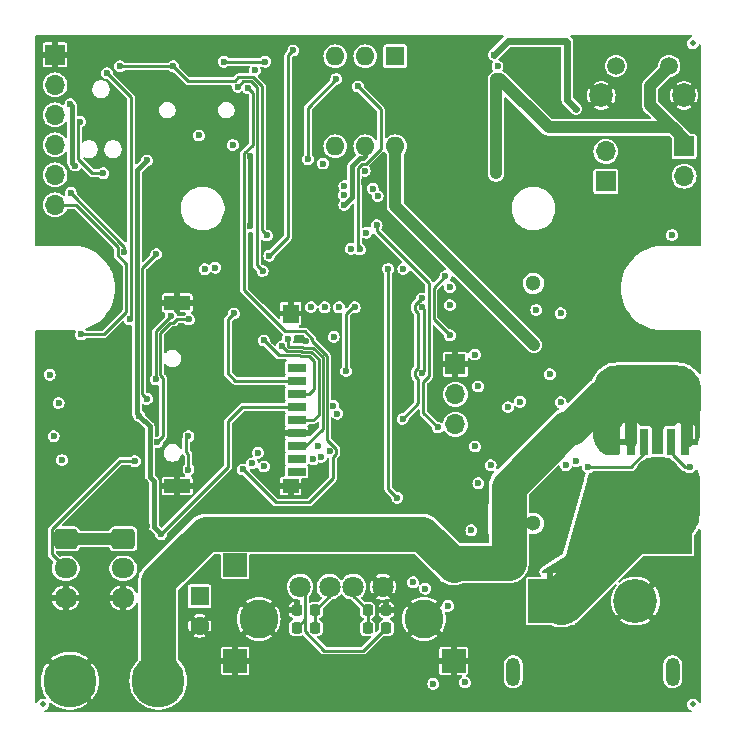
<source format=gbr>
%TF.GenerationSoftware,KiCad,Pcbnew,8.0.3*%
%TF.CreationDate,2024-09-27T14:44:27+02:00*%
%TF.ProjectId,KXKM_ESP32_battery_management_board,4b584b4d-5f45-4535-9033-325f62617474,3.2*%
%TF.SameCoordinates,PX623a7c0PY839b680*%
%TF.FileFunction,Copper,L4,Bot*%
%TF.FilePolarity,Positive*%
%FSLAX46Y46*%
G04 Gerber Fmt 4.6, Leading zero omitted, Abs format (unit mm)*
G04 Created by KiCad (PCBNEW 8.0.3) date 2024-09-27 14:44:27*
%MOMM*%
%LPD*%
G01*
G04 APERTURE LIST*
G04 Aperture macros list*
%AMRoundRect*
0 Rectangle with rounded corners*
0 $1 Rounding radius*
0 $2 $3 $4 $5 $6 $7 $8 $9 X,Y pos of 4 corners*
0 Add a 4 corners polygon primitive as box body*
4,1,4,$2,$3,$4,$5,$6,$7,$8,$9,$2,$3,0*
0 Add four circle primitives for the rounded corners*
1,1,$1+$1,$2,$3*
1,1,$1+$1,$4,$5*
1,1,$1+$1,$6,$7*
1,1,$1+$1,$8,$9*
0 Add four rect primitives between the rounded corners*
20,1,$1+$1,$2,$3,$4,$5,0*
20,1,$1+$1,$4,$5,$6,$7,0*
20,1,$1+$1,$6,$7,$8,$9,0*
20,1,$1+$1,$8,$9,$2,$3,0*%
G04 Aperture macros list end*
%TA.AperFunction,ComponentPad*%
%ADD10C,1.300000*%
%TD*%
%TA.AperFunction,ComponentPad*%
%ADD11C,2.000000*%
%TD*%
%TA.AperFunction,ComponentPad*%
%ADD12C,1.500000*%
%TD*%
%TA.AperFunction,ComponentPad*%
%ADD13C,4.500880*%
%TD*%
%TA.AperFunction,ComponentPad*%
%ADD14C,1.800000*%
%TD*%
%TA.AperFunction,ComponentPad*%
%ADD15C,3.300000*%
%TD*%
%TA.AperFunction,ComponentPad*%
%ADD16R,1.700000X1.700000*%
%TD*%
%TA.AperFunction,ComponentPad*%
%ADD17O,1.700000X1.700000*%
%TD*%
%TA.AperFunction,ComponentPad*%
%ADD18R,2.000000X2.000000*%
%TD*%
%TA.AperFunction,ComponentPad*%
%ADD19RoundRect,0.250000X-0.725000X0.600000X-0.725000X-0.600000X0.725000X-0.600000X0.725000X0.600000X0*%
%TD*%
%TA.AperFunction,ComponentPad*%
%ADD20O,1.950000X1.700000*%
%TD*%
%TA.AperFunction,ComponentPad*%
%ADD21R,1.600000X1.600000*%
%TD*%
%TA.AperFunction,ComponentPad*%
%ADD22O,1.600000X1.600000*%
%TD*%
%TA.AperFunction,ComponentPad*%
%ADD23R,3.716000X3.716000*%
%TD*%
%TA.AperFunction,ComponentPad*%
%ADD24C,3.716000*%
%TD*%
%TA.AperFunction,ComponentPad*%
%ADD25O,1.200000X2.400000*%
%TD*%
%TA.AperFunction,ComponentPad*%
%ADD26C,1.600000*%
%TD*%
%TA.AperFunction,SMDPad,CuDef*%
%ADD27C,0.500000*%
%TD*%
%TA.AperFunction,SMDPad,CuDef*%
%ADD28RoundRect,0.218750X0.218750X0.256250X-0.218750X0.256250X-0.218750X-0.256250X0.218750X-0.256250X0*%
%TD*%
%TA.AperFunction,SMDPad,CuDef*%
%ADD29RoundRect,0.218750X-0.218750X-0.256250X0.218750X-0.256250X0.218750X0.256250X-0.218750X0.256250X0*%
%TD*%
%TA.AperFunction,SMDPad,CuDef*%
%ADD30R,1.600000X0.700000*%
%TD*%
%TA.AperFunction,SMDPad,CuDef*%
%ADD31R,1.400000X1.200000*%
%TD*%
%TA.AperFunction,SMDPad,CuDef*%
%ADD32R,1.400000X1.600000*%
%TD*%
%TA.AperFunction,SMDPad,CuDef*%
%ADD33R,2.200000X1.200000*%
%TD*%
%TA.AperFunction,SMDPad,CuDef*%
%ADD34R,0.800000X2.200000*%
%TD*%
%TA.AperFunction,SMDPad,CuDef*%
%ADD35R,5.800000X6.400000*%
%TD*%
%TA.AperFunction,ViaPad*%
%ADD36C,0.600000*%
%TD*%
%TA.AperFunction,Conductor*%
%ADD37C,0.250000*%
%TD*%
%TA.AperFunction,Conductor*%
%ADD38C,1.000000*%
%TD*%
%TA.AperFunction,Conductor*%
%ADD39C,0.600000*%
%TD*%
%TA.AperFunction,Conductor*%
%ADD40C,0.400000*%
%TD*%
%TA.AperFunction,Conductor*%
%ADD41C,3.000000*%
%TD*%
%TA.AperFunction,Conductor*%
%ADD42C,1.500000*%
%TD*%
%TA.AperFunction,Conductor*%
%ADD43C,2.000000*%
%TD*%
%TA.AperFunction,Conductor*%
%ADD44C,0.150000*%
%TD*%
%TA.AperFunction,Conductor*%
%ADD45C,4.000000*%
%TD*%
G04 APERTURE END LIST*
D10*
%TO.P,J3,*%
%TO.N,*%
X42250000Y36410000D03*
X42250000Y16090000D03*
%TD*%
D11*
%TO.P,SW3,4*%
%TO.N,GND*%
X48000000Y52312500D03*
%TO.P,SW3,3*%
X55000000Y52312500D03*
D12*
%TO.P,SW3,2,2*%
%TO.N,+BATT*%
X53750000Y54812500D03*
%TO.P,SW3,1,1*%
%TO.N,Net-(J12-Pin_2)*%
X49250000Y54812500D03*
%TD*%
D13*
%TO.P,J16,1,Pin_1*%
%TO.N,GND*%
X3000000Y2750000D03*
%TD*%
%TO.P,J15,1,Pin_1*%
%TO.N,+VSW*%
X10500000Y2750000D03*
%TD*%
D14*
%TO.P,J9,1,VBUS*%
%TO.N,VBUS*%
X22500000Y10710000D03*
%TO.P,J9,2,D-*%
%TO.N,Net-(J9-D-)*%
X25000000Y10710000D03*
%TO.P,J9,3,D+*%
%TO.N,Net-(J9-D+)*%
X27000000Y10710000D03*
%TO.P,J9,4,GND*%
%TO.N,GND*%
X29500000Y10710000D03*
D15*
%TO.P,J9,5,Shield*%
X19000000Y8000000D03*
X33000000Y8000000D03*
%TD*%
D16*
%TO.P,J1,1,Pin_1*%
%TO.N,GND*%
X1750000Y55750000D03*
D17*
%TO.P,J1,2,Pin_2*%
%TO.N,/PROG_RTS*%
X1750000Y53210000D03*
%TO.P,J1,3,Pin_3*%
%TO.N,+3V3*%
X1750000Y50670000D03*
%TO.P,J1,4,Pin_4*%
%TO.N,Net-(J1-Pin_4)*%
X1750000Y48130000D03*
%TO.P,J1,5,Pin_5*%
%TO.N,/ESP32_TXO*%
X1750000Y45590000D03*
%TO.P,J1,6,Pin_6*%
%TO.N,/PROG_DTR*%
X1750000Y43050000D03*
%TD*%
D16*
%TO.P,J6,1,Pin_1*%
%TO.N,GND*%
X35650000Y29550000D03*
D17*
%TO.P,J6,2,Pin_2*%
%TO.N,Net-(J6-Pin_2)*%
X35650000Y27010000D03*
%TO.P,J6,3,Pin_3*%
%TO.N,Net-(J6-Pin_3)*%
X35650000Y24470000D03*
%TD*%
D18*
%TO.P,U5,1,IN-*%
%TO.N,GND*%
X35500000Y4440000D03*
%TO.P,U5,2,IN+*%
%TO.N,+VSW*%
X35500000Y12560000D03*
%TO.P,U5,3,OUT-*%
%TO.N,GND*%
X17000000Y4440000D03*
%TO.P,U5,4,OUT+*%
%TO.N,VBUS*%
X17000000Y12560000D03*
%TD*%
D19*
%TO.P,J8,1,Pin_1*%
%TO.N,VBUS*%
X7536000Y14770000D03*
D20*
%TO.P,J8,2,Pin_2*%
%TO.N,/LED_DATA_OUT_2*%
X7536000Y12270000D03*
%TO.P,J8,3,Pin_3*%
%TO.N,GND*%
X7536000Y9770000D03*
%TD*%
D19*
%TO.P,J7,1,Pin_1*%
%TO.N,VBUS*%
X2664000Y14770000D03*
D20*
%TO.P,J7,2,Pin_2*%
%TO.N,/LED_DATA_OUT_1*%
X2664000Y12270000D03*
%TO.P,J7,3,Pin_3*%
%TO.N,GND*%
X2664000Y9770000D03*
%TD*%
D16*
%TO.P,J5,1,Pin_1*%
%TO.N,+BATT*%
X55013400Y48012800D03*
D17*
%TO.P,J5,2,Pin_2*%
%TO.N,Net-(J5-Pin_2)*%
X55013400Y45472800D03*
%TD*%
D21*
%TO.P,SW2,1*%
%TO.N,Net-(R34-Pad2)*%
X30560000Y55640000D03*
D22*
%TO.P,SW2,2*%
%TO.N,Net-(R36-Pad2)*%
X28020000Y55640000D03*
%TO.P,SW2,3*%
%TO.N,Net-(R38-Pad2)*%
X25480000Y55640000D03*
%TO.P,SW2,4*%
%TO.N,+3V3*%
X25480000Y48020000D03*
%TO.P,SW2,5*%
X28020000Y48020000D03*
%TO.P,SW2,6*%
X30560000Y48020000D03*
%TD*%
D23*
%TO.P,J10,1,+*%
%TO.N,+BATT_RAW*%
X43691800Y9504550D03*
D24*
%TO.P,J10,2,-*%
%TO.N,GND*%
X50891800Y9504550D03*
D25*
%TO.P,J10,S1*%
%TO.N,N/C*%
X40541800Y3504550D03*
%TO.P,J10,S2*%
X54041800Y3504550D03*
%TD*%
D21*
%TO.P,C13,1*%
%TO.N,VBUS*%
X13992400Y9919112D03*
D26*
%TO.P,C13,2*%
%TO.N,GND*%
X13992400Y7419112D03*
%TD*%
D16*
%TO.P,J12,1,Pin_1*%
%TO.N,+BATT*%
X48384000Y45031000D03*
D17*
%TO.P,J12,2,Pin_2*%
%TO.N,Net-(J12-Pin_2)*%
X48384000Y47571000D03*
%TD*%
D27*
%TO.P,FID4,*%
%TO.N,*%
X55750000Y750000D03*
%TD*%
%TO.P,FID5,*%
%TO.N,*%
X750000Y750000D03*
%TD*%
%TO.P,FID6,*%
%TO.N,*%
X55750000Y56750000D03*
%TD*%
D28*
%TO.P,R13,1*%
%TO.N,VBUS*%
X29787500Y7250000D03*
%TO.P,R13,2*%
%TO.N,Net-(J9-D+)*%
X28212500Y7250000D03*
%TD*%
D29*
%TO.P,R29,1*%
%TO.N,VBUS*%
X22212500Y7250000D03*
%TO.P,R29,2*%
%TO.N,Net-(J9-D-)*%
X23787500Y7250000D03*
%TD*%
D28*
%TO.P,R30,1*%
%TO.N,Net-(J9-D-)*%
X23787500Y8750000D03*
%TO.P,R30,2*%
%TO.N,GND*%
X22212500Y8750000D03*
%TD*%
D29*
%TO.P,R14,1*%
%TO.N,Net-(J9-D+)*%
X28212500Y8750000D03*
%TO.P,R14,2*%
%TO.N,GND*%
X29787500Y8750000D03*
%TD*%
D30*
%TO.P,J4,1,DAT2*%
%TO.N,unconnected-(J4-DAT2-Pad1)*%
X22197000Y29252000D03*
%TO.P,J4,2,CD/DAT3*%
%TO.N,/SD_CS*%
X22197000Y28152000D03*
%TO.P,J4,3,CMD*%
%TO.N,/SD_DI*%
X22197000Y27052000D03*
%TO.P,J4,4,VDD*%
%TO.N,+3V3*%
X22197000Y25952000D03*
%TO.P,J4,5,CLK*%
%TO.N,/SD_SCK*%
X22197000Y24852000D03*
%TO.P,J4,6,VSS*%
%TO.N,GND*%
X22197000Y23752000D03*
%TO.P,J4,7,DAT0*%
%TO.N,/SD_DO*%
X22197000Y22652000D03*
%TO.P,J4,8,DAT1*%
%TO.N,unconnected-(J4-DAT1-Pad8)*%
X22197000Y21552000D03*
%TO.P,J4,CD1,CARD_DETECTION*%
%TO.N,unconnected-(J4-CARD_DETECTION-PadCD1)*%
X22197000Y20452000D03*
D31*
%TO.P,J4,G1,GROUND*%
%TO.N,GND*%
X21697000Y19252000D03*
D32*
%TO.P,J4,MP1,MP1*%
X21697000Y33852000D03*
D33*
%TO.P,J4,MP2,MP2*%
X12097000Y34752000D03*
%TO.P,J4,MP3,MP3*%
X12097000Y19252000D03*
%TD*%
D34*
%TO.P,U4,1,OUT*%
%TO.N,+VSW*%
X50497200Y22991000D03*
%TO.P,U4,2,IN*%
%TO.N,Net-(Q6-D)*%
X51637200Y22991000D03*
D35*
%TO.P,U4,3,Vbb*%
%TO.N,+BATT_RAW*%
X52777200Y16691000D03*
D34*
%TO.P,U4,4,IS*%
%TO.N,/Battery monitoring/LOAD_I_SENSE*%
X53917200Y22991000D03*
%TO.P,U4,5,OUT*%
%TO.N,+VSW*%
X55057200Y22991000D03*
%TD*%
D36*
%TO.N,GND*%
X26235200Y8942600D03*
X7050000Y43200000D03*
X14750000Y22500000D03*
X34160000Y19128000D03*
X4050000Y24500000D03*
X9400000Y19575000D03*
X21688600Y12828800D03*
X23000000Y31500000D03*
X41170400Y23776200D03*
X27911600Y45010600D03*
X20250000Y31500000D03*
X9522000Y15826000D03*
X42200000Y38600000D03*
X13575000Y50325000D03*
X14750000Y31500000D03*
X14983000Y54307000D03*
X33400000Y56300000D03*
X19825000Y43750000D03*
X17000000Y31500000D03*
X14750000Y26750000D03*
%TO.N,/ESP32_EN*%
X13050000Y20625000D03*
X13050000Y23475000D03*
X9525000Y26625000D03*
X10334800Y38889200D03*
X2050000Y26275000D03*
X1625000Y23475000D03*
X31250000Y37624999D03*
%TO.N,+3V3*%
X18274979Y41225000D03*
X45850000Y51175000D03*
X45125000Y56825000D03*
X42300000Y31200000D03*
X3045000Y51570000D03*
X10725000Y15175000D03*
X38925000Y55750000D03*
X26250000Y43050000D03*
X18285000Y47195000D03*
X8875000Y25200000D03*
X9522000Y46814000D03*
X3451400Y46382200D03*
%TO.N,+BATT*%
X39075000Y45725000D03*
X39100000Y53700000D03*
%TO.N,/Battery monitoring/3.3V_EN*%
X26253700Y44641450D03*
X33086482Y10561482D03*
%TO.N,/Battery monitoring/EN_PUSH_BUTTON*%
X26177317Y43895850D03*
X35040819Y9102119D03*
%TO.N,/PROG_RTS*%
X8075501Y33352000D03*
X6150000Y54200000D03*
%TO.N,/Battery monitoring/STM32_RST*%
X3846900Y50090600D03*
X5825000Y45725000D03*
%TO.N,/ESP32_TXO*%
X28650000Y44425000D03*
X14425000Y37600000D03*
X3075000Y44075000D03*
X7625000Y39025000D03*
%TO.N,/PROG_DTR*%
X3959400Y32082000D03*
%TO.N,/ADC_IN*%
X18412000Y21160000D03*
X38624554Y21016500D03*
%TO.N,/LED_DATA_1*%
X11554000Y33606000D03*
X44550000Y33875000D03*
X10284000Y28272000D03*
%TO.N,/SPI_CS*%
X37300000Y30375000D03*
X25350000Y31875000D03*
%TO.N,/SPI_SCK*%
X25016000Y22176000D03*
X37325000Y22600000D03*
%TO.N,/SPI_MISO*%
X25625000Y25375000D03*
X40105826Y25932974D03*
%TO.N,/SPI_MOSI*%
X37575000Y27675000D03*
X25298030Y26049987D03*
%TO.N,/I2C_SDA*%
X45005588Y21015534D03*
X19428000Y20906000D03*
%TO.N,/I2C_SCL*%
X18920000Y22063878D03*
X45854122Y21353078D03*
%TO.N,/DMX_DI*%
X35175000Y36075000D03*
X24575000Y34374999D03*
%TO.N,/DMX_RO*%
X35175000Y32000000D03*
X34806181Y37000010D03*
X23425000Y34400000D03*
%TO.N,/DMX_DE*%
X35176000Y34571200D03*
X25800000Y34375000D03*
%TO.N,/LED_DATA_2*%
X13078000Y33352000D03*
X10375500Y22938000D03*
X42500000Y34150000D03*
X2350000Y21450000D03*
%TO.N,/Power/EN*%
X39214600Y54789600D03*
X32064295Y11088695D03*
%TO.N,Net-(D5-K)*%
X7250000Y54775000D03*
X19682000Y40464000D03*
X11750000Y54775000D03*
%TO.N,/LED_DATA_OUT_1*%
X8506000Y21350501D03*
%TO.N,/Battery monitoring/BATT_TYPE_1*%
X27970001Y45950000D03*
X16800000Y48125000D03*
%TO.N,/Battery monitoring/BATT_TYPE_2*%
X13925000Y48925000D03*
X24450000Y46550000D03*
%TO.N,/ESP32_BOOT*%
X26400000Y29000000D03*
X27125000Y34375000D03*
X1300000Y28675000D03*
%TO.N,/Battery monitoring/MAIN_OUT_EN*%
X34160000Y24208000D03*
X28986363Y41313863D03*
%TO.N,/ESP32_RXI*%
X29066026Y43800961D03*
X15301265Y37734589D03*
%TO.N,/Battery monitoring/LOAD_I_SENSE*%
X30731000Y18249500D03*
X29950000Y37625000D03*
X55470600Y20880600D03*
%TO.N,/I2S_DATA*%
X23601500Y21523500D03*
X44550000Y26350000D03*
%TO.N,/I2S_BCK*%
X43650000Y28725000D03*
X24284456Y21724478D03*
%TO.N,/I2S_LRCK*%
X24009769Y22674231D03*
X41125269Y26386731D03*
%TO.N,Net-(J12-Pin_2)*%
X33779000Y2491000D03*
%TO.N,+VSW*%
X37639800Y12981200D03*
X54734000Y25833600D03*
X10512600Y8342934D03*
X10512600Y9851467D03*
X27040600Y15673600D03*
X50466800Y26824200D03*
X15999000Y15495800D03*
X27040439Y14700000D03*
X14510001Y15495800D03*
X25980879Y14700000D03*
X53870400Y26748000D03*
X10512600Y6834400D03*
X55236000Y24817600D03*
X10512600Y11360000D03*
X41068800Y12981200D03*
X52168600Y26849600D03*
X25980879Y15673600D03*
X49162500Y26330840D03*
X39354300Y12955800D03*
X17573800Y15495800D03*
X28100321Y15673600D03*
X28100000Y14700000D03*
%TO.N,Net-(D10-A)*%
X27400000Y53075000D03*
X27558106Y39278707D03*
X18675000Y54450000D03*
%TO.N,Net-(D6-K)*%
X17225000Y53050000D03*
X19326400Y37449502D03*
%TO.N,Net-(D10-K)*%
X19900000Y38750000D03*
X21925000Y56125000D03*
X26810066Y39325499D03*
X16050000Y55175000D03*
X19550000Y55175000D03*
%TO.N,Net-(J6-Pin_2)*%
X32828564Y34374968D03*
X32825000Y28775000D03*
%TO.N,Net-(J6-Pin_3)*%
X31175000Y24925000D03*
X32829064Y35124470D03*
%TO.N,+BATT_RAW*%
X46532533Y11275000D03*
X55369000Y14581400D03*
X46148800Y12087500D03*
X46916266Y12087500D03*
X51940000Y20499600D03*
X53921200Y20499600D03*
X52905200Y20499600D03*
X47299999Y11300000D03*
X54378400Y14581400D03*
X53387800Y14581400D03*
%TO.N,/Battery monitoring/AUTOBOOT_SENSE*%
X28115506Y40700500D03*
X54000000Y40500000D03*
X36446000Y2618000D03*
%TO.N,Net-(R34-Pad2)*%
X23150000Y46925000D03*
X25567587Y53707413D03*
%TO.N,/DIP_SWITCH*%
X17650000Y20652000D03*
X18106692Y52921293D03*
%TO.N,Net-(Q6-D)*%
X46849878Y20865322D03*
X37590262Y19475478D03*
%TO.N,/SD_CS*%
X16888000Y33860000D03*
%TO.N,/SD_DI*%
X19428000Y31574000D03*
%TO.N,/SD_SCK*%
X20952000Y31066000D03*
%TO.N,/SD_DO*%
X21476500Y31724744D03*
%TO.N,+3V3*%
X37000000Y15500000D03*
%TD*%
D37*
%TO.N,/ESP32_EN*%
X9150001Y26999999D02*
X9525000Y26625000D01*
X13050000Y23475000D02*
X12849400Y23274400D01*
X12849400Y23274400D02*
X12849400Y22163773D01*
X12849400Y22163773D02*
X13050000Y21963173D01*
X9150001Y37704401D02*
X9150001Y26999999D01*
X13050000Y21963173D02*
X13050000Y20625000D01*
X10334800Y38889200D02*
X9150001Y37704401D01*
D38*
%TO.N,+3V3*%
X30560000Y42940000D02*
X30560000Y48020000D01*
X42300000Y31200000D02*
X30560000Y42940000D01*
D39*
X38925000Y55750000D02*
X40123600Y56948600D01*
D40*
X26903200Y43703200D02*
X26250000Y43050000D01*
X10725000Y15175000D02*
X10122000Y15778000D01*
X28020000Y48020000D02*
X28020000Y47171472D01*
X27535076Y47000000D02*
X26903200Y46368123D01*
X18285000Y47195000D02*
X18274979Y47184979D01*
X8675001Y25399999D02*
X8875000Y25200000D01*
D37*
X16380000Y24716000D02*
X16380000Y20830000D01*
D40*
X9776000Y24299000D02*
X8875000Y25200000D01*
D37*
X17616000Y25952000D02*
X16380000Y24716000D01*
D40*
X18274979Y47184979D02*
X18274979Y41225000D01*
X9522000Y46814000D02*
X8675001Y45967001D01*
D39*
X45125000Y51900000D02*
X45850000Y51175000D01*
D40*
X3197400Y51417600D02*
X3045000Y51570000D01*
D39*
X40123600Y56948600D02*
X45001400Y56948600D01*
D40*
X3197400Y46636200D02*
X3197400Y51417600D01*
X26903200Y46368123D02*
X26903200Y43703200D01*
X27848528Y47000000D02*
X27535076Y47000000D01*
D37*
X16380000Y20830000D02*
X10725000Y15175000D01*
D40*
X3451400Y46382200D02*
X3197400Y46636200D01*
X10122000Y19701529D02*
X9776000Y20047529D01*
D37*
X22197000Y25952000D02*
X17616000Y25952000D01*
D40*
X28020000Y47171472D02*
X27848528Y47000000D01*
X8675001Y45967001D02*
X8675001Y25399999D01*
D39*
X45125000Y56825000D02*
X45125000Y51900000D01*
D40*
X9776000Y20047529D02*
X9776000Y24299000D01*
D39*
X45001400Y56948600D02*
X45125000Y56825000D01*
D40*
X10122000Y15778000D02*
X10122000Y19701529D01*
D38*
%TO.N,+BATT*%
X54048200Y49608000D02*
X55013400Y48642800D01*
X39440600Y53700000D02*
X43532600Y49608000D01*
X55013400Y48642800D02*
X52117800Y51538400D01*
X52117800Y53127800D02*
X53740000Y54750000D01*
X39100000Y53700000D02*
X39440600Y53700000D01*
X39100000Y53700000D02*
X39100000Y45750000D01*
X52117800Y51538400D02*
X52117800Y53127800D01*
X39100000Y45750000D02*
X39075000Y45725000D01*
X43532600Y49608000D02*
X54048200Y49608000D01*
X55013400Y48012800D02*
X55013400Y48642800D01*
D37*
%TO.N,/PROG_RTS*%
X8200001Y33476500D02*
X8200001Y52149999D01*
X8200001Y52149999D02*
X6150000Y54200000D01*
X8075501Y33352000D02*
X8200001Y33476500D01*
%TO.N,/Battery monitoring/STM32_RST*%
X3672400Y46974000D02*
X4921400Y45725000D01*
X3846900Y50090600D02*
X3672400Y49916100D01*
X3672400Y49916100D02*
X3672400Y46974000D01*
X4921400Y45725000D02*
X5825000Y45725000D01*
%TO.N,/ESP32_TXO*%
X3075000Y44075000D02*
X7625000Y39525000D01*
X7625000Y39525000D02*
X7625000Y39025000D01*
%TO.N,/PROG_DTR*%
X7800001Y34000001D02*
X7800001Y38036826D01*
X3507000Y43050000D02*
X1750000Y43050000D01*
X7050000Y38786827D02*
X7050000Y39507000D01*
X7050000Y39507000D02*
X3507000Y43050000D01*
X7800001Y38036826D02*
X7050000Y38786827D01*
X3959400Y32082000D02*
X5882000Y32082000D01*
X5882000Y32082000D02*
X7800001Y34000001D01*
%TO.N,/LED_DATA_1*%
X10284000Y28272000D02*
X10284000Y32336000D01*
X10284000Y32336000D02*
X11554000Y33606000D01*
%TO.N,/DMX_RO*%
X33804400Y35998229D02*
X34806181Y37000010D01*
X35175000Y32000000D02*
X33804400Y33370600D01*
X33804400Y33370600D02*
X33804400Y35998229D01*
%TO.N,/LED_DATA_2*%
X10634000Y32191026D02*
X11523974Y33081000D01*
X10883500Y28414963D02*
X10634000Y28664463D01*
X10375500Y22938000D02*
X10883500Y23446000D01*
X10634000Y28664463D02*
X10634000Y32191026D01*
X10883500Y23446000D02*
X10883500Y28414963D01*
X11771463Y33081000D02*
X12042463Y33352000D01*
X12042463Y33352000D02*
X13078000Y33352000D01*
X11523974Y33081000D02*
X11771463Y33081000D01*
%TO.N,Net-(D5-K)*%
X19682000Y40464000D02*
X19250000Y40896000D01*
X12980000Y53545000D02*
X11750000Y54775000D01*
X7250000Y54775000D02*
X11750000Y54775000D01*
X18523962Y53849999D02*
X17282536Y53849999D01*
X19250000Y40896000D02*
X19250000Y53123961D01*
X17282536Y53849999D02*
X16977537Y53545000D01*
X19250000Y53123961D02*
X18523962Y53849999D01*
X16977537Y53545000D02*
X12980000Y53545000D01*
%TO.N,/LED_DATA_OUT_1*%
X7247750Y21350501D02*
X1464000Y15566751D01*
X1464000Y15566751D02*
X1464000Y13470000D01*
X8506000Y21350501D02*
X7247750Y21350501D01*
X1464000Y13470000D02*
X2664000Y12270000D01*
%TO.N,VBUS*%
X27847900Y5310400D02*
X29787500Y7250000D01*
D38*
X2664000Y14770000D02*
X7536000Y14770000D01*
D37*
X22925010Y7962510D02*
X22212500Y7250000D01*
X22925010Y6939206D02*
X24553816Y5310400D01*
X24553816Y5310400D02*
X27847900Y5310400D01*
X22925010Y7962510D02*
X22925010Y6939206D01*
X22925010Y10284990D02*
X22925010Y7962510D01*
X22500000Y10710000D02*
X22925010Y10284990D01*
%TO.N,/ESP32_BOOT*%
X26400000Y33800000D02*
X26975000Y34375000D01*
X26975000Y34375000D02*
X27125000Y34375000D01*
X26400000Y29000000D02*
X26400000Y33800000D01*
%TO.N,/Battery monitoring/MAIN_OUT_EN*%
X33400000Y34133231D02*
X33403564Y34136795D01*
X33403564Y34136795D02*
X33403564Y36421436D01*
X32940800Y28077627D02*
X33400000Y28536827D01*
X32940800Y25427200D02*
X32940800Y28077627D01*
X33403564Y36421436D02*
X28986363Y40838637D01*
X34160000Y24208000D02*
X32940800Y25427200D01*
X33400000Y28536827D02*
X33400000Y34133231D01*
X28986363Y40838637D02*
X28986363Y41313863D01*
%TO.N,/Battery monitoring/LOAD_I_SENSE*%
X29950000Y19030500D02*
X29950000Y37625000D01*
X54096000Y21874200D02*
X55089600Y20880600D01*
X55089600Y20880600D02*
X55470600Y20880600D01*
X30731000Y18249500D02*
X29950000Y19030500D01*
X54096000Y22989600D02*
X54096000Y21874200D01*
D41*
%TO.N,+VSW*%
X32850000Y15210000D02*
X35500000Y12560000D01*
D42*
X49182160Y26330840D02*
X49162500Y26330840D01*
D41*
X10500000Y2750000D02*
X10500000Y11200000D01*
X10500000Y11200000D02*
X14510000Y15210000D01*
X14510000Y15210000D02*
X32850000Y15210000D01*
X35640000Y12700000D02*
X40154400Y12700000D01*
D38*
X55236000Y24817600D02*
X55236000Y22989600D01*
X50497200Y22991000D02*
X50497200Y24996140D01*
X50497200Y24996140D02*
X49162500Y26330840D01*
D41*
X35500000Y12560000D02*
X35640000Y12700000D01*
D43*
X55236000Y25331600D02*
X54734000Y25833600D01*
D41*
X40154400Y12700000D02*
X40154400Y15305040D01*
D37*
%TO.N,Net-(D10-A)*%
X29334000Y47813720D02*
X28045280Y46525000D01*
X28045280Y46525000D02*
X27731828Y46525000D01*
X27558106Y39463495D02*
X27558106Y39278707D01*
X27378200Y39643401D02*
X27558106Y39463495D01*
X27400000Y53075000D02*
X29334000Y51141000D01*
X29334000Y51141000D02*
X29334000Y47813720D01*
X27731828Y46525000D02*
X27378200Y46171372D01*
X27378200Y46171372D02*
X27378200Y39643401D01*
%TO.N,Net-(D6-K)*%
X17674999Y53499999D02*
X17225000Y53050000D01*
X19326400Y37449502D02*
X18849989Y37925913D01*
X18378988Y53499999D02*
X17674999Y53499999D01*
X18849989Y53028998D02*
X18378988Y53499999D01*
X18849989Y37925913D02*
X18849989Y53028998D01*
%TO.N,Net-(D10-K)*%
X19900000Y38750000D02*
X21500000Y40350000D01*
X19550000Y55175000D02*
X16050000Y55175000D01*
X21500000Y55700000D02*
X21925000Y56125000D01*
X21500000Y40350000D02*
X21500000Y55700000D01*
%TO.N,Net-(J6-Pin_2)*%
X32825000Y28775000D02*
X33000000Y28950000D01*
X33000000Y34203532D02*
X32828564Y34374968D01*
X33000000Y28950000D02*
X33000000Y34203532D01*
%TO.N,Net-(J6-Pin_3)*%
X32590391Y34949968D02*
X32253564Y34613141D01*
X32253564Y34136795D02*
X32509000Y33881359D01*
X32509000Y29272173D02*
X32250000Y29013173D01*
X32509000Y28277827D02*
X32509000Y26259000D01*
X32250000Y28536827D02*
X32509000Y28277827D01*
X32654562Y34949968D02*
X32590391Y34949968D01*
X32509000Y33881359D02*
X32509000Y29272173D01*
X32253564Y34613141D02*
X32253564Y34136795D01*
X32250000Y29013173D02*
X32250000Y28536827D01*
X32509000Y26259000D02*
X31175000Y24925000D01*
X32829064Y35124470D02*
X32654562Y34949968D01*
%TO.N,Net-(J9-D-)*%
X25000000Y10710000D02*
X25000000Y9962500D01*
X23787500Y8750000D02*
X23787500Y7250000D01*
X25000000Y9962500D02*
X23787500Y8750000D01*
%TO.N,Net-(J9-D+)*%
X28212500Y8750000D02*
X28212500Y7162500D01*
X27000000Y10710000D02*
X27000000Y9962500D01*
X27000000Y9962500D02*
X28212500Y8750000D01*
D43*
%TO.N,+BATT_RAW*%
X53565600Y20499600D02*
X51940000Y20499600D01*
D44*
X51940000Y17705600D02*
X52956000Y16689600D01*
D45*
X51791600Y16691000D02*
X52777200Y16691000D01*
D44*
X52905200Y16740400D02*
X52956000Y16689600D01*
D45*
X44605150Y9504550D02*
X51791600Y16691000D01*
D44*
X52956000Y20448800D02*
X52905200Y20499600D01*
X52905200Y20499600D02*
X52905200Y16740400D01*
D43*
X51940000Y20499600D02*
X51940000Y17705600D01*
D37*
%TO.N,Net-(R34-Pad2)*%
X23150000Y51289826D02*
X23150000Y46925000D01*
X25567587Y53707413D02*
X23150000Y51289826D01*
%TO.N,/DIP_SWITCH*%
X25270000Y21687537D02*
X25541000Y21958537D01*
X23525000Y31717463D02*
X22906463Y32336000D01*
X22906463Y32336000D02*
X21263000Y32336000D01*
X25541000Y22393463D02*
X24762000Y23172463D01*
X24762000Y30277949D02*
X23525000Y31514949D01*
X25270000Y19890000D02*
X25270000Y21687537D01*
X21263000Y32336000D02*
X17749979Y35849021D01*
X17749979Y35849021D02*
X17749979Y47402442D01*
X17650000Y20652000D02*
X20444000Y17858000D01*
X18499989Y48152452D02*
X18499989Y52527996D01*
X17749979Y47402442D02*
X18499989Y48152452D01*
X24762000Y23172463D02*
X24762000Y30277949D01*
X20444000Y17858000D02*
X23238000Y17858000D01*
X23525000Y31514949D02*
X23525000Y31717463D01*
X18499989Y52527996D02*
X18106692Y52921293D01*
X25541000Y21958537D02*
X25541000Y22393463D01*
X23238000Y17858000D02*
X25270000Y19890000D01*
%TO.N,Net-(Q6-D)*%
X46849878Y20865322D02*
X50501722Y20865322D01*
X51816000Y22179600D02*
X51816000Y22989600D01*
X50501722Y20865322D02*
X51816000Y22179600D01*
%TO.N,/SD_CS*%
X17008000Y28152000D02*
X16380000Y28780000D01*
X16380000Y33352000D02*
X16888000Y33860000D01*
X16380000Y28780000D02*
X16380000Y33352000D01*
X22197000Y28152000D02*
X17008000Y28152000D01*
%TO.N,/SD_DI*%
X23712000Y29843026D02*
X23280026Y30275000D01*
X22197000Y27052000D02*
X23288000Y27052000D01*
X23712000Y27476000D02*
X23712000Y29843026D01*
X23288000Y27052000D02*
X23712000Y27476000D01*
X20698000Y30304000D02*
X19428000Y31574000D01*
X22492588Y30275000D02*
X22463588Y30304000D01*
X23280026Y30275000D02*
X22492588Y30275000D01*
X22463588Y30304000D02*
X20698000Y30304000D01*
%TO.N,/SD_SCK*%
X22197000Y24852000D02*
X23628000Y24852000D01*
X22608563Y30654000D02*
X21364000Y30654000D01*
X23628000Y24852000D02*
X24062000Y25286000D01*
X24062000Y29988000D02*
X23425000Y30625000D01*
X21364000Y30654000D02*
X20952000Y31066000D01*
X22637563Y30625000D02*
X22608563Y30654000D01*
X23425000Y30625000D02*
X22637563Y30625000D01*
X24062000Y25286000D02*
X24062000Y29988000D01*
%TO.N,/SD_DO*%
X24412000Y24112000D02*
X22952000Y22652000D01*
X23569974Y30975000D02*
X24412000Y30132974D01*
X21522000Y31004000D02*
X22753538Y31004000D01*
X22952000Y22652000D02*
X22684569Y22652000D01*
X22782538Y30975000D02*
X23569974Y30975000D01*
X22178434Y22723209D02*
X22152112Y22696887D01*
X21476500Y31049500D02*
X21522000Y31004000D01*
X24412000Y30132974D02*
X24412000Y24112000D01*
X22684569Y22652000D02*
X22613360Y22723209D01*
X22613360Y22723209D02*
X22178434Y22723209D01*
X21476500Y31724744D02*
X21476500Y31049500D01*
X22753538Y31004000D02*
X22782538Y30975000D01*
D41*
%TO.N,+VSW*%
X40154400Y19204200D02*
X45100200Y24150000D01*
X45100200Y24150000D02*
X45461270Y24150000D01*
X45461270Y24150000D02*
X48059270Y26748000D01*
X48059270Y26748000D02*
X53870400Y26748000D01*
X40150000Y17625000D02*
X40154400Y17629400D01*
X40150000Y15309440D02*
X40150000Y17625000D01*
X40154400Y15305040D02*
X40150000Y15309440D01*
X40154400Y17629400D02*
X40154400Y19204200D01*
%TD*%
%TA.AperFunction,Conductor*%
%TO.N,+BATT_RAW*%
G36*
X53394786Y21671464D02*
G01*
X53397674Y21669591D01*
X53419460Y21655034D01*
X53492526Y21640500D01*
X53746473Y21640500D01*
X53814594Y21620498D01*
X53835568Y21603595D01*
X54859031Y20580131D01*
X54859036Y20580127D01*
X54859038Y20580125D01*
X54859039Y20580124D01*
X54859041Y20580123D01*
X54919225Y20545376D01*
X54944663Y20530689D01*
X55039778Y20505204D01*
X55083868Y20483460D01*
X55192975Y20399738D01*
X55277421Y20364761D01*
X55326891Y20344270D01*
X55470600Y20325350D01*
X55614309Y20344270D01*
X55711340Y20384461D01*
X55748224Y20399738D01*
X55827128Y20460284D01*
X55863221Y20487979D01*
X55943351Y20592407D01*
X56000686Y20634271D01*
X56071557Y20638493D01*
X56133460Y20603729D01*
X56154139Y20575642D01*
X56178524Y20530556D01*
X56186007Y20513956D01*
X56279136Y20259739D01*
X56284147Y20242236D01*
X56339667Y19977259D01*
X56342104Y19959217D01*
X56359140Y19684426D01*
X56359374Y19675319D01*
X56329285Y16780733D01*
X56328879Y16771845D01*
X56307114Y16503801D01*
X56304427Y16486221D01*
X56246126Y16228275D01*
X56240991Y16211249D01*
X56146955Y15964079D01*
X56139474Y15947945D01*
X56011573Y15716473D01*
X56001896Y15701554D01*
X55842687Y15490401D01*
X55831004Y15476992D01*
X55643650Y15290356D01*
X55630197Y15278725D01*
X55418425Y15120319D01*
X55403468Y15110699D01*
X55171511Y14983690D01*
X55155348Y14976271D01*
X54907825Y14883187D01*
X54890780Y14878117D01*
X54632605Y14820805D01*
X54615015Y14818186D01*
X54346893Y14797449D01*
X54338003Y14797077D01*
X53974001Y14794691D01*
X53635410Y14792470D01*
X48561800Y14759200D01*
X48043021Y13564261D01*
X48043019Y13564256D01*
X47408394Y12102480D01*
X46593618Y10225750D01*
X46589826Y10217791D01*
X46466880Y9981389D01*
X46457676Y9966362D01*
X46305515Y9753018D01*
X46294304Y9739422D01*
X46275171Y9719272D01*
X46213761Y9683646D01*
X46142838Y9686876D01*
X46084920Y9727938D01*
X46058396Y9793794D01*
X46057800Y9806032D01*
X46057800Y11411136D01*
X46057799Y11411148D01*
X46051294Y11471644D01*
X46000244Y11608515D01*
X46000244Y11608516D01*
X45912704Y11725455D01*
X45795765Y11812995D01*
X45658893Y11864045D01*
X45598397Y11870550D01*
X43945800Y11870550D01*
X43945800Y10831148D01*
X43798047Y10854550D01*
X43585553Y10854550D01*
X43437800Y10831148D01*
X43437800Y11870550D01*
X43132183Y11870550D01*
X43064062Y11890552D01*
X43017569Y11944208D01*
X43007465Y12014482D01*
X43036959Y12079062D01*
X43063957Y12102480D01*
X44342382Y12925873D01*
X44342385Y12925875D01*
X44342394Y12925883D01*
X44980400Y13336800D01*
X45272193Y14377856D01*
X46759543Y19684426D01*
X46899217Y20182759D01*
X46901955Y20191332D01*
X46925176Y20255986D01*
X46967027Y20313334D01*
X46995540Y20329802D01*
X47070527Y20360861D01*
X47127502Y20384460D01*
X47230879Y20463784D01*
X47297099Y20489385D01*
X47307583Y20489822D01*
X50551157Y20489822D01*
X50551158Y20489822D01*
X50608175Y20505100D01*
X50608176Y20505100D01*
X50617191Y20507516D01*
X50646660Y20515412D01*
X50732284Y20564847D01*
X50802197Y20634760D01*
X50861722Y20694285D01*
X50861724Y20694289D01*
X51771034Y21603596D01*
X51833346Y21637621D01*
X51860129Y21640500D01*
X52061874Y21640500D01*
X52134940Y21655034D01*
X52140585Y21658807D01*
X52208333Y21680023D01*
X52209002Y21680033D01*
X53012252Y21687777D01*
X53326479Y21690807D01*
X53394786Y21671464D01*
G37*
%TD.AperFunction*%
%TD*%
%TA.AperFunction,Conductor*%
%TO.N,+VSW*%
G36*
X51904127Y29467031D02*
G01*
X54412928Y29465969D01*
X54417849Y29465966D01*
X54426872Y29465639D01*
X54699162Y29445965D01*
X54717018Y29443379D01*
X54979295Y29385958D01*
X54996604Y29380844D01*
X55247964Y29286534D01*
X55264370Y29278997D01*
X55499672Y29149730D01*
X55514832Y29139926D01*
X55729252Y28978352D01*
X55742852Y28966484D01*
X55931967Y28775935D01*
X55943734Y28762243D01*
X56103679Y28546618D01*
X56113369Y28531385D01*
X56238581Y28299329D01*
X56240858Y28295110D01*
X56248270Y28278648D01*
X56338278Y28033136D01*
X56340681Y28026583D01*
X56345665Y28009230D01*
X56401102Y27746546D01*
X56403555Y27728659D01*
X56421172Y27456233D01*
X56421432Y27447204D01*
X56394674Y23691396D01*
X56394296Y23682506D01*
X56373404Y23414375D01*
X56370774Y23396784D01*
X56313304Y23138619D01*
X56308224Y23121575D01*
X56214975Y22874072D01*
X56207545Y22857911D01*
X56159673Y22770613D01*
X56109381Y22720501D01*
X56039980Y22705534D01*
X55973504Y22730465D01*
X55965976Y22737000D01*
X54929200Y22737000D01*
X54861079Y22757002D01*
X54814586Y22810658D01*
X54803200Y22863000D01*
X54803200Y23245000D01*
X55311200Y23245000D01*
X55965200Y23245000D01*
X55965200Y24139586D01*
X55965199Y24139598D01*
X55958694Y24200094D01*
X55907644Y24336965D01*
X55907644Y24336966D01*
X55820104Y24453905D01*
X55703165Y24541445D01*
X55566293Y24592495D01*
X55505797Y24599000D01*
X55311200Y24599000D01*
X55311200Y23245000D01*
X54803200Y23245000D01*
X54803200Y24599000D01*
X54608602Y24599000D01*
X54548106Y24592495D01*
X54411235Y24541445D01*
X54411234Y24541445D01*
X54294295Y24453905D01*
X54247948Y24391991D01*
X54191112Y24349444D01*
X54147080Y24341500D01*
X53492522Y24341500D01*
X53419460Y24326967D01*
X53336599Y24271601D01*
X53281233Y24188740D01*
X53266700Y24115678D01*
X53266700Y22070534D01*
X53246698Y22002413D01*
X53193042Y21955920D01*
X53141916Y21944540D01*
X53011941Y21943286D01*
X53009788Y21943265D01*
X53009787Y21943265D01*
X52414914Y21937531D01*
X52346604Y21956875D01*
X52299596Y22010080D01*
X52287700Y22063525D01*
X52287700Y24115675D01*
X52287699Y24115678D01*
X52282943Y24139586D01*
X52273166Y24188740D01*
X52217801Y24271601D01*
X52134940Y24326966D01*
X52134939Y24326967D01*
X52061877Y24341500D01*
X52061874Y24341500D01*
X51407320Y24341500D01*
X51339199Y24361502D01*
X51306452Y24391991D01*
X51260104Y24453905D01*
X51143165Y24541445D01*
X51006293Y24592495D01*
X50945797Y24599000D01*
X50751200Y24599000D01*
X50751200Y22863000D01*
X50731198Y22794879D01*
X50677542Y22748386D01*
X50625200Y22737000D01*
X49589200Y22737000D01*
X49589200Y22035076D01*
X49569198Y21966955D01*
X49515542Y21920462D01*
X49464415Y21909082D01*
X48808968Y21902761D01*
X48799831Y21902510D01*
X48790845Y21902101D01*
X48781759Y21901525D01*
X48510189Y21879428D01*
X48492047Y21877296D01*
X48474235Y21874554D01*
X48472653Y21874252D01*
X48472423Y21874275D01*
X48472024Y21874213D01*
X48472008Y21874315D01*
X48401993Y21881152D01*
X48389185Y21887167D01*
X48251857Y21961351D01*
X48236542Y21971112D01*
X48102883Y22070534D01*
X48019844Y22132303D01*
X48006098Y22144157D01*
X47814818Y22334834D01*
X47802916Y22348547D01*
X47770209Y22392228D01*
X47641043Y22564734D01*
X47631236Y22580016D01*
X47502125Y22817229D01*
X47494615Y22833764D01*
X47463068Y22919075D01*
X47400945Y23087078D01*
X47395894Y23104509D01*
X47339617Y23368655D01*
X47337122Y23386644D01*
X47319104Y23660698D01*
X47318836Y23669766D01*
X47321882Y24139598D01*
X49589200Y24139598D01*
X49589200Y23245000D01*
X50243200Y23245000D01*
X50243200Y24599000D01*
X50048602Y24599000D01*
X49988106Y24592495D01*
X49851235Y24541445D01*
X49851234Y24541445D01*
X49734295Y24453905D01*
X49646755Y24336966D01*
X49646755Y24336965D01*
X49595705Y24200094D01*
X49589200Y24139598D01*
X47321882Y24139598D01*
X47343515Y27476612D01*
X47343888Y27485514D01*
X47364886Y27755537D01*
X47367540Y27773243D01*
X47425618Y28033136D01*
X47430756Y28050292D01*
X47525093Y28299329D01*
X47532608Y28315576D01*
X47661303Y28548734D01*
X47671036Y28563738D01*
X47831492Y28776301D01*
X47843265Y28789785D01*
X48032220Y28977440D01*
X48045783Y28989119D01*
X48259455Y29148107D01*
X48274521Y29157732D01*
X48508566Y29284818D01*
X48524853Y29292215D01*
X48774557Y29384838D01*
X48791731Y29389852D01*
X49052039Y29446138D01*
X49069746Y29448666D01*
X49339893Y29467798D01*
X49348801Y29468112D01*
X51904127Y29467031D01*
G37*
%TD.AperFunction*%
%TD*%
%TA.AperFunction,Conductor*%
%TO.N,GND*%
G36*
X26032327Y10137360D02*
G01*
X26079001Y10103450D01*
X26183236Y9965421D01*
X26333959Y9828019D01*
X26507363Y9720652D01*
X26697544Y9646976D01*
X26861306Y9616365D01*
X26913118Y9589055D01*
X27545504Y8956669D01*
X27573281Y8902152D01*
X27574500Y8886665D01*
X27574500Y8460752D01*
X27590049Y8362581D01*
X27590050Y8362577D01*
X27640304Y8263950D01*
X27650342Y8244249D01*
X27744249Y8150342D01*
X27832947Y8105148D01*
X27876210Y8061885D01*
X27887000Y8016940D01*
X27887000Y7983061D01*
X27868093Y7924870D01*
X27832946Y7894852D01*
X27744250Y7849659D01*
X27650341Y7755750D01*
X27590050Y7637424D01*
X27590049Y7637420D01*
X27574500Y7539249D01*
X27574500Y6960752D01*
X27590049Y6862581D01*
X27590050Y6862577D01*
X27648243Y6748369D01*
X27650342Y6744249D01*
X27744249Y6650342D01*
X27862580Y6590049D01*
X27929130Y6579509D01*
X27960751Y6574500D01*
X28412665Y6574500D01*
X28470856Y6555593D01*
X28506820Y6506093D01*
X28506820Y6444907D01*
X28482669Y6405496D01*
X27742069Y5664896D01*
X27687552Y5637119D01*
X27672065Y5635900D01*
X24729650Y5635900D01*
X24671459Y5654807D01*
X24659646Y5664896D01*
X23919047Y6405496D01*
X23891270Y6460013D01*
X23900841Y6520445D01*
X23944106Y6563710D01*
X23989051Y6574500D01*
X24039249Y6574500D01*
X24067803Y6579024D01*
X24137420Y6590049D01*
X24255751Y6650342D01*
X24349658Y6744249D01*
X24409951Y6862580D01*
X24425500Y6960754D01*
X24425500Y7539246D01*
X24422078Y7560849D01*
X24413479Y7615142D01*
X24409951Y7637420D01*
X24349658Y7755751D01*
X24255751Y7849658D01*
X24190212Y7883052D01*
X24167054Y7894852D01*
X24123790Y7938117D01*
X24113000Y7983061D01*
X24113000Y8016940D01*
X24131907Y8075131D01*
X24167051Y8105148D01*
X24255751Y8150342D01*
X24349658Y8244249D01*
X24409951Y8362580D01*
X24425500Y8460754D01*
X24425500Y8886666D01*
X24444407Y8944857D01*
X24454490Y8956664D01*
X25086882Y9589057D01*
X25138689Y9616364D01*
X25302456Y9646976D01*
X25492637Y9720652D01*
X25666041Y9828019D01*
X25816764Y9965421D01*
X25920998Y10103450D01*
X25971152Y10138491D01*
X26032327Y10137360D01*
G37*
%TD.AperFunction*%
%TA.AperFunction,Conductor*%
G36*
X29646414Y47569066D02*
G01*
X29688779Y47527524D01*
X29724090Y47461462D01*
X29836374Y47324644D01*
X29837028Y47323848D01*
X29859328Y47266872D01*
X29859500Y47261043D01*
X29859500Y42871004D01*
X29886420Y42735673D01*
X29886420Y42735671D01*
X29939223Y42608192D01*
X29939224Y42608190D01*
X29939225Y42608189D01*
X30015886Y42493457D01*
X32427955Y40081388D01*
X34839829Y37669514D01*
X34867606Y37614997D01*
X34858035Y37554565D01*
X34814770Y37511300D01*
X34769825Y37500510D01*
X34734216Y37500510D01*
X34596130Y37459964D01*
X34596123Y37459961D01*
X34475054Y37382155D01*
X34380803Y37273382D01*
X34321015Y37142467D01*
X34300534Y37000013D01*
X34300534Y36995699D01*
X34281627Y36937508D01*
X34271538Y36925695D01*
X33866138Y36520295D01*
X33811621Y36492518D01*
X33751189Y36502089D01*
X33711202Y36542076D01*
X33710127Y36541454D01*
X33690470Y36575500D01*
X33668032Y36614364D01*
X33664029Y36621298D01*
X33664028Y36621300D01*
X33599969Y36685358D01*
X33599968Y36685358D01*
X29399432Y40885895D01*
X29371655Y40940412D01*
X29381226Y41000844D01*
X29394617Y41020730D01*
X29411740Y41040490D01*
X29471528Y41171406D01*
X29492010Y41313863D01*
X29471528Y41456320D01*
X29411740Y41587236D01*
X29317491Y41696006D01*
X29317490Y41696007D01*
X29317489Y41696008D01*
X29196420Y41773814D01*
X29196417Y41773816D01*
X29196416Y41773816D01*
X29196413Y41773817D01*
X29058327Y41814363D01*
X29058324Y41814363D01*
X28914402Y41814363D01*
X28914398Y41814363D01*
X28776312Y41773817D01*
X28776305Y41773814D01*
X28655236Y41696008D01*
X28560985Y41587235D01*
X28501197Y41456320D01*
X28480716Y41313866D01*
X28480716Y41313860D01*
X28489963Y41249543D01*
X28479530Y41189253D01*
X28435651Y41146611D01*
X28375089Y41137904D01*
X28338448Y41152170D01*
X28325559Y41160453D01*
X28325556Y41160454D01*
X28187470Y41201000D01*
X28187467Y41201000D01*
X28043545Y41201000D01*
X28043541Y41201000D01*
X27905455Y41160454D01*
X27905450Y41160452D01*
X27856222Y41128815D01*
X27797047Y41113262D01*
X27740031Y41135461D01*
X27706952Y41186933D01*
X27703700Y41212100D01*
X27703700Y44425003D01*
X28144353Y44425003D01*
X28144353Y44424998D01*
X28164834Y44282544D01*
X28216587Y44169223D01*
X28224623Y44151627D01*
X28308176Y44055201D01*
X28318873Y44042856D01*
X28427989Y43972732D01*
X28439947Y43965047D01*
X28495826Y43948640D01*
X28546334Y43914105D01*
X28566896Y43856478D01*
X28565928Y43839562D01*
X28560379Y43800965D01*
X28560379Y43800959D01*
X28580860Y43658505D01*
X28640648Y43527590D01*
X28640649Y43527588D01*
X28734898Y43418818D01*
X28734899Y43418817D01*
X28855968Y43341011D01*
X28855973Y43341008D01*
X28962429Y43309750D01*
X28994061Y43300462D01*
X28994062Y43300462D01*
X28994065Y43300461D01*
X28994067Y43300461D01*
X29137985Y43300461D01*
X29137987Y43300461D01*
X29276079Y43341008D01*
X29397154Y43418818D01*
X29491403Y43527588D01*
X29551191Y43658504D01*
X29568701Y43780289D01*
X29571673Y43800959D01*
X29571673Y43800964D01*
X29551191Y43943418D01*
X29541312Y43965050D01*
X29491403Y44074334D01*
X29397154Y44183104D01*
X29397153Y44183105D01*
X29397152Y44183106D01*
X29276083Y44260912D01*
X29276080Y44260914D01*
X29276079Y44260914D01*
X29220198Y44277322D01*
X29169691Y44311858D01*
X29149129Y44369485D01*
X29150096Y44386396D01*
X29155647Y44425000D01*
X29151025Y44457145D01*
X29135165Y44567457D01*
X29122533Y44595117D01*
X29075377Y44698373D01*
X28981128Y44807143D01*
X28981127Y44807144D01*
X28981126Y44807145D01*
X28860057Y44884951D01*
X28860054Y44884953D01*
X28860053Y44884953D01*
X28860050Y44884954D01*
X28721964Y44925500D01*
X28721961Y44925500D01*
X28578039Y44925500D01*
X28578035Y44925500D01*
X28439949Y44884954D01*
X28439942Y44884951D01*
X28318873Y44807145D01*
X28224622Y44698372D01*
X28164834Y44567457D01*
X28144353Y44425003D01*
X27703700Y44425003D01*
X27703700Y45374315D01*
X27722607Y45432506D01*
X27772107Y45468470D01*
X27830589Y45469305D01*
X27898040Y45449500D01*
X27898042Y45449500D01*
X28041960Y45449500D01*
X28041962Y45449500D01*
X28180054Y45490047D01*
X28301129Y45567857D01*
X28395378Y45676627D01*
X28455166Y45807543D01*
X28468568Y45900759D01*
X28475648Y45949998D01*
X28475648Y45950003D01*
X28455166Y46092457D01*
X28447690Y46108827D01*
X28395378Y46223373D01*
X28366882Y46256259D01*
X28343065Y46312617D01*
X28356923Y46372212D01*
X28371694Y46391089D01*
X29531468Y47550863D01*
X29585982Y47578637D01*
X29646414Y47569066D01*
G37*
%TD.AperFunction*%
%TA.AperFunction,Conductor*%
G36*
X39710869Y57405593D02*
G01*
X39746833Y57356093D01*
X39746833Y57294907D01*
X39722682Y57255496D01*
X38616665Y56149481D01*
X38600194Y56136207D01*
X38593872Y56132144D01*
X38593871Y56132143D01*
X38560768Y56093941D01*
X38555956Y56088773D01*
X38524500Y56057315D01*
X38524499Y56057314D01*
X38520172Y56049820D01*
X38509266Y56034504D01*
X38499622Y56023373D01*
X38499621Y56023372D01*
X38481591Y55983893D01*
X38477277Y55975525D01*
X38458608Y55943187D01*
X38458607Y55943187D01*
X38454507Y55927883D01*
X38448938Y55912392D01*
X38443217Y55899863D01*
X38439835Y55892457D01*
X38434674Y55856570D01*
X38432310Y55845047D01*
X38424500Y55815896D01*
X38424500Y55792878D01*
X38423492Y55778789D01*
X38419353Y55750002D01*
X38419353Y55749999D01*
X38423492Y55721214D01*
X38424500Y55707124D01*
X38424500Y55684107D01*
X38432310Y55654958D01*
X38434675Y55643428D01*
X38439835Y55607543D01*
X38448937Y55587612D01*
X38454506Y55572119D01*
X38456368Y55565174D01*
X38458608Y55556814D01*
X38477277Y55524477D01*
X38481592Y55516107D01*
X38499622Y55476627D01*
X38509259Y55465506D01*
X38520172Y55450180D01*
X38524497Y55442690D01*
X38524498Y55442689D01*
X38524500Y55442686D01*
X38547429Y55419757D01*
X38555961Y55411225D01*
X38560764Y55406066D01*
X38593872Y55367857D01*
X38600186Y55363799D01*
X38616662Y55350524D01*
X38617686Y55349500D01*
X38658256Y55326077D01*
X38662392Y55323689D01*
X38666414Y55321237D01*
X38714942Y55290050D01*
X38714947Y55290047D01*
X38715046Y55290018D01*
X38715215Y55289968D01*
X38725584Y55285526D01*
X38725819Y55286091D01*
X38731811Y55283610D01*
X38731814Y55283608D01*
X38762075Y55275500D01*
X38780796Y55270484D01*
X38832110Y55237161D01*
X38854038Y55180040D01*
X38838203Y55120939D01*
X38829994Y55110027D01*
X38789223Y55062974D01*
X38729434Y54932057D01*
X38708953Y54789603D01*
X38708953Y54789598D01*
X38729434Y54647144D01*
X38789223Y54516227D01*
X38818390Y54482565D01*
X38842207Y54426205D01*
X38828348Y54366610D01*
X38782106Y54326543D01*
X38781458Y54326272D01*
X38768192Y54320778D01*
X38768182Y54320772D01*
X38653458Y54244115D01*
X38555885Y54146542D01*
X38479228Y54031818D01*
X38479222Y54031807D01*
X38426420Y53904330D01*
X38426420Y53904328D01*
X38399500Y53768996D01*
X38399500Y45929429D01*
X38397598Y45910115D01*
X38374500Y45793997D01*
X38374500Y45656004D01*
X38401420Y45520673D01*
X38401420Y45520671D01*
X38454223Y45393192D01*
X38514181Y45303457D01*
X38530886Y45278457D01*
X38628457Y45180886D01*
X38743189Y45104225D01*
X38743190Y45104225D01*
X38743191Y45104224D01*
X38772070Y45092262D01*
X38870672Y45051420D01*
X39006006Y45024500D01*
X39006007Y45024500D01*
X39143993Y45024500D01*
X39143994Y45024500D01*
X39279328Y45051420D01*
X39406811Y45104225D01*
X39521543Y45180886D01*
X39644113Y45303457D01*
X39670440Y45342857D01*
X39720775Y45418189D01*
X39758562Y45509416D01*
X39773580Y45545671D01*
X39781589Y45585939D01*
X39784259Y45599360D01*
X39784259Y45599361D01*
X39795526Y45656004D01*
X39800500Y45681007D01*
X39800500Y45900747D01*
X47333500Y45900747D01*
X47333500Y44161254D01*
X47333501Y44161242D01*
X47345132Y44102773D01*
X47345134Y44102767D01*
X47385166Y44042856D01*
X47389448Y44036448D01*
X47455769Y43992133D01*
X47500231Y43983289D01*
X47514241Y43980502D01*
X47514246Y43980502D01*
X47514252Y43980500D01*
X47514253Y43980500D01*
X49253747Y43980500D01*
X49253748Y43980500D01*
X49312231Y43992133D01*
X49378552Y44036448D01*
X49422867Y44102769D01*
X49434500Y44161252D01*
X49434500Y45472804D01*
X53957817Y45472804D01*
X53957817Y45472797D01*
X53978098Y45266871D01*
X53978099Y45266866D01*
X54038168Y45068846D01*
X54135716Y44886348D01*
X54170802Y44843596D01*
X54266990Y44726390D01*
X54266995Y44726386D01*
X54426947Y44595117D01*
X54426948Y44595117D01*
X54426950Y44595115D01*
X54609446Y44497568D01*
X54742704Y44457145D01*
X54807465Y44437500D01*
X54807470Y44437499D01*
X55013397Y44417217D01*
X55013400Y44417217D01*
X55013403Y44417217D01*
X55219329Y44437499D01*
X55219334Y44437500D01*
X55417354Y44497568D01*
X55599850Y44595115D01*
X55759810Y44726390D01*
X55891085Y44886350D01*
X55988632Y45068846D01*
X56048700Y45266866D01*
X56048701Y45266871D01*
X56068983Y45472797D01*
X56068983Y45472804D01*
X56048701Y45678730D01*
X56048700Y45678735D01*
X56024018Y45760100D01*
X55988632Y45876754D01*
X55891085Y46059250D01*
X55882749Y46069407D01*
X55759814Y46219205D01*
X55759810Y46219210D01*
X55752146Y46225500D01*
X55599852Y46350484D01*
X55417354Y46448032D01*
X55219334Y46508101D01*
X55219329Y46508102D01*
X55013403Y46528383D01*
X55013397Y46528383D01*
X54807470Y46508102D01*
X54807465Y46508101D01*
X54609445Y46448032D01*
X54426947Y46350484D01*
X54266995Y46219215D01*
X54266985Y46219205D01*
X54135716Y46059253D01*
X54038168Y45876755D01*
X53978099Y45678735D01*
X53978098Y45678730D01*
X53957817Y45472804D01*
X49434500Y45472804D01*
X49434500Y45900748D01*
X49422867Y45959231D01*
X49378552Y46025552D01*
X49342712Y46049500D01*
X49312233Y46069866D01*
X49312231Y46069867D01*
X49312228Y46069868D01*
X49312227Y46069868D01*
X49253758Y46081499D01*
X49253748Y46081500D01*
X47514252Y46081500D01*
X47514251Y46081500D01*
X47514241Y46081499D01*
X47455772Y46069868D01*
X47455766Y46069866D01*
X47389451Y46025555D01*
X47389445Y46025549D01*
X47345134Y45959234D01*
X47345132Y45959228D01*
X47333501Y45900759D01*
X47333500Y45900747D01*
X39800500Y45900747D01*
X39800500Y47571004D01*
X47328417Y47571004D01*
X47328417Y47570997D01*
X47348698Y47365071D01*
X47348699Y47365066D01*
X47408768Y47167046D01*
X47506316Y46984548D01*
X47606350Y46862656D01*
X47637590Y46824590D01*
X47666838Y46800587D01*
X47797547Y46693317D01*
X47797548Y46693317D01*
X47797550Y46693315D01*
X47980046Y46595768D01*
X48117997Y46553922D01*
X48178065Y46535700D01*
X48178070Y46535699D01*
X48383997Y46515417D01*
X48384000Y46515417D01*
X48384003Y46515417D01*
X48589929Y46535699D01*
X48589934Y46535700D01*
X48613524Y46542856D01*
X48787954Y46595768D01*
X48970450Y46693315D01*
X49130410Y46824590D01*
X49261685Y46984550D01*
X49359232Y47167046D01*
X49419300Y47365066D01*
X49419301Y47365071D01*
X49439583Y47570997D01*
X49439583Y47571004D01*
X49419301Y47776930D01*
X49419300Y47776935D01*
X49396642Y47851629D01*
X49359232Y47974954D01*
X49261685Y48157450D01*
X49255176Y48165381D01*
X49130414Y48317405D01*
X49130410Y48317410D01*
X49031756Y48398373D01*
X48970452Y48448684D01*
X48787954Y48546232D01*
X48589934Y48606301D01*
X48589929Y48606302D01*
X48384003Y48626583D01*
X48383997Y48626583D01*
X48178070Y48606302D01*
X48178065Y48606301D01*
X47980045Y48546232D01*
X47797547Y48448684D01*
X47637595Y48317415D01*
X47637585Y48317405D01*
X47506316Y48157453D01*
X47408768Y47974955D01*
X47348699Y47776935D01*
X47348698Y47776930D01*
X47328417Y47571004D01*
X39800500Y47571004D01*
X39800500Y52110436D01*
X39819407Y52168627D01*
X39868907Y52204591D01*
X39930093Y52204591D01*
X39969501Y52180442D01*
X43086057Y49063886D01*
X43200789Y48987225D01*
X43328272Y48934420D01*
X43463606Y48907500D01*
X43463607Y48907500D01*
X53717035Y48907500D01*
X53775226Y48888593D01*
X53787039Y48878504D01*
X53933904Y48731639D01*
X53961681Y48677122D01*
X53962900Y48661635D01*
X53962900Y47143054D01*
X53962901Y47143042D01*
X53974532Y47084573D01*
X53974534Y47084567D01*
X54008339Y47033975D01*
X54018848Y47018248D01*
X54085169Y46973933D01*
X54129631Y46965089D01*
X54143641Y46962302D01*
X54143646Y46962302D01*
X54143652Y46962300D01*
X54143653Y46962300D01*
X55883147Y46962300D01*
X55883148Y46962300D01*
X55941631Y46973933D01*
X56007952Y47018248D01*
X56052267Y47084569D01*
X56063900Y47143052D01*
X56063900Y48882548D01*
X56052267Y48941031D01*
X56007952Y49007352D01*
X56007948Y49007355D01*
X55941633Y49051666D01*
X55941631Y49051667D01*
X55941628Y49051668D01*
X55941627Y49051668D01*
X55883158Y49063299D01*
X55883148Y49063300D01*
X55883147Y49063300D01*
X55624564Y49063300D01*
X55566373Y49082207D01*
X55554566Y49092291D01*
X52847296Y51799561D01*
X52819519Y51854078D01*
X52818300Y51869565D01*
X52818300Y52312500D01*
X53794859Y52312500D01*
X53815379Y52091055D01*
X53876239Y51877153D01*
X53975364Y51678083D01*
X53975369Y51678074D01*
X53991138Y51657194D01*
X54398948Y52065005D01*
X54423967Y52004604D01*
X54495103Y51898142D01*
X54585642Y51807603D01*
X54692104Y51736467D01*
X54752501Y51711450D01*
X54346672Y51305620D01*
X54462813Y51233707D01*
X54462819Y51233704D01*
X54670200Y51153364D01*
X54888804Y51112500D01*
X55111196Y51112500D01*
X55329799Y51153364D01*
X55537180Y51233704D01*
X55537181Y51233704D01*
X55653326Y51305620D01*
X55247496Y51711450D01*
X55307896Y51736467D01*
X55414358Y51807603D01*
X55504897Y51898142D01*
X55576033Y52004604D01*
X55601050Y52065004D01*
X56008861Y51657193D01*
X56024629Y51678072D01*
X56024635Y51678082D01*
X56123760Y51877153D01*
X56184620Y52091055D01*
X56205140Y52312500D01*
X56184620Y52533946D01*
X56123760Y52747848D01*
X56024633Y52946922D01*
X56024624Y52946937D01*
X56008861Y52967810D01*
X55601050Y52559999D01*
X55576033Y52620396D01*
X55504897Y52726858D01*
X55414358Y52817397D01*
X55307896Y52888533D01*
X55247495Y52913552D01*
X55653326Y53319382D01*
X55537186Y53391294D01*
X55537180Y53391297D01*
X55329799Y53471637D01*
X55111196Y53512500D01*
X54888804Y53512500D01*
X54670200Y53471637D01*
X54462821Y53391298D01*
X54462816Y53391295D01*
X54346672Y53319382D01*
X54752503Y52913551D01*
X54692104Y52888533D01*
X54585642Y52817397D01*
X54495103Y52726858D01*
X54423967Y52620396D01*
X54398949Y52559997D01*
X53991137Y52967809D01*
X53975368Y52946926D01*
X53876239Y52747848D01*
X53815379Y52533946D01*
X53794859Y52312500D01*
X52818300Y52312500D01*
X52818300Y52796636D01*
X52837207Y52854827D01*
X52847290Y52866634D01*
X53822632Y53841977D01*
X53877147Y53869752D01*
X53882932Y53870494D01*
X53936327Y53875752D01*
X53936329Y53875753D01*
X53936331Y53875753D01*
X54115501Y53930104D01*
X54280625Y54018364D01*
X54425357Y54137143D01*
X54544136Y54281875D01*
X54632396Y54446999D01*
X54686747Y54626169D01*
X54687584Y54634659D01*
X54705099Y54812496D01*
X54705099Y54812505D01*
X54686748Y54998826D01*
X54686747Y54998829D01*
X54686747Y54998831D01*
X54632396Y55178001D01*
X54594151Y55249553D01*
X54544140Y55343118D01*
X54544138Y55343120D01*
X54544136Y55343125D01*
X54456278Y55450180D01*
X54425361Y55487853D01*
X54425352Y55487862D01*
X54322695Y55572110D01*
X54280625Y55606636D01*
X54280622Y55606638D01*
X54280617Y55606641D01*
X54115506Y55694894D01*
X54115504Y55694895D01*
X53936328Y55749248D01*
X53936325Y55749249D01*
X53750004Y55767599D01*
X53749996Y55767599D01*
X53563674Y55749249D01*
X53563671Y55749248D01*
X53384495Y55694895D01*
X53384493Y55694894D01*
X53219382Y55606641D01*
X53219376Y55606637D01*
X53074647Y55487862D01*
X53074638Y55487853D01*
X52955863Y55343124D01*
X52955859Y55343118D01*
X52867606Y55178007D01*
X52867605Y55178005D01*
X52813252Y54998829D01*
X52813251Y54998826D01*
X52796522Y54828962D01*
X52772002Y54772904D01*
X52768003Y54768661D01*
X51573683Y53574340D01*
X51497023Y53459609D01*
X51444220Y53332130D01*
X51444220Y53332128D01*
X51421817Y53219499D01*
X51419314Y53206914D01*
X51417300Y53196792D01*
X51417300Y51469404D01*
X51428757Y51411807D01*
X51442869Y51340862D01*
X51444220Y51334073D01*
X51444220Y51334071D01*
X51497023Y51206592D01*
X51558896Y51113991D01*
X51573686Y51091857D01*
X51882500Y50783043D01*
X52188039Y50477504D01*
X52215816Y50422987D01*
X52206245Y50362555D01*
X52162980Y50319290D01*
X52118035Y50308500D01*
X43863765Y50308500D01*
X43805574Y50327407D01*
X43793761Y50337496D01*
X41855618Y52275639D01*
X39887143Y54244114D01*
X39885365Y54245302D01*
X39772408Y54320777D01*
X39677166Y54360227D01*
X39630640Y54399963D01*
X39616356Y54459458D01*
X39637139Y54509634D01*
X39636149Y54510270D01*
X39639677Y54515761D01*
X39639771Y54515986D01*
X39639974Y54516223D01*
X39639976Y54516226D01*
X39639975Y54516226D01*
X39639977Y54516227D01*
X39699765Y54647143D01*
X39707365Y54700001D01*
X39720247Y54789598D01*
X39720247Y54789603D01*
X39699765Y54932057D01*
X39653874Y55032543D01*
X39639977Y55062973D01*
X39545728Y55171743D01*
X39545727Y55171744D01*
X39545726Y55171745D01*
X39424657Y55249551D01*
X39424654Y55249553D01*
X39424653Y55249553D01*
X39405182Y55255270D01*
X39361497Y55268097D01*
X39358805Y55268888D01*
X39308299Y55303423D01*
X39287737Y55361050D01*
X39304975Y55419757D01*
X39316688Y55433875D01*
X40301918Y56419104D01*
X40356435Y56446881D01*
X40371922Y56448100D01*
X44525500Y56448100D01*
X44583691Y56429193D01*
X44619655Y56379693D01*
X44624500Y56349100D01*
X44624500Y51965892D01*
X44624500Y51834108D01*
X44631602Y51807603D01*
X44658609Y51706810D01*
X44724496Y51592691D01*
X44724497Y51592690D01*
X44724498Y51592689D01*
X44724500Y51592686D01*
X45106387Y51210799D01*
X45480961Y50836225D01*
X45485777Y50831051D01*
X45518870Y50792858D01*
X45518872Y50792857D01*
X45525186Y50788799D01*
X45541662Y50775524D01*
X45542686Y50774500D01*
X45570990Y50758159D01*
X45587392Y50748689D01*
X45591414Y50746237D01*
X45639947Y50715047D01*
X45640046Y50715018D01*
X45640215Y50714968D01*
X45650584Y50710526D01*
X45650819Y50711091D01*
X45656809Y50708611D01*
X45656814Y50708608D01*
X45713579Y50693399D01*
X45715813Y50692772D01*
X45726814Y50689542D01*
X45778033Y50674501D01*
X45778038Y50674501D01*
X45778039Y50674500D01*
X45778040Y50674500D01*
X45921960Y50674500D01*
X45921961Y50674500D01*
X45921962Y50674501D01*
X45921966Y50674501D01*
X45968381Y50688131D01*
X45984180Y50692770D01*
X45986372Y50693386D01*
X46043186Y50708608D01*
X46043192Y50708612D01*
X46049185Y50711093D01*
X46049421Y50710523D01*
X46059792Y50714971D01*
X46060053Y50715047D01*
X46108605Y50746251D01*
X46112580Y50748674D01*
X46157314Y50774500D01*
X46158326Y50775513D01*
X46174808Y50788797D01*
X46181128Y50792857D01*
X46214236Y50831068D01*
X46219025Y50836213D01*
X46250500Y50867686D01*
X46254818Y50875167D01*
X46265744Y50890511D01*
X46275377Y50901627D01*
X46293412Y50941120D01*
X46297713Y50949463D01*
X46316392Y50981814D01*
X46320491Y50997115D01*
X46326064Y51012617D01*
X46335165Y51032543D01*
X46340326Y51068445D01*
X46342686Y51079947D01*
X46350500Y51109107D01*
X46350500Y51132124D01*
X46351508Y51146214D01*
X46351908Y51148992D01*
X46355647Y51175000D01*
X46354374Y51183852D01*
X46351508Y51203789D01*
X46350500Y51217878D01*
X46350500Y51240891D01*
X46350500Y51240892D01*
X46342688Y51270047D01*
X46340324Y51281569D01*
X46335165Y51317457D01*
X46326058Y51337397D01*
X46320489Y51352894D01*
X46316394Y51368181D01*
X46316391Y51368187D01*
X46297720Y51400528D01*
X46293404Y51408901D01*
X46275377Y51448373D01*
X46265742Y51459492D01*
X46254823Y51474826D01*
X46250500Y51482314D01*
X46219044Y51513770D01*
X46214230Y51518942D01*
X46181129Y51557142D01*
X46181127Y51557144D01*
X46174810Y51561204D01*
X46158332Y51574482D01*
X45654496Y52078318D01*
X45626719Y52132835D01*
X45625500Y52148322D01*
X45625500Y52312500D01*
X46794859Y52312500D01*
X46815379Y52091055D01*
X46876239Y51877153D01*
X46975364Y51678083D01*
X46975369Y51678074D01*
X46991138Y51657194D01*
X47398948Y52065005D01*
X47423967Y52004604D01*
X47495103Y51898142D01*
X47585642Y51807603D01*
X47692104Y51736467D01*
X47752501Y51711450D01*
X47346672Y51305620D01*
X47462813Y51233707D01*
X47462819Y51233704D01*
X47670200Y51153364D01*
X47888804Y51112500D01*
X48111196Y51112500D01*
X48329799Y51153364D01*
X48537180Y51233704D01*
X48537181Y51233704D01*
X48653326Y51305620D01*
X48247496Y51711450D01*
X48307896Y51736467D01*
X48414358Y51807603D01*
X48504897Y51898142D01*
X48576033Y52004604D01*
X48601050Y52065004D01*
X49008861Y51657193D01*
X49024629Y51678072D01*
X49024635Y51678082D01*
X49123760Y51877153D01*
X49184620Y52091055D01*
X49205140Y52312500D01*
X49184620Y52533946D01*
X49123760Y52747848D01*
X49024633Y52946922D01*
X49024624Y52946937D01*
X49008861Y52967810D01*
X48601050Y52559999D01*
X48576033Y52620396D01*
X48504897Y52726858D01*
X48414358Y52817397D01*
X48307896Y52888533D01*
X48247495Y52913552D01*
X48653326Y53319382D01*
X48537186Y53391294D01*
X48537180Y53391297D01*
X48329799Y53471637D01*
X48111196Y53512500D01*
X47888804Y53512500D01*
X47670200Y53471637D01*
X47462821Y53391298D01*
X47462816Y53391295D01*
X47346672Y53319382D01*
X47752503Y52913551D01*
X47692104Y52888533D01*
X47585642Y52817397D01*
X47495103Y52726858D01*
X47423967Y52620396D01*
X47398949Y52559997D01*
X46991137Y52967809D01*
X46975368Y52946926D01*
X46876239Y52747848D01*
X46815379Y52533946D01*
X46794859Y52312500D01*
X45625500Y52312500D01*
X45625500Y54812505D01*
X48294901Y54812505D01*
X48294901Y54812496D01*
X48313251Y54626175D01*
X48313252Y54626172D01*
X48313253Y54626169D01*
X48359603Y54473373D01*
X48367605Y54446996D01*
X48367606Y54446994D01*
X48455859Y54281883D01*
X48455862Y54281878D01*
X48455864Y54281875D01*
X48486853Y54244115D01*
X48574638Y54137148D01*
X48574647Y54137139D01*
X48632625Y54089558D01*
X48719375Y54018364D01*
X48719380Y54018362D01*
X48719382Y54018360D01*
X48884493Y53930107D01*
X48884499Y53930104D01*
X49063669Y53875753D01*
X49063671Y53875753D01*
X49063674Y53875752D01*
X49249996Y53857401D01*
X49250000Y53857401D01*
X49250004Y53857401D01*
X49436325Y53875752D01*
X49436326Y53875753D01*
X49436331Y53875753D01*
X49615501Y53930104D01*
X49780625Y54018364D01*
X49925357Y54137143D01*
X50044136Y54281875D01*
X50132396Y54446999D01*
X50186747Y54626169D01*
X50187584Y54634659D01*
X50205099Y54812496D01*
X50205099Y54812505D01*
X50186748Y54998826D01*
X50186747Y54998829D01*
X50186747Y54998831D01*
X50132396Y55178001D01*
X50094151Y55249553D01*
X50044140Y55343118D01*
X50044138Y55343120D01*
X50044136Y55343125D01*
X49956278Y55450180D01*
X49925361Y55487853D01*
X49925352Y55487862D01*
X49822695Y55572110D01*
X49780625Y55606636D01*
X49780622Y55606638D01*
X49780617Y55606641D01*
X49615506Y55694894D01*
X49615504Y55694895D01*
X49436328Y55749248D01*
X49436325Y55749249D01*
X49250004Y55767599D01*
X49249996Y55767599D01*
X49063674Y55749249D01*
X49063671Y55749248D01*
X48884495Y55694895D01*
X48884493Y55694894D01*
X48719382Y55606641D01*
X48719376Y55606637D01*
X48574647Y55487862D01*
X48574638Y55487853D01*
X48455863Y55343124D01*
X48455859Y55343118D01*
X48367606Y55178007D01*
X48367605Y55178005D01*
X48313252Y54998829D01*
X48313251Y54998826D01*
X48294901Y54812505D01*
X45625500Y54812505D01*
X45625500Y56782124D01*
X45626508Y56796214D01*
X45627053Y56800000D01*
X45630647Y56825000D01*
X45626508Y56853789D01*
X45625500Y56867878D01*
X45625500Y56890891D01*
X45625500Y56890892D01*
X45617688Y56920047D01*
X45615324Y56931569D01*
X45610165Y56967457D01*
X45601058Y56987397D01*
X45595489Y57002894D01*
X45591394Y57018181D01*
X45591391Y57018187D01*
X45572720Y57050528D01*
X45568404Y57058901D01*
X45550377Y57098373D01*
X45540742Y57109492D01*
X45529823Y57124826D01*
X45525500Y57132314D01*
X45494044Y57163770D01*
X45489230Y57168942D01*
X45456129Y57207142D01*
X45456127Y57207144D01*
X45449810Y57211204D01*
X45433332Y57224482D01*
X45402318Y57255496D01*
X45374541Y57310013D01*
X45384112Y57370445D01*
X45427377Y57413710D01*
X45472322Y57424500D01*
X55582068Y57424500D01*
X55640259Y57405593D01*
X55676223Y57356093D01*
X55676223Y57294907D01*
X55640259Y57245407D01*
X55609959Y57230510D01*
X55539949Y57209954D01*
X55539942Y57209951D01*
X55418873Y57132145D01*
X55324622Y57023372D01*
X55264834Y56892457D01*
X55244353Y56750003D01*
X55244353Y56749998D01*
X55264834Y56607544D01*
X55324622Y56476629D01*
X55324623Y56476627D01*
X55374467Y56419104D01*
X55418873Y56367856D01*
X55539942Y56290050D01*
X55539947Y56290047D01*
X55646403Y56258789D01*
X55678035Y56249501D01*
X55678036Y56249501D01*
X55678039Y56249500D01*
X55678041Y56249500D01*
X55821959Y56249500D01*
X55821961Y56249500D01*
X55960053Y56290047D01*
X56081128Y56367857D01*
X56175377Y56476627D01*
X56235165Y56607543D01*
X56235164Y56607543D01*
X56235447Y56608160D01*
X56276819Y56653237D01*
X56336786Y56665388D01*
X56392442Y56639970D01*
X56422528Y56586693D01*
X56424500Y56567033D01*
X56424500Y39674500D01*
X56405593Y39616309D01*
X56356093Y39580345D01*
X56325500Y39575500D01*
X53068669Y39575500D01*
X52707877Y39538812D01*
X52707867Y39538810D01*
X52352640Y39465809D01*
X52006620Y39357245D01*
X52006611Y39357241D01*
X51932651Y39325502D01*
X51757876Y39250500D01*
X51673338Y39214222D01*
X51673336Y39214222D01*
X51356274Y39038237D01*
X51356256Y39038226D01*
X51058604Y38831054D01*
X50798247Y38607544D01*
X50783433Y38594827D01*
X50775960Y38586965D01*
X50533574Y38331975D01*
X50311582Y38045185D01*
X50119757Y37737430D01*
X49960043Y37411831D01*
X49960042Y37411830D01*
X49834094Y37071760D01*
X49834092Y37071755D01*
X49743190Y36720669D01*
X49743188Y36720660D01*
X49688272Y36362192D01*
X49669905Y36000000D01*
X49688272Y35637809D01*
X49743188Y35279341D01*
X49743190Y35279332D01*
X49834092Y34928246D01*
X49834094Y34928241D01*
X49960042Y34588171D01*
X49960043Y34588170D01*
X50119757Y34262571D01*
X50311582Y33954816D01*
X50311585Y33954811D01*
X50311589Y33954806D01*
X50533574Y33668025D01*
X50783433Y33405173D01*
X51058602Y33168948D01*
X51301661Y32999774D01*
X51356256Y32961775D01*
X51356274Y32961764D01*
X51673337Y32785779D01*
X51673341Y32785778D01*
X51673347Y32785774D01*
X52006614Y32642758D01*
X52006619Y32642757D01*
X52006620Y32642756D01*
X52325309Y32542767D01*
X52352640Y32534192D01*
X52707874Y32461189D01*
X52924352Y32439176D01*
X53068669Y32424500D01*
X53068671Y32424500D01*
X53234982Y32424500D01*
X56325500Y32424500D01*
X56383691Y32405593D01*
X56419655Y32356093D01*
X56424500Y32325500D01*
X56424500Y28842612D01*
X56405593Y28784421D01*
X56356093Y28748457D01*
X56294907Y28748457D01*
X56245987Y28783631D01*
X56203953Y28840298D01*
X56148941Y28914461D01*
X56137507Y28928773D01*
X56125740Y28942465D01*
X56120283Y28948373D01*
X56113315Y28955917D01*
X55924199Y29146467D01*
X55910855Y29158981D01*
X55910851Y29158985D01*
X55910843Y29158992D01*
X55897243Y29170860D01*
X55897237Y29170865D01*
X55897230Y29170871D01*
X55883010Y29182409D01*
X55668601Y29343974D01*
X55653593Y29354461D01*
X55653579Y29354471D01*
X55638419Y29364275D01*
X55632330Y29367910D01*
X55622704Y29373657D01*
X55387381Y29502936D01*
X55371041Y29511164D01*
X55371040Y29511165D01*
X55371031Y29511169D01*
X55354625Y29518706D01*
X55339895Y29524843D01*
X55337714Y29525752D01*
X55136882Y29601104D01*
X55086358Y29620060D01*
X55081317Y29621748D01*
X55068988Y29625877D01*
X55051699Y29630985D01*
X55033920Y29635551D01*
X54771672Y29692966D01*
X54753645Y29696240D01*
X54753642Y29696241D01*
X54753639Y29696241D01*
X54749291Y29696871D01*
X54735772Y29698829D01*
X54717587Y29700801D01*
X54445251Y29720478D01*
X54436136Y29720971D01*
X54427093Y29721299D01*
X54418016Y29721466D01*
X54416900Y29721467D01*
X54413084Y29721469D01*
X54413046Y29721469D01*
X54413036Y29721469D01*
X51904235Y29722531D01*
X49348909Y29723612D01*
X49348908Y29723612D01*
X49348901Y29723612D01*
X49339772Y29723453D01*
X49330897Y29723140D01*
X49321889Y29722663D01*
X49321854Y29722661D01*
X49321844Y29722660D01*
X49051697Y29703528D01*
X49033635Y29701601D01*
X49033628Y29701601D01*
X49033609Y29701598D01*
X49015951Y29699078D01*
X49000128Y29696241D01*
X48998041Y29695867D01*
X48998038Y29695867D01*
X48998036Y29695866D01*
X48737714Y29639578D01*
X48720136Y29635117D01*
X48702956Y29630101D01*
X48685693Y29624388D01*
X48436002Y29531769D01*
X48419189Y29524843D01*
X48402927Y29517457D01*
X48386634Y29509347D01*
X48152605Y29382270D01*
X48136967Y29373044D01*
X48121897Y29363417D01*
X48106938Y29353092D01*
X47893261Y29194100D01*
X47879065Y29182732D01*
X47865498Y29171049D01*
X47852188Y29158738D01*
X47663212Y28971062D01*
X47650804Y28957831D01*
X47639016Y28944330D01*
X47627579Y28930250D01*
X47467107Y28717665D01*
X47456692Y28702796D01*
X47446948Y28687774D01*
X47437616Y28672203D01*
X47308924Y28439051D01*
X47300708Y28422830D01*
X47293206Y28406611D01*
X47286157Y28389829D01*
X47238243Y28263343D01*
X47199948Y28215624D01*
X47195164Y28212678D01*
X47112495Y28164948D01*
X46935647Y28029248D01*
X46935642Y28029244D01*
X46778022Y27871625D01*
X46778023Y27871624D01*
X45220732Y26314333D01*
X45166215Y26286556D01*
X45105783Y26296127D01*
X45062518Y26339392D01*
X45052736Y26370248D01*
X45035165Y26492457D01*
X44975377Y26623373D01*
X44881128Y26732143D01*
X44881127Y26732144D01*
X44881126Y26732145D01*
X44760057Y26809951D01*
X44760054Y26809953D01*
X44760053Y26809953D01*
X44760050Y26809954D01*
X44621964Y26850500D01*
X44621961Y26850500D01*
X44478039Y26850500D01*
X44478035Y26850500D01*
X44339949Y26809954D01*
X44339942Y26809951D01*
X44218873Y26732145D01*
X44124622Y26623372D01*
X44064834Y26492457D01*
X44044353Y26350003D01*
X44044353Y26349998D01*
X44064834Y26207544D01*
X44099190Y26132317D01*
X44124623Y26076627D01*
X44218872Y25967857D01*
X44218873Y25967856D01*
X44335576Y25892856D01*
X44339947Y25890047D01*
X44373501Y25880195D01*
X44424009Y25845660D01*
X44444571Y25788033D01*
X44427333Y25729326D01*
X44383497Y25693741D01*
X44346478Y25678408D01*
X44153421Y25566946D01*
X44073409Y25505551D01*
X44073410Y25505550D01*
X43978177Y25432475D01*
X43976571Y25431243D01*
X43818952Y25273625D01*
X43818953Y25273624D01*
X43818949Y25273620D01*
X39237443Y20692115D01*
X39182926Y20664338D01*
X39122494Y20673909D01*
X39079229Y20717174D01*
X39069658Y20777606D01*
X39077383Y20803240D01*
X39109719Y20874043D01*
X39109719Y20874045D01*
X39109720Y20874046D01*
X39130201Y21016498D01*
X39130201Y21016503D01*
X39109719Y21158957D01*
X39099079Y21182254D01*
X39049931Y21289873D01*
X38955682Y21398643D01*
X38955681Y21398644D01*
X38955680Y21398645D01*
X38834611Y21476451D01*
X38834608Y21476453D01*
X38834607Y21476453D01*
X38808775Y21484038D01*
X38696518Y21517000D01*
X38696515Y21517000D01*
X38552593Y21517000D01*
X38552589Y21517000D01*
X38414503Y21476454D01*
X38414496Y21476451D01*
X38293427Y21398645D01*
X38199176Y21289872D01*
X38139388Y21158957D01*
X38118907Y21016503D01*
X38118907Y21016498D01*
X38139388Y20874044D01*
X38179074Y20787145D01*
X38199177Y20743127D01*
X38278140Y20651998D01*
X38293427Y20634356D01*
X38406968Y20561388D01*
X38414501Y20556547D01*
X38520957Y20525289D01*
X38552589Y20516001D01*
X38552590Y20516001D01*
X38552593Y20516000D01*
X38552595Y20516000D01*
X38696513Y20516000D01*
X38696515Y20516000D01*
X38834607Y20556547D01*
X38834611Y20556550D01*
X38840807Y20558369D01*
X38901967Y20556622D01*
X38950420Y20519259D01*
X38967659Y20460552D01*
X38947098Y20402925D01*
X38938704Y20393376D01*
X38873150Y20327821D01*
X38748252Y20165049D01*
X38737454Y20150978D01*
X38737445Y20150964D01*
X38625995Y19957928D01*
X38625992Y19957923D01*
X38540690Y19751983D01*
X38482995Y19536658D01*
X38453899Y19315657D01*
X38453899Y19089231D01*
X38453900Y19089217D01*
X38453900Y17776373D01*
X38453053Y17763451D01*
X38449499Y17736457D01*
X38449499Y17510031D01*
X38449500Y17510017D01*
X38449500Y15423992D01*
X38449499Y15423975D01*
X38449499Y15420896D01*
X38449499Y15197984D01*
X38450616Y15189501D01*
X38453053Y15170991D01*
X38453900Y15158068D01*
X38453900Y14499500D01*
X38434993Y14441309D01*
X38385493Y14405345D01*
X38354900Y14400500D01*
X36105378Y14400500D01*
X36047187Y14419407D01*
X36035374Y14429496D01*
X34964867Y15500003D01*
X36494353Y15500003D01*
X36494353Y15499998D01*
X36514834Y15357544D01*
X36564260Y15249318D01*
X36574623Y15226627D01*
X36657658Y15130799D01*
X36668873Y15117856D01*
X36690348Y15104055D01*
X36789947Y15040047D01*
X36896403Y15008789D01*
X36928035Y14999501D01*
X36928036Y14999501D01*
X36928039Y14999500D01*
X36928041Y14999500D01*
X37071959Y14999500D01*
X37071961Y14999500D01*
X37210053Y15040047D01*
X37331128Y15117857D01*
X37425377Y15226627D01*
X37485165Y15357543D01*
X37499134Y15454699D01*
X37505647Y15499998D01*
X37505647Y15500003D01*
X37485165Y15642457D01*
X37475575Y15663456D01*
X37425377Y15773373D01*
X37331128Y15882143D01*
X37331127Y15882144D01*
X37331126Y15882145D01*
X37210057Y15959951D01*
X37210054Y15959953D01*
X37210053Y15959953D01*
X37210050Y15959954D01*
X37071964Y16000500D01*
X37071961Y16000500D01*
X36928039Y16000500D01*
X36928035Y16000500D01*
X36789949Y15959954D01*
X36789942Y15959951D01*
X36668873Y15882145D01*
X36574622Y15773372D01*
X36514834Y15642457D01*
X36494353Y15500003D01*
X34964867Y15500003D01*
X34131250Y16333620D01*
X34131247Y16333624D01*
X33973624Y16491247D01*
X33796774Y16626948D01*
X33796771Y16626950D01*
X33603727Y16738405D01*
X33603722Y16738408D01*
X33397782Y16823710D01*
X33331891Y16841365D01*
X33182463Y16881404D01*
X33182458Y16881405D01*
X33182457Y16881405D01*
X32961456Y16910501D01*
X32738544Y16910501D01*
X32735481Y16910501D01*
X32735449Y16910500D01*
X14398542Y16910500D01*
X14177544Y16881405D01*
X14177539Y16881405D01*
X13962217Y16823710D01*
X13756281Y16738409D01*
X13756274Y16738406D01*
X13756274Y16738405D01*
X13563225Y16626948D01*
X13518547Y16592665D01*
X13419347Y16516546D01*
X13386371Y16491243D01*
X13228752Y16333625D01*
X13228753Y16333624D01*
X13228749Y16333620D01*
X9376380Y12481251D01*
X9376376Y12481247D01*
X9376375Y12481248D01*
X9218756Y12323628D01*
X9218752Y12323623D01*
X9122777Y12198545D01*
X9083050Y12146772D01*
X8971595Y11953728D01*
X8971592Y11953723D01*
X8886290Y11747783D01*
X8858857Y11645401D01*
X8830681Y11540242D01*
X8828595Y11532458D01*
X8799499Y11311457D01*
X8799499Y11085031D01*
X8799500Y11085017D01*
X8799500Y10262908D01*
X8780593Y10204717D01*
X8731093Y10168753D01*
X8669907Y10168753D01*
X8620407Y10204717D01*
X8609036Y10225022D01*
X8591498Y10267361D01*
X8591491Y10267375D01*
X8476594Y10439330D01*
X8330329Y10585595D01*
X8158374Y10700492D01*
X8158360Y10700499D01*
X7967271Y10779651D01*
X7967272Y10779651D01*
X7786000Y10815707D01*
X7786000Y10174146D01*
X7719343Y10212630D01*
X7598535Y10245000D01*
X7473465Y10245000D01*
X7352657Y10212630D01*
X7286000Y10174146D01*
X7286000Y10815707D01*
X7285999Y10815707D01*
X7104728Y10779651D01*
X6913639Y10700499D01*
X6913625Y10700492D01*
X6741670Y10585595D01*
X6595405Y10439330D01*
X6480508Y10267375D01*
X6480501Y10267361D01*
X6401351Y10076277D01*
X6401349Y10076270D01*
X6390157Y10020000D01*
X7131854Y10020000D01*
X7093370Y9953343D01*
X7061000Y9832535D01*
X7061000Y9707465D01*
X7093370Y9586657D01*
X7131854Y9520000D01*
X6390157Y9520000D01*
X6401349Y9463731D01*
X6401351Y9463724D01*
X6480501Y9272640D01*
X6480508Y9272626D01*
X6595405Y9100671D01*
X6741670Y8954406D01*
X6913625Y8839509D01*
X6913639Y8839502D01*
X7104728Y8760350D01*
X7104727Y8760350D01*
X7286000Y8724295D01*
X7286000Y9365855D01*
X7352657Y9327370D01*
X7473465Y9295000D01*
X7598535Y9295000D01*
X7719343Y9327370D01*
X7786000Y9365855D01*
X7786000Y8724296D01*
X7967271Y8760350D01*
X8158360Y8839502D01*
X8158374Y8839509D01*
X8330329Y8954406D01*
X8476594Y9100671D01*
X8591491Y9272626D01*
X8591500Y9272643D01*
X8609036Y9314978D01*
X8648772Y9361504D01*
X8708267Y9375788D01*
X8764795Y9352374D01*
X8796765Y9300205D01*
X8799500Y9277093D01*
X8799500Y4558168D01*
X8780593Y4499977D01*
X8768271Y4486001D01*
X8709814Y4431107D01*
X8709803Y4431095D01*
X8513226Y4193475D01*
X8347985Y3933098D01*
X8347978Y3933086D01*
X8216670Y3654042D01*
X8216668Y3654035D01*
X8121769Y3361964D01*
X8121368Y3360731D01*
X8121365Y3360721D01*
X8063579Y3057798D01*
X8044214Y2750000D01*
X8063579Y2442203D01*
X8121365Y2139280D01*
X8121367Y2139271D01*
X8169706Y1990500D01*
X8216670Y1845959D01*
X8347978Y1566915D01*
X8347985Y1566903D01*
X8513226Y1306526D01*
X8709803Y1068906D01*
X8709813Y1068895D01*
X8934620Y857786D01*
X8934623Y857784D01*
X9183551Y676927D01*
X9184134Y676504D01*
X9454375Y527939D01*
X9454378Y527937D01*
X9583969Y476629D01*
X9741120Y414409D01*
X10039832Y337713D01*
X10345800Y299060D01*
X10654200Y299060D01*
X10960168Y337713D01*
X11258880Y414409D01*
X11485936Y504307D01*
X11545621Y527937D01*
X11545623Y527938D01*
X11690426Y607544D01*
X11815865Y676504D01*
X11815870Y676508D01*
X11815876Y676511D01*
X12065377Y857784D01*
X12290191Y1068899D01*
X12486773Y1306525D01*
X12652022Y1566916D01*
X12783332Y1845965D01*
X12878633Y2139271D01*
X12936421Y2442208D01*
X12939491Y2491003D01*
X33273353Y2491003D01*
X33273353Y2490998D01*
X33293834Y2348544D01*
X33345298Y2235856D01*
X33353623Y2217627D01*
X33425381Y2134813D01*
X33447873Y2108856D01*
X33568942Y2031050D01*
X33568947Y2031047D01*
X33675403Y1999789D01*
X33707035Y1990501D01*
X33707036Y1990501D01*
X33707039Y1990500D01*
X33707041Y1990500D01*
X33850959Y1990500D01*
X33850961Y1990500D01*
X33989053Y2031047D01*
X34110128Y2108857D01*
X34204377Y2217627D01*
X34264165Y2348543D01*
X34284647Y2491000D01*
X34279705Y2525371D01*
X34264165Y2633457D01*
X34204377Y2764372D01*
X34204377Y2764373D01*
X34110128Y2873143D01*
X34110127Y2873144D01*
X34110126Y2873145D01*
X33989057Y2950951D01*
X33989054Y2950953D01*
X33989053Y2950953D01*
X33989050Y2950954D01*
X33850964Y2991500D01*
X33850961Y2991500D01*
X33707039Y2991500D01*
X33707035Y2991500D01*
X33568949Y2950954D01*
X33568942Y2950951D01*
X33447873Y2873145D01*
X33353622Y2764372D01*
X33293834Y2633457D01*
X33273353Y2491003D01*
X12939491Y2491003D01*
X12955786Y2750000D01*
X12936421Y3057792D01*
X12932575Y3077951D01*
X12901663Y3240001D01*
X12878633Y3360729D01*
X12783332Y3654035D01*
X12738414Y3749490D01*
X12652021Y3933086D01*
X12652014Y3933098D01*
X12486773Y4193475D01*
X12290196Y4431095D01*
X12290195Y4431096D01*
X12290191Y4431101D01*
X12234152Y4483725D01*
X12231729Y4486001D01*
X12202253Y4539618D01*
X12200500Y4558168D01*
X12200500Y5459701D01*
X15800000Y5459701D01*
X15800000Y4690001D01*
X15800001Y4690000D01*
X16451518Y4690000D01*
X16440889Y4671591D01*
X16400000Y4518991D01*
X16400000Y4361009D01*
X16440889Y4208409D01*
X16451518Y4190000D01*
X15800001Y4190000D01*
X15800000Y4189999D01*
X15800000Y3420300D01*
X15811603Y3361964D01*
X15855806Y3295811D01*
X15855810Y3295807D01*
X15921963Y3251604D01*
X15980299Y3240001D01*
X15980303Y3240000D01*
X16749999Y3240000D01*
X16750000Y3240001D01*
X16750000Y3891518D01*
X16768409Y3880889D01*
X16921009Y3840000D01*
X17078991Y3840000D01*
X17231591Y3880889D01*
X17250000Y3891518D01*
X17250000Y3240001D01*
X17250001Y3240000D01*
X18019697Y3240000D01*
X18019700Y3240001D01*
X18078036Y3251604D01*
X18144189Y3295807D01*
X18144193Y3295811D01*
X18188396Y3361964D01*
X18199999Y3420300D01*
X18200000Y3420303D01*
X18200000Y4189999D01*
X18199999Y4190000D01*
X17548482Y4190000D01*
X17559111Y4208409D01*
X17600000Y4361009D01*
X17600000Y4518991D01*
X17559111Y4671591D01*
X17548482Y4690000D01*
X18199999Y4690000D01*
X18200000Y4690001D01*
X18200000Y5459698D01*
X18199999Y5459701D01*
X18188396Y5518037D01*
X18144193Y5584190D01*
X18144189Y5584194D01*
X18078036Y5628397D01*
X18019700Y5640000D01*
X17250001Y5640000D01*
X17250000Y5639999D01*
X17250000Y4988483D01*
X17231591Y4999111D01*
X17078991Y5040000D01*
X16921009Y5040000D01*
X16768409Y4999111D01*
X16750000Y4988483D01*
X16750000Y5639999D01*
X16749999Y5640000D01*
X15980299Y5640000D01*
X15921963Y5628397D01*
X15855810Y5584194D01*
X15855806Y5584190D01*
X15811603Y5518037D01*
X15800000Y5459701D01*
X12200500Y5459701D01*
X12200500Y7419116D01*
X12987561Y7419116D01*
X12987561Y7419109D01*
X13006867Y7223083D01*
X13006868Y7223078D01*
X13064050Y7034577D01*
X13064052Y7034572D01*
X13130322Y6910590D01*
X13592400Y7372668D01*
X13592400Y7366451D01*
X13619659Y7264718D01*
X13672320Y7173506D01*
X13746794Y7099032D01*
X13838006Y7046371D01*
X13939739Y7019112D01*
X13945952Y7019112D01*
X13483876Y6557036D01*
X13607864Y6490763D01*
X13796365Y6433581D01*
X13796370Y6433580D01*
X13992397Y6414273D01*
X13992403Y6414273D01*
X14188429Y6433580D01*
X14188434Y6433581D01*
X14376935Y6490763D01*
X14500922Y6557036D01*
X14038846Y7019112D01*
X14045061Y7019112D01*
X14146794Y7046371D01*
X14238006Y7099032D01*
X14312480Y7173506D01*
X14365141Y7264718D01*
X14392400Y7366451D01*
X14392400Y7372666D01*
X14854476Y6910590D01*
X14920749Y7034577D01*
X14977931Y7223078D01*
X14977932Y7223083D01*
X14997239Y7419109D01*
X14997239Y7419116D01*
X14977932Y7615142D01*
X14977931Y7615147D01*
X14920749Y7803648D01*
X14854476Y7927636D01*
X14392400Y7465560D01*
X14392400Y7471773D01*
X14365141Y7573506D01*
X14312480Y7664718D01*
X14238006Y7739192D01*
X14146794Y7791853D01*
X14045061Y7819112D01*
X14038844Y7819112D01*
X14219732Y8000000D01*
X17145274Y8000000D01*
X17164151Y7736051D01*
X17220404Y7477459D01*
X17312882Y7229519D01*
X17312886Y7229510D01*
X17439701Y6997264D01*
X17439706Y6997257D01*
X17527038Y6880595D01*
X18101376Y7454934D01*
X18184411Y7330664D01*
X18330664Y7184411D01*
X18454931Y7101379D01*
X17880593Y6527040D01*
X17997256Y6439707D01*
X17997263Y6439702D01*
X18229509Y6312887D01*
X18229518Y6312883D01*
X18477458Y6220405D01*
X18736050Y6164152D01*
X19000000Y6145275D01*
X19263949Y6164152D01*
X19522541Y6220405D01*
X19770481Y6312883D01*
X19770490Y6312887D01*
X20002733Y6439701D01*
X20002736Y6439703D01*
X20119405Y6527040D01*
X19545067Y7101378D01*
X19669336Y7184411D01*
X19815589Y7330664D01*
X19898622Y7454933D01*
X20472960Y6880595D01*
X20560297Y6997264D01*
X20560299Y6997267D01*
X20687113Y7229510D01*
X20687117Y7229519D01*
X20779595Y7477459D01*
X20835848Y7736051D01*
X20854725Y8000000D01*
X20835848Y8263950D01*
X20779595Y8522542D01*
X20687117Y8770482D01*
X20687113Y8770491D01*
X20560298Y9002737D01*
X20560293Y9002744D01*
X20532996Y9039209D01*
X21575000Y9039209D01*
X21575000Y9000001D01*
X21575001Y9000000D01*
X21962499Y9000000D01*
X21962500Y9000001D01*
X21962500Y9425000D01*
X21962499Y9425001D01*
X21960799Y9425000D01*
X21960792Y9424999D01*
X21862737Y9409470D01*
X21744547Y9349249D01*
X21650751Y9255453D01*
X21590531Y9137265D01*
X21575000Y9039209D01*
X20532996Y9039209D01*
X20472960Y9119407D01*
X19898621Y8545069D01*
X19815589Y8669336D01*
X19669336Y8815589D01*
X19545066Y8898624D01*
X20119405Y9472962D01*
X20002743Y9560294D01*
X20002736Y9560299D01*
X19770490Y9687114D01*
X19770481Y9687118D01*
X19522541Y9779596D01*
X19263949Y9835849D01*
X19000000Y9854726D01*
X18736050Y9835849D01*
X18477458Y9779596D01*
X18229518Y9687118D01*
X18229509Y9687114D01*
X17997263Y9560299D01*
X17997258Y9560296D01*
X17880593Y9472962D01*
X18454932Y8898623D01*
X18330664Y8815589D01*
X18184411Y8669336D01*
X18101377Y8545068D01*
X17527038Y9119407D01*
X17439704Y9002742D01*
X17439701Y9002737D01*
X17312886Y8770491D01*
X17312882Y8770482D01*
X17220404Y8522542D01*
X17164151Y8263950D01*
X17145274Y8000000D01*
X14219732Y8000000D01*
X14500922Y8281190D01*
X14376940Y8347460D01*
X14376935Y8347462D01*
X14188434Y8404644D01*
X14188429Y8404645D01*
X13992403Y8423951D01*
X13992397Y8423951D01*
X13796370Y8404645D01*
X13796365Y8404644D01*
X13607864Y8347462D01*
X13607859Y8347460D01*
X13483876Y8281190D01*
X13945954Y7819112D01*
X13939739Y7819112D01*
X13838006Y7791853D01*
X13746794Y7739192D01*
X13672320Y7664718D01*
X13619659Y7573506D01*
X13592400Y7471773D01*
X13592400Y7465558D01*
X13130322Y7927636D01*
X13064052Y7803653D01*
X13064050Y7803648D01*
X13006868Y7615147D01*
X13006867Y7615142D01*
X12987561Y7419116D01*
X12200500Y7419116D01*
X12200500Y10454622D01*
X12219407Y10512813D01*
X12229496Y10524626D01*
X12443729Y10738859D01*
X12991900Y10738859D01*
X12991900Y9099366D01*
X12991901Y9099354D01*
X13003532Y9040885D01*
X13003534Y9040879D01*
X13030849Y9000000D01*
X13047848Y8974560D01*
X13114169Y8930245D01*
X13158631Y8921401D01*
X13172641Y8918614D01*
X13172646Y8918614D01*
X13172652Y8918612D01*
X13172653Y8918612D01*
X14812147Y8918612D01*
X14812148Y8918612D01*
X14870631Y8930245D01*
X14936952Y8974560D01*
X14981267Y9040881D01*
X14992900Y9099364D01*
X14992900Y10710000D01*
X21394785Y10710000D01*
X21413603Y10506917D01*
X21456416Y10356446D01*
X21469419Y10310748D01*
X21534852Y10179339D01*
X21560327Y10128179D01*
X21683236Y9965421D01*
X21833959Y9828019D01*
X22007363Y9720652D01*
X22197544Y9646976D01*
X22398024Y9609500D01*
X22407993Y9609500D01*
X22466184Y9590593D01*
X22502148Y9541093D01*
X22502148Y9479907D01*
X22477997Y9440496D01*
X22462500Y9424999D01*
X22462500Y8599000D01*
X22443593Y8540809D01*
X22394093Y8504845D01*
X22363500Y8500000D01*
X21575002Y8500000D01*
X21575001Y8499999D01*
X21575001Y8460791D01*
X21590531Y8362738D01*
X21650751Y8244548D01*
X21744547Y8150752D01*
X21866740Y8088491D01*
X21910005Y8045226D01*
X21919576Y7984794D01*
X21891798Y7930277D01*
X21866741Y7912072D01*
X21744250Y7849659D01*
X21650341Y7755750D01*
X21590050Y7637424D01*
X21590049Y7637420D01*
X21574500Y7539249D01*
X21574500Y6960752D01*
X21590049Y6862581D01*
X21590050Y6862577D01*
X21648243Y6748369D01*
X21650342Y6744249D01*
X21744249Y6650342D01*
X21862580Y6590049D01*
X21929130Y6579509D01*
X21960751Y6574500D01*
X21960754Y6574500D01*
X22464249Y6574500D01*
X22492803Y6579024D01*
X22562420Y6590049D01*
X22664887Y6642260D01*
X22725318Y6651831D01*
X22779835Y6624054D01*
X22779836Y6624054D01*
X24293349Y5110541D01*
X24293351Y5110538D01*
X24353954Y5049935D01*
X24428178Y5007082D01*
X24428180Y5007082D01*
X24428181Y5007081D01*
X24457925Y4999111D01*
X24510961Y4984900D01*
X24510963Y4984899D01*
X24510964Y4984899D01*
X24602732Y4984899D01*
X24602748Y4984900D01*
X27890751Y4984900D01*
X27890753Y4984900D01*
X27973539Y5007082D01*
X27973541Y5007084D01*
X27973543Y5007084D01*
X28047757Y5049932D01*
X28047757Y5049933D01*
X28047762Y5049935D01*
X28457527Y5459701D01*
X34300000Y5459701D01*
X34300000Y4690001D01*
X34300001Y4690000D01*
X34951518Y4690000D01*
X34940889Y4671591D01*
X34900000Y4518991D01*
X34900000Y4361009D01*
X34940889Y4208409D01*
X34951518Y4190000D01*
X34300001Y4190000D01*
X34300000Y4189999D01*
X34300000Y3420300D01*
X34311603Y3361964D01*
X34355806Y3295811D01*
X34355810Y3295807D01*
X34421963Y3251604D01*
X34480299Y3240001D01*
X34480303Y3240000D01*
X35249999Y3240000D01*
X35250000Y3240001D01*
X35250000Y3891518D01*
X35268409Y3880889D01*
X35421009Y3840000D01*
X35578991Y3840000D01*
X35731591Y3880889D01*
X35750000Y3891518D01*
X35750000Y3240001D01*
X35750001Y3240000D01*
X36150934Y3240000D01*
X36209125Y3221093D01*
X36245089Y3171593D01*
X36245089Y3110407D01*
X36209125Y3060907D01*
X36204457Y3057716D01*
X36114873Y3000145D01*
X36020622Y2891372D01*
X35960834Y2760457D01*
X35940353Y2618003D01*
X35940353Y2617998D01*
X35960834Y2475544D01*
X35997957Y2394258D01*
X36020623Y2344627D01*
X36114872Y2235857D01*
X36114873Y2235856D01*
X36178204Y2195156D01*
X36235947Y2158047D01*
X36315076Y2134813D01*
X36374035Y2117501D01*
X36374036Y2117501D01*
X36374039Y2117500D01*
X36374041Y2117500D01*
X36517959Y2117500D01*
X36517961Y2117500D01*
X36656053Y2158047D01*
X36777128Y2235857D01*
X36871377Y2344627D01*
X36931165Y2475543D01*
X36951647Y2618000D01*
X36944019Y2671052D01*
X36931165Y2760457D01*
X36901366Y2825706D01*
X36871377Y2891373D01*
X36777128Y3000143D01*
X36777127Y3000144D01*
X36777126Y3000145D01*
X36656057Y3077951D01*
X36656047Y3077956D01*
X36624485Y3087223D01*
X36573979Y3121759D01*
X36553418Y3179386D01*
X36570657Y3238093D01*
X36597377Y3264528D01*
X36644190Y3295808D01*
X36644193Y3295811D01*
X36688396Y3361964D01*
X36699999Y3420300D01*
X36700000Y3420303D01*
X36700000Y4183395D01*
X39741300Y4183395D01*
X39741300Y2825706D01*
X39772063Y2671054D01*
X39772063Y2671052D01*
X39832403Y2525376D01*
X39832409Y2525365D01*
X39885112Y2446491D01*
X39920011Y2394261D01*
X40031511Y2282761D01*
X40101708Y2235857D01*
X40162614Y2195160D01*
X40162625Y2195154D01*
X40216438Y2172865D01*
X40308303Y2134813D01*
X40462958Y2104050D01*
X40462959Y2104050D01*
X40620641Y2104050D01*
X40620642Y2104050D01*
X40775297Y2134813D01*
X40920979Y2195156D01*
X41052089Y2282761D01*
X41163589Y2394261D01*
X41251194Y2525371D01*
X41311537Y2671053D01*
X41342300Y2825708D01*
X41342300Y4183392D01*
X41342299Y4183395D01*
X53241300Y4183395D01*
X53241300Y2825706D01*
X53272063Y2671054D01*
X53272063Y2671052D01*
X53332403Y2525376D01*
X53332409Y2525365D01*
X53385112Y2446491D01*
X53420011Y2394261D01*
X53531511Y2282761D01*
X53601708Y2235857D01*
X53662614Y2195160D01*
X53662625Y2195154D01*
X53716438Y2172865D01*
X53808303Y2134813D01*
X53962958Y2104050D01*
X53962959Y2104050D01*
X54120641Y2104050D01*
X54120642Y2104050D01*
X54275297Y2134813D01*
X54420979Y2195156D01*
X54552089Y2282761D01*
X54663589Y2394261D01*
X54751194Y2525371D01*
X54811537Y2671053D01*
X54842300Y2825708D01*
X54842300Y4183392D01*
X54811537Y4338047D01*
X54751194Y4483729D01*
X54751193Y4483731D01*
X54751190Y4483736D01*
X54701455Y4558168D01*
X54663589Y4614839D01*
X54552089Y4726339D01*
X54499859Y4761238D01*
X54420985Y4813941D01*
X54420974Y4813947D01*
X54275297Y4874287D01*
X54120644Y4905050D01*
X54120642Y4905050D01*
X53962958Y4905050D01*
X53962955Y4905050D01*
X53808303Y4874287D01*
X53808301Y4874287D01*
X53662625Y4813947D01*
X53662614Y4813941D01*
X53531511Y4726339D01*
X53531507Y4726336D01*
X53420014Y4614843D01*
X53420011Y4614839D01*
X53332409Y4483736D01*
X53332403Y4483725D01*
X53272063Y4338049D01*
X53272063Y4338047D01*
X53241300Y4183395D01*
X41342299Y4183395D01*
X41311537Y4338047D01*
X41251194Y4483729D01*
X41251193Y4483731D01*
X41251190Y4483736D01*
X41201455Y4558168D01*
X41163589Y4614839D01*
X41052089Y4726339D01*
X40999859Y4761238D01*
X40920985Y4813941D01*
X40920974Y4813947D01*
X40775297Y4874287D01*
X40620644Y4905050D01*
X40620642Y4905050D01*
X40462958Y4905050D01*
X40462955Y4905050D01*
X40308303Y4874287D01*
X40308301Y4874287D01*
X40162625Y4813947D01*
X40162614Y4813941D01*
X40031511Y4726339D01*
X40031507Y4726336D01*
X39920014Y4614843D01*
X39920011Y4614839D01*
X39832409Y4483736D01*
X39832403Y4483725D01*
X39772063Y4338049D01*
X39772063Y4338047D01*
X39741300Y4183395D01*
X36700000Y4183395D01*
X36700000Y4189999D01*
X36699999Y4190000D01*
X36048482Y4190000D01*
X36059111Y4208409D01*
X36100000Y4361009D01*
X36100000Y4518991D01*
X36059111Y4671591D01*
X36048482Y4690000D01*
X36699999Y4690000D01*
X36700000Y4690001D01*
X36700000Y5459698D01*
X36699999Y5459701D01*
X36688396Y5518037D01*
X36644193Y5584190D01*
X36644189Y5584194D01*
X36578036Y5628397D01*
X36519700Y5640000D01*
X35750001Y5640000D01*
X35750000Y5639999D01*
X35750000Y4988483D01*
X35731591Y4999111D01*
X35578991Y5040000D01*
X35421009Y5040000D01*
X35268409Y4999111D01*
X35250000Y4988483D01*
X35250000Y5639999D01*
X35249999Y5640000D01*
X34480299Y5640000D01*
X34421963Y5628397D01*
X34355810Y5584194D01*
X34355806Y5584190D01*
X34311603Y5518037D01*
X34300000Y5459701D01*
X28457527Y5459701D01*
X29543330Y6545505D01*
X29597847Y6573281D01*
X29613334Y6574500D01*
X30039249Y6574500D01*
X30067803Y6579024D01*
X30137420Y6590049D01*
X30255751Y6650342D01*
X30349658Y6744249D01*
X30409951Y6862580D01*
X30425500Y6960754D01*
X30425500Y7539246D01*
X30422078Y7560849D01*
X30413479Y7615142D01*
X30409951Y7637420D01*
X30349658Y7755751D01*
X30255751Y7849658D01*
X30190210Y7883053D01*
X30133258Y7912072D01*
X30089994Y7955337D01*
X30082920Y8000000D01*
X31145274Y8000000D01*
X31164151Y7736051D01*
X31220404Y7477459D01*
X31312882Y7229519D01*
X31312886Y7229510D01*
X31439701Y6997264D01*
X31439706Y6997257D01*
X31527038Y6880595D01*
X32101376Y7454934D01*
X32184411Y7330664D01*
X32330664Y7184411D01*
X32454931Y7101379D01*
X31880593Y6527040D01*
X31997256Y6439707D01*
X31997263Y6439702D01*
X32229509Y6312887D01*
X32229518Y6312883D01*
X32477458Y6220405D01*
X32736050Y6164152D01*
X33000000Y6145275D01*
X33263949Y6164152D01*
X33522541Y6220405D01*
X33770481Y6312883D01*
X33770490Y6312887D01*
X34002733Y6439701D01*
X34002736Y6439703D01*
X34119405Y6527040D01*
X33545067Y7101378D01*
X33669336Y7184411D01*
X33815589Y7330664D01*
X33898622Y7454933D01*
X34472960Y6880595D01*
X34560297Y6997264D01*
X34560299Y6997267D01*
X34687113Y7229510D01*
X34687117Y7229519D01*
X34779595Y7477459D01*
X34835848Y7736051D01*
X34854725Y8000000D01*
X34835848Y8263950D01*
X34783773Y8503337D01*
X34789879Y8564217D01*
X34830603Y8609881D01*
X34890391Y8622887D01*
X34908392Y8619374D01*
X34968858Y8601619D01*
X34968860Y8601619D01*
X35112778Y8601619D01*
X35112780Y8601619D01*
X35250872Y8642166D01*
X35371947Y8719976D01*
X35466196Y8828746D01*
X35525984Y8959662D01*
X35537661Y9040879D01*
X35546466Y9102117D01*
X35546466Y9102122D01*
X35525984Y9244576D01*
X35511134Y9277093D01*
X35466196Y9375492D01*
X35371947Y9484262D01*
X35371946Y9484263D01*
X35371945Y9484264D01*
X35250876Y9562070D01*
X35250873Y9562072D01*
X35250872Y9562072D01*
X35250869Y9562073D01*
X35112783Y9602619D01*
X35112780Y9602619D01*
X34968858Y9602619D01*
X34968854Y9602619D01*
X34830768Y9562073D01*
X34830761Y9562070D01*
X34709692Y9484264D01*
X34615441Y9375491D01*
X34555653Y9244576D01*
X34550115Y9206059D01*
X34523118Y9151152D01*
X34484141Y9130588D01*
X33898621Y8545069D01*
X33815589Y8669336D01*
X33669336Y8815589D01*
X33545066Y8898624D01*
X34119405Y9472962D01*
X34002743Y9560294D01*
X34002736Y9560299D01*
X33770490Y9687114D01*
X33770481Y9687118D01*
X33522541Y9779596D01*
X33263949Y9835849D01*
X33000000Y9854726D01*
X32736050Y9835849D01*
X32477458Y9779596D01*
X32229518Y9687118D01*
X32229509Y9687114D01*
X31997263Y9560299D01*
X31997258Y9560296D01*
X31880593Y9472962D01*
X32454932Y8898623D01*
X32330664Y8815589D01*
X32184411Y8669336D01*
X32101377Y8545068D01*
X31527038Y9119407D01*
X31439704Y9002742D01*
X31439701Y9002737D01*
X31312886Y8770491D01*
X31312882Y8770482D01*
X31220404Y8522542D01*
X31164151Y8263950D01*
X31145274Y8000000D01*
X30082920Y8000000D01*
X30080423Y8015769D01*
X30108201Y8070285D01*
X30133259Y8088491D01*
X30255452Y8150752D01*
X30349248Y8244548D01*
X30409468Y8362736D01*
X30425000Y8460792D01*
X30425000Y8499999D01*
X30424999Y8500000D01*
X29150002Y8500000D01*
X29150001Y8499999D01*
X29150001Y8460791D01*
X29165531Y8362738D01*
X29225751Y8244548D01*
X29319547Y8150752D01*
X29441740Y8088491D01*
X29485005Y8045226D01*
X29494576Y7984794D01*
X29466798Y7930277D01*
X29441741Y7912072D01*
X29319250Y7849659D01*
X29225341Y7755750D01*
X29165050Y7637424D01*
X29165049Y7637420D01*
X29149500Y7539249D01*
X29149500Y7113335D01*
X29130593Y7055144D01*
X29120504Y7043331D01*
X29019504Y6942331D01*
X28964987Y6914554D01*
X28904555Y6924125D01*
X28861290Y6967390D01*
X28850500Y7012335D01*
X28850500Y7539249D01*
X28838479Y7615142D01*
X28834951Y7637420D01*
X28774658Y7755751D01*
X28680751Y7849658D01*
X28615212Y7883052D01*
X28592054Y7894852D01*
X28548790Y7938117D01*
X28538000Y7983061D01*
X28538000Y8016940D01*
X28556907Y8075131D01*
X28592051Y8105148D01*
X28680751Y8150342D01*
X28774658Y8244249D01*
X28834951Y8362580D01*
X28850500Y8460754D01*
X28850500Y9039209D01*
X29150000Y9039209D01*
X29150000Y9000001D01*
X29150001Y9000000D01*
X29537499Y9000000D01*
X29537500Y9000001D01*
X29537500Y9424999D01*
X30037500Y9424999D01*
X30037500Y9000001D01*
X30037501Y9000000D01*
X30424998Y9000000D01*
X30424999Y9000001D01*
X30424999Y9039210D01*
X30409468Y9137263D01*
X30349248Y9255453D01*
X30255452Y9349249D01*
X30137264Y9409469D01*
X30039209Y9425000D01*
X30037501Y9425000D01*
X30037500Y9424999D01*
X29537500Y9424999D01*
X29537500Y9425001D01*
X29521515Y9440976D01*
X29517358Y9449128D01*
X29504120Y9430907D01*
X29461415Y9413219D01*
X29437737Y9409470D01*
X29319547Y9349249D01*
X29225751Y9255453D01*
X29165531Y9137265D01*
X29150000Y9039209D01*
X28850500Y9039209D01*
X28850500Y9039246D01*
X28850241Y9040879D01*
X28840542Y9102119D01*
X28834951Y9137420D01*
X28774658Y9255751D01*
X28680751Y9349658D01*
X28657502Y9361504D01*
X28562423Y9409950D01*
X28562420Y9409951D01*
X28537876Y9413839D01*
X28464249Y9425500D01*
X28464246Y9425500D01*
X28038335Y9425500D01*
X27980144Y9444407D01*
X27968331Y9454496D01*
X27702092Y9720735D01*
X27674315Y9775252D01*
X27683886Y9835684D01*
X27705396Y9863896D01*
X27816764Y9965421D01*
X27939673Y10128179D01*
X28030582Y10310750D01*
X28086397Y10506917D01*
X28105215Y10710000D01*
X28395287Y10710000D01*
X28414097Y10507011D01*
X28469887Y10310930D01*
X28560751Y10128449D01*
X28562532Y10126089D01*
X29057861Y10621419D01*
X29080667Y10536306D01*
X29139910Y10433694D01*
X29223694Y10349910D01*
X29326306Y10290667D01*
X29411414Y10267862D01*
X28919312Y9775759D01*
X29007581Y9721105D01*
X29007586Y9721102D01*
X29197683Y9647459D01*
X29398070Y9610000D01*
X29445929Y9610000D01*
X29504120Y9591093D01*
X29518561Y9571216D01*
X29546527Y9599197D01*
X29591498Y9610000D01*
X29601930Y9610000D01*
X29802316Y9647459D01*
X29992415Y9721103D01*
X29992416Y9721103D01*
X30080686Y9775759D01*
X29588583Y10267862D01*
X29673694Y10290667D01*
X29776306Y10349910D01*
X29860090Y10433694D01*
X29919333Y10536306D01*
X29942138Y10621417D01*
X30437466Y10126089D01*
X30439245Y10128444D01*
X30439249Y10128451D01*
X30530112Y10310930D01*
X30585902Y10507011D01*
X30604712Y10710000D01*
X30585902Y10912990D01*
X30535909Y11088698D01*
X31558648Y11088698D01*
X31558648Y11088693D01*
X31579129Y10946239D01*
X31616842Y10863661D01*
X31638918Y10815322D01*
X31730179Y10710000D01*
X31733168Y10706551D01*
X31806890Y10659173D01*
X31854242Y10628742D01*
X31960698Y10597484D01*
X31992330Y10588196D01*
X31992331Y10588196D01*
X31992334Y10588195D01*
X31992336Y10588195D01*
X32136254Y10588195D01*
X32136256Y10588195D01*
X32274348Y10628742D01*
X32395423Y10706552D01*
X32421931Y10737146D01*
X32474325Y10768742D01*
X32535287Y10763507D01*
X32581528Y10723440D01*
X32595388Y10663845D01*
X32594743Y10658227D01*
X32580835Y10561487D01*
X32580835Y10561480D01*
X32601316Y10419026D01*
X32617305Y10384016D01*
X32661105Y10288109D01*
X32733364Y10204717D01*
X32755355Y10179338D01*
X32873443Y10103448D01*
X32876429Y10101529D01*
X32982885Y10070271D01*
X33014517Y10060983D01*
X33014518Y10060983D01*
X33014521Y10060982D01*
X33014523Y10060982D01*
X33158441Y10060982D01*
X33158443Y10060982D01*
X33296535Y10101529D01*
X33417610Y10179339D01*
X33511859Y10288109D01*
X33571647Y10419025D01*
X33592129Y10561482D01*
X33592128Y10561487D01*
X33571647Y10703939D01*
X33562741Y10723440D01*
X33511859Y10834855D01*
X33417610Y10943625D01*
X33417609Y10943626D01*
X33417608Y10943627D01*
X33296539Y11021433D01*
X33296536Y11021435D01*
X33296535Y11021435D01*
X33272147Y11028596D01*
X33158446Y11061982D01*
X33158443Y11061982D01*
X33014521Y11061982D01*
X33014517Y11061982D01*
X32876431Y11021436D01*
X32876424Y11021433D01*
X32755354Y10943626D01*
X32728844Y10913031D01*
X32676448Y10881436D01*
X32615487Y10886672D01*
X32569246Y10926740D01*
X32555388Y10986335D01*
X32556033Y10991952D01*
X32569942Y11088693D01*
X32569942Y11088698D01*
X32549460Y11231152D01*
X32521876Y11291551D01*
X32489672Y11362068D01*
X32395423Y11470838D01*
X32395422Y11470839D01*
X32395421Y11470840D01*
X32274352Y11548646D01*
X32274349Y11548648D01*
X32274348Y11548648D01*
X32274345Y11548649D01*
X32136259Y11589195D01*
X32136256Y11589195D01*
X31992334Y11589195D01*
X31992330Y11589195D01*
X31854244Y11548649D01*
X31854237Y11548646D01*
X31733168Y11470840D01*
X31638917Y11362067D01*
X31579129Y11231152D01*
X31558648Y11088698D01*
X30535909Y11088698D01*
X30530112Y11109071D01*
X30439249Y11291550D01*
X30439244Y11291559D01*
X30437466Y11293913D01*
X29942138Y10798586D01*
X29919333Y10883694D01*
X29860090Y10986306D01*
X29776306Y11070090D01*
X29673694Y11129333D01*
X29588581Y11152139D01*
X30080686Y11644243D01*
X29992418Y11698896D01*
X29992413Y11698899D01*
X29802316Y11772542D01*
X29601930Y11810000D01*
X29398070Y11810000D01*
X29197683Y11772542D01*
X29007586Y11698899D01*
X29007584Y11698898D01*
X28919312Y11644243D01*
X29411416Y11152139D01*
X29326306Y11129333D01*
X29223694Y11070090D01*
X29139910Y10986306D01*
X29080667Y10883694D01*
X29057861Y10798584D01*
X28562533Y11293913D01*
X28560753Y11291555D01*
X28560750Y11291551D01*
X28469887Y11109071D01*
X28414097Y10912990D01*
X28395287Y10710000D01*
X28105215Y10710000D01*
X28086397Y10913083D01*
X28030582Y11109250D01*
X27939673Y11291821D01*
X27816764Y11454579D01*
X27666041Y11591981D01*
X27492637Y11699348D01*
X27302456Y11773024D01*
X27302455Y11773025D01*
X27302453Y11773025D01*
X27101976Y11810500D01*
X26898024Y11810500D01*
X26697546Y11773025D01*
X26695938Y11772402D01*
X26507363Y11699348D01*
X26333959Y11591981D01*
X26183236Y11454579D01*
X26093755Y11336086D01*
X26079004Y11316553D01*
X26028847Y11281510D01*
X25967672Y11282641D01*
X25920996Y11316553D01*
X25816764Y11454579D01*
X25666041Y11591981D01*
X25492637Y11699348D01*
X25302456Y11773024D01*
X25302455Y11773025D01*
X25302453Y11773025D01*
X25101976Y11810500D01*
X24898024Y11810500D01*
X24697546Y11773025D01*
X24695938Y11772402D01*
X24507363Y11699348D01*
X24333959Y11591981D01*
X24183236Y11454579D01*
X24156180Y11418751D01*
X24060328Y11291823D01*
X24060323Y11291814D01*
X23985328Y11141202D01*
X23969418Y11109250D01*
X23913603Y10913083D01*
X23894785Y10710000D01*
X23913603Y10506917D01*
X23956416Y10356446D01*
X23969419Y10310748D01*
X24034852Y10179339D01*
X24060327Y10128179D01*
X24183236Y9965421D01*
X24294599Y9863900D01*
X24324865Y9810725D01*
X24318094Y9749916D01*
X24297907Y9720736D01*
X24031670Y9454497D01*
X23977153Y9426719D01*
X23961666Y9425500D01*
X23535751Y9425500D01*
X23437580Y9409951D01*
X23437575Y9409950D01*
X23394454Y9387978D01*
X23334022Y9378407D01*
X23279506Y9406185D01*
X23251729Y9460702D01*
X23250510Y9476188D01*
X23250510Y9861310D01*
X23269417Y9919501D01*
X23282815Y9934472D01*
X23316758Y9965415D01*
X23316759Y9965417D01*
X23316764Y9965421D01*
X23439673Y10128179D01*
X23530582Y10310750D01*
X23586397Y10506917D01*
X23605215Y10710000D01*
X23586397Y10913083D01*
X23530582Y11109250D01*
X23439673Y11291821D01*
X23316764Y11454579D01*
X23166041Y11591981D01*
X22992637Y11699348D01*
X22802456Y11773024D01*
X22802455Y11773025D01*
X22802453Y11773025D01*
X22601976Y11810500D01*
X22398024Y11810500D01*
X22197546Y11773025D01*
X22195938Y11772402D01*
X22007363Y11699348D01*
X21833959Y11591981D01*
X21683236Y11454579D01*
X21656180Y11418751D01*
X21560328Y11291823D01*
X21560323Y11291814D01*
X21485328Y11141202D01*
X21469418Y11109250D01*
X21413603Y10913083D01*
X21394785Y10710000D01*
X14992900Y10710000D01*
X14992900Y10738860D01*
X14981267Y10797343D01*
X14936952Y10863664D01*
X14910355Y10881436D01*
X14870633Y10907978D01*
X14870631Y10907979D01*
X14870628Y10907980D01*
X14870627Y10907980D01*
X14812158Y10919611D01*
X14812148Y10919612D01*
X13172652Y10919612D01*
X13172651Y10919612D01*
X13172641Y10919611D01*
X13114172Y10907980D01*
X13114166Y10907978D01*
X13047851Y10863667D01*
X13047845Y10863661D01*
X13003534Y10797346D01*
X13003532Y10797340D01*
X12991901Y10738871D01*
X12991900Y10738859D01*
X12443729Y10738859D01*
X15185374Y13480504D01*
X15239891Y13508281D01*
X15255378Y13509500D01*
X15700500Y13509500D01*
X15758691Y13490593D01*
X15794655Y13441093D01*
X15799500Y13410500D01*
X15799500Y11540254D01*
X15799501Y11540242D01*
X15811132Y11481773D01*
X15811134Y11481767D01*
X15853241Y11418751D01*
X15855448Y11415448D01*
X15921769Y11371133D01*
X15966231Y11362289D01*
X15980241Y11359502D01*
X15980246Y11359502D01*
X15980252Y11359500D01*
X15980253Y11359500D01*
X18019747Y11359500D01*
X18019748Y11359500D01*
X18078231Y11371133D01*
X18144552Y11415448D01*
X18188867Y11481769D01*
X18200500Y11540252D01*
X18200500Y13410500D01*
X18219407Y13468691D01*
X18268907Y13504655D01*
X18299500Y13509500D01*
X32104622Y13509500D01*
X32162813Y13490593D01*
X32174626Y13480504D01*
X34218753Y11436377D01*
X34218752Y11436377D01*
X34376379Y11278751D01*
X34417896Y11246894D01*
X34553226Y11143052D01*
X34627631Y11100094D01*
X34746272Y11031596D01*
X34746277Y11031593D01*
X34914179Y10962047D01*
X34952219Y10946290D01*
X35167537Y10888596D01*
X35388544Y10859499D01*
X35388545Y10859499D01*
X35611455Y10859499D01*
X35611456Y10859499D01*
X35832463Y10888596D01*
X36047781Y10946290D01*
X36158048Y10991965D01*
X36195933Y10999500D01*
X40265856Y10999500D01*
X40265857Y10999500D01*
X40486863Y11028596D01*
X40702181Y11086290D01*
X40839217Y11143052D01*
X40908122Y11171593D01*
X40908123Y11171595D01*
X40908126Y11171595D01*
X41101174Y11283052D01*
X41278024Y11418753D01*
X41435647Y11576376D01*
X41571348Y11753226D01*
X41682805Y11946274D01*
X41685891Y11953723D01*
X41755023Y12120624D01*
X41768110Y12152219D01*
X41825804Y12367537D01*
X41854900Y12588543D01*
X41854900Y15130799D01*
X41873807Y15188990D01*
X41923307Y15224954D01*
X41982513Y15224954D01*
X41982684Y15225517D01*
X41987324Y15224110D01*
X41987334Y15224106D01*
X42161309Y15189500D01*
X42161310Y15189500D01*
X42338690Y15189500D01*
X42338691Y15189500D01*
X42512666Y15224106D01*
X42676547Y15291987D01*
X42824035Y15390536D01*
X42949464Y15515965D01*
X43048013Y15663453D01*
X43115894Y15827334D01*
X43150500Y16001309D01*
X43150500Y16178691D01*
X43115894Y16352666D01*
X43058494Y16491243D01*
X43048014Y16516545D01*
X43048014Y16516546D01*
X42949464Y16664035D01*
X42824034Y16789465D01*
X42676544Y16888015D01*
X42512666Y16955894D01*
X42338693Y16990500D01*
X42338691Y16990500D01*
X42161309Y16990500D01*
X42161306Y16990500D01*
X41987334Y16955894D01*
X41982684Y16954483D01*
X41982370Y16955517D01*
X41926372Y16951120D01*
X41874208Y16983098D01*
X41850804Y17039630D01*
X41850500Y17047380D01*
X41850500Y17478028D01*
X41851347Y17490951D01*
X41854321Y17513537D01*
X41854901Y17517944D01*
X41854901Y17740857D01*
X41854901Y17743936D01*
X41854900Y17743953D01*
X41854900Y18458823D01*
X41873807Y18517014D01*
X41883890Y18528821D01*
X44343834Y20988766D01*
X44398349Y21016541D01*
X44458781Y21006970D01*
X44502046Y20963705D01*
X44511828Y20932850D01*
X44520422Y20873078D01*
X44570446Y20763543D01*
X44580211Y20742161D01*
X44658337Y20651998D01*
X44674461Y20633390D01*
X44793915Y20556622D01*
X44795535Y20555581D01*
X44901991Y20524323D01*
X44933623Y20515035D01*
X44933624Y20515035D01*
X44933627Y20515034D01*
X44933629Y20515034D01*
X45077547Y20515034D01*
X45077549Y20515034D01*
X45215641Y20555581D01*
X45336716Y20633391D01*
X45430965Y20742161D01*
X45485158Y20860827D01*
X45526527Y20905901D01*
X45586494Y20918052D01*
X45628732Y20902981D01*
X45644064Y20893128D01*
X45644069Y20893125D01*
X45738765Y20865320D01*
X45782157Y20852579D01*
X45782158Y20852579D01*
X45782161Y20852578D01*
X45782163Y20852578D01*
X45926081Y20852578D01*
X45926083Y20852578D01*
X46064175Y20893125D01*
X46149010Y20947645D01*
X46191207Y20974763D01*
X46192239Y20973157D01*
X46239954Y20993326D01*
X46299551Y20979473D01*
X46339623Y20933236D01*
X46346427Y20880603D01*
X46345315Y20872857D01*
X46344231Y20865320D01*
X46364712Y20722866D01*
X46418398Y20605313D01*
X46424501Y20591949D01*
X46487487Y20519259D01*
X46518751Y20483178D01*
X46628404Y20412709D01*
X46667135Y20365343D01*
X46670629Y20304258D01*
X46668055Y20295965D01*
X46661496Y20277703D01*
X46658563Y20269059D01*
X46655839Y20260526D01*
X46655828Y20260491D01*
X46654203Y20255071D01*
X46653180Y20251655D01*
X46513524Y19753382D01*
X46513524Y19753381D01*
X45026174Y14446812D01*
X44770684Y13535280D01*
X44736774Y13484352D01*
X44728964Y13478768D01*
X44202343Y13139590D01*
X44202275Y13139544D01*
X42925602Y12317279D01*
X42896543Y12295491D01*
X42896540Y12295489D01*
X42869563Y12272088D01*
X42862861Y12266066D01*
X42804551Y12185207D01*
X42775056Y12120626D01*
X42759901Y12077670D01*
X42759901Y12077668D01*
X42754566Y11978120D01*
X42764669Y11907844D01*
X42764670Y11907843D01*
X42775142Y11863530D01*
X42775144Y11863522D01*
X42775145Y11863520D01*
X42775146Y11863518D01*
X42824473Y11776894D01*
X42824475Y11776891D01*
X42867809Y11726881D01*
X42891627Y11670522D01*
X42877768Y11610926D01*
X42831528Y11570859D01*
X42792990Y11563050D01*
X41814052Y11563050D01*
X41814051Y11563050D01*
X41814041Y11563049D01*
X41755572Y11551418D01*
X41755566Y11551416D01*
X41689251Y11507105D01*
X41689245Y11507099D01*
X41644934Y11440784D01*
X41644932Y11440778D01*
X41633301Y11382309D01*
X41633300Y11382297D01*
X41633300Y7626804D01*
X41633301Y7626792D01*
X41642505Y7580525D01*
X41644933Y7568319D01*
X41689248Y7501998D01*
X41755569Y7457683D01*
X41800031Y7448839D01*
X41814041Y7446052D01*
X41814046Y7446052D01*
X41814052Y7446050D01*
X43804929Y7446050D01*
X43842815Y7438514D01*
X43896304Y7416358D01*
X44174933Y7341701D01*
X44460921Y7304049D01*
X44460922Y7304049D01*
X44749378Y7304049D01*
X44749379Y7304049D01*
X45035367Y7341701D01*
X45313996Y7416358D01*
X45367485Y7438514D01*
X45405371Y7446050D01*
X45569547Y7446050D01*
X45569548Y7446050D01*
X45628031Y7457683D01*
X45694352Y7501998D01*
X45738667Y7568319D01*
X45741095Y7580525D01*
X45770989Y7633910D01*
X45788686Y7646947D01*
X45830306Y7670975D01*
X46059154Y7846577D01*
X49128142Y10915566D01*
X49182655Y10943340D01*
X49243087Y10933769D01*
X49286352Y10890504D01*
X49295923Y10830072D01*
X49279022Y10788468D01*
X49129296Y10576353D01*
X48999769Y10326377D01*
X48905484Y10061085D01*
X48848205Y9785442D01*
X48848203Y9785433D01*
X48828991Y9504554D01*
X48828991Y9504547D01*
X48848203Y9223668D01*
X48848205Y9223659D01*
X48905484Y8948016D01*
X48999769Y8682724D01*
X49129296Y8432748D01*
X49268804Y8235110D01*
X49776528Y8742834D01*
X49862078Y8625084D01*
X50012334Y8474828D01*
X50130081Y8389280D01*
X49623854Y7883052D01*
X49623853Y7883052D01*
X49702213Y7819302D01*
X49702227Y7819292D01*
X49942769Y7673015D01*
X49942781Y7673008D01*
X50201001Y7560849D01*
X50472105Y7484889D01*
X50472112Y7484888D01*
X50751031Y7446551D01*
X50751035Y7446550D01*
X51032565Y7446550D01*
X51032568Y7446551D01*
X51311487Y7484888D01*
X51311494Y7484889D01*
X51582598Y7560849D01*
X51840818Y7673008D01*
X51840830Y7673015D01*
X52081370Y7819290D01*
X52081379Y7819297D01*
X52159743Y7883053D01*
X51653517Y8389279D01*
X51771266Y8474828D01*
X51921522Y8625084D01*
X52007071Y8742833D01*
X52514793Y8235111D01*
X52654303Y8432748D01*
X52783830Y8682724D01*
X52878115Y8948016D01*
X52935394Y9223659D01*
X52935396Y9223668D01*
X52954609Y9504547D01*
X52954609Y9504554D01*
X52935396Y9785433D01*
X52935394Y9785442D01*
X52878115Y10061085D01*
X52783830Y10326377D01*
X52654301Y10576357D01*
X52514794Y10773992D01*
X52007070Y10266269D01*
X51921522Y10384016D01*
X51771266Y10534272D01*
X51653516Y10619822D01*
X52159744Y11126050D01*
X52159745Y11126050D01*
X52081390Y11189796D01*
X52081374Y11189807D01*
X51840830Y11336086D01*
X51840818Y11336093D01*
X51582598Y11448252D01*
X51311494Y11524212D01*
X51311487Y11524213D01*
X51032568Y11562550D01*
X50751031Y11562550D01*
X50472112Y11524213D01*
X50472105Y11524212D01*
X50201001Y11448252D01*
X49942781Y11336093D01*
X49942769Y11336086D01*
X49702225Y11189807D01*
X49702211Y11189797D01*
X49591951Y11100094D01*
X49534880Y11078038D01*
X49475744Y11093739D01*
X49437130Y11141202D01*
X49433789Y11202296D01*
X49459468Y11246892D01*
X51474081Y13261504D01*
X51528598Y13289281D01*
X51544085Y13290500D01*
X55696947Y13290500D01*
X55696948Y13290500D01*
X55755431Y13302133D01*
X55821752Y13346448D01*
X55866067Y13412769D01*
X55877700Y13471252D01*
X55877700Y15121752D01*
X55896607Y15179943D01*
X55906832Y15191890D01*
X56011310Y15295966D01*
X56011908Y15296606D01*
X56023642Y15309150D01*
X56035325Y15322559D01*
X56046695Y15336579D01*
X56205904Y15547732D01*
X56216252Y15562515D01*
X56225929Y15577434D01*
X56235204Y15592904D01*
X56238846Y15599497D01*
X56283536Y15641286D01*
X56344255Y15648827D01*
X56397810Y15619238D01*
X56423745Y15563822D01*
X56424500Y15551620D01*
X56424500Y932968D01*
X56405593Y874777D01*
X56356093Y838813D01*
X56294907Y838813D01*
X56245407Y874777D01*
X56235447Y891841D01*
X56175377Y1023372D01*
X56175377Y1023373D01*
X56081128Y1132143D01*
X56081127Y1132144D01*
X56081126Y1132145D01*
X55960057Y1209951D01*
X55960054Y1209953D01*
X55960053Y1209953D01*
X55960050Y1209954D01*
X55821964Y1250500D01*
X55821961Y1250500D01*
X55678039Y1250500D01*
X55678035Y1250500D01*
X55539949Y1209954D01*
X55539942Y1209951D01*
X55418873Y1132145D01*
X55324622Y1023372D01*
X55264834Y892457D01*
X55244353Y750003D01*
X55244353Y749998D01*
X55264834Y607544D01*
X55300982Y528393D01*
X55324623Y476627D01*
X55378535Y414409D01*
X55418873Y367856D01*
X55465777Y337713D01*
X55539947Y290047D01*
X55609959Y269490D01*
X55660466Y234954D01*
X55681028Y177327D01*
X55663790Y118620D01*
X55615337Y81258D01*
X55582068Y75500D01*
X917932Y75500D01*
X859741Y94407D01*
X823777Y143907D01*
X823777Y205093D01*
X859741Y254593D01*
X890041Y269490D01*
X960053Y290047D01*
X1081128Y367857D01*
X1175377Y476627D01*
X1235165Y607543D01*
X1255647Y750000D01*
X1249892Y790025D01*
X1260324Y850313D01*
X1304202Y892956D01*
X1364764Y901664D01*
X1415653Y876283D01*
X1434941Y858170D01*
X1434944Y858168D01*
X1684397Y676931D01*
X1684401Y676928D01*
X1954588Y528393D01*
X1954591Y528391D01*
X2241274Y414886D01*
X2539931Y338205D01*
X2539927Y338205D01*
X2845831Y299560D01*
X3154169Y299560D01*
X3460070Y338205D01*
X3758725Y414886D01*
X4045408Y528391D01*
X4045411Y528393D01*
X4315596Y676927D01*
X4549545Y846902D01*
X3508652Y1887795D01*
X3637138Y1973646D01*
X3776354Y2112862D01*
X3862205Y2241348D01*
X4900512Y1203041D01*
X4986366Y1306820D01*
X4986367Y1306821D01*
X5151581Y1567155D01*
X5151582Y1567158D01*
X5282863Y1846143D01*
X5378146Y2139394D01*
X5378149Y2139404D01*
X5435923Y2442266D01*
X5455284Y2750000D01*
X5435923Y3057735D01*
X5378149Y3360597D01*
X5378146Y3360607D01*
X5282863Y3653858D01*
X5151582Y3932843D01*
X5151581Y3932846D01*
X4986367Y4193180D01*
X4986366Y4193181D01*
X4900511Y4296960D01*
X3862205Y3258653D01*
X3776354Y3387138D01*
X3637138Y3526354D01*
X3508650Y3612207D01*
X4549545Y4653101D01*
X4315602Y4823070D01*
X4315598Y4823073D01*
X4045411Y4971608D01*
X4045408Y4971610D01*
X3758725Y5085115D01*
X3460068Y5161796D01*
X3460072Y5161796D01*
X3154169Y5200440D01*
X2845831Y5200440D01*
X2539929Y5161796D01*
X2241274Y5085115D01*
X1954591Y4971610D01*
X1954588Y4971608D01*
X1684405Y4823074D01*
X1684391Y4823065D01*
X1450453Y4653101D01*
X2491348Y3612206D01*
X2362862Y3526354D01*
X2223646Y3387138D01*
X2137794Y3258653D01*
X1099486Y4296960D01*
X1013632Y4193180D01*
X848418Y3932846D01*
X848417Y3932843D01*
X717136Y3653858D01*
X621853Y3360607D01*
X621850Y3360597D01*
X564076Y3057735D01*
X544715Y2750000D01*
X564076Y2442266D01*
X621850Y2139404D01*
X621853Y2139394D01*
X717136Y1846143D01*
X848417Y1567158D01*
X848418Y1567155D01*
X960462Y1390603D01*
X975679Y1331340D01*
X953155Y1274451D01*
X901494Y1241666D01*
X848983Y1242566D01*
X821964Y1250500D01*
X821961Y1250500D01*
X678039Y1250500D01*
X678035Y1250500D01*
X539949Y1209954D01*
X539942Y1209951D01*
X418873Y1132145D01*
X324622Y1023372D01*
X264553Y891841D01*
X223181Y846764D01*
X163214Y834613D01*
X107558Y860031D01*
X77472Y913308D01*
X75500Y932968D01*
X75500Y10020000D01*
X1518157Y10020000D01*
X2259854Y10020000D01*
X2221370Y9953343D01*
X2189000Y9832535D01*
X2189000Y9707465D01*
X2221370Y9586657D01*
X2259854Y9520000D01*
X1518157Y9520000D01*
X1529349Y9463731D01*
X1529351Y9463724D01*
X1608501Y9272640D01*
X1608508Y9272626D01*
X1723405Y9100671D01*
X1869670Y8954406D01*
X2041625Y8839509D01*
X2041639Y8839502D01*
X2232728Y8760350D01*
X2232727Y8760350D01*
X2414000Y8724295D01*
X2414000Y9365855D01*
X2480657Y9327370D01*
X2601465Y9295000D01*
X2726535Y9295000D01*
X2847343Y9327370D01*
X2914000Y9365855D01*
X2914000Y8724296D01*
X3095271Y8760350D01*
X3286360Y8839502D01*
X3286374Y8839509D01*
X3458329Y8954406D01*
X3604594Y9100671D01*
X3719491Y9272626D01*
X3719498Y9272640D01*
X3798648Y9463724D01*
X3798650Y9463731D01*
X3809843Y9520000D01*
X3068146Y9520000D01*
X3106630Y9586657D01*
X3139000Y9707465D01*
X3139000Y9832535D01*
X3106630Y9953343D01*
X3068146Y10020000D01*
X3809842Y10020000D01*
X3798650Y10076270D01*
X3798648Y10076277D01*
X3719498Y10267361D01*
X3719491Y10267375D01*
X3604594Y10439330D01*
X3458329Y10585595D01*
X3286374Y10700492D01*
X3286360Y10700499D01*
X3095271Y10779651D01*
X3095272Y10779651D01*
X2914000Y10815707D01*
X2914000Y10174146D01*
X2847343Y10212630D01*
X2726535Y10245000D01*
X2601465Y10245000D01*
X2480657Y10212630D01*
X2414000Y10174146D01*
X2414000Y10815707D01*
X2413999Y10815707D01*
X2232728Y10779651D01*
X2041639Y10700499D01*
X2041625Y10700492D01*
X1869670Y10585595D01*
X1723405Y10439330D01*
X1608508Y10267375D01*
X1608501Y10267361D01*
X1529351Y10076277D01*
X1529349Y10076270D01*
X1518157Y10020000D01*
X75500Y10020000D01*
X75500Y15609604D01*
X1138500Y15609604D01*
X1138500Y13512853D01*
X1138500Y13427147D01*
X1158062Y13354137D01*
X1160683Y13344357D01*
X1203531Y13270143D01*
X1203535Y13270138D01*
X1590282Y12883390D01*
X1618059Y12828874D01*
X1609118Y12772423D01*
X1609920Y12772091D01*
X1608537Y12768753D01*
X1608488Y12768442D01*
X1608103Y12767707D01*
X1528869Y12576419D01*
X1488500Y12373468D01*
X1488500Y12166533D01*
X1528869Y11963582D01*
X1608058Y11772403D01*
X1715953Y11610926D01*
X1723023Y11600345D01*
X1869345Y11454023D01*
X2041402Y11339059D01*
X2232580Y11259870D01*
X2435535Y11219500D01*
X2435536Y11219500D01*
X2892464Y11219500D01*
X2892465Y11219500D01*
X3095420Y11259870D01*
X3286598Y11339059D01*
X3458655Y11454023D01*
X3604977Y11600345D01*
X3719941Y11772402D01*
X3799130Y11963580D01*
X3839500Y12166535D01*
X3839500Y12373465D01*
X3839499Y12373468D01*
X6360500Y12373468D01*
X6360500Y12166533D01*
X6400869Y11963582D01*
X6480058Y11772403D01*
X6587953Y11610926D01*
X6595023Y11600345D01*
X6741345Y11454023D01*
X6913402Y11339059D01*
X7104580Y11259870D01*
X7307535Y11219500D01*
X7307536Y11219500D01*
X7764464Y11219500D01*
X7764465Y11219500D01*
X7967420Y11259870D01*
X8158598Y11339059D01*
X8330655Y11454023D01*
X8476977Y11600345D01*
X8591941Y11772402D01*
X8671130Y11963580D01*
X8711500Y12166535D01*
X8711500Y12373465D01*
X8671130Y12576420D01*
X8591941Y12767598D01*
X8476977Y12939655D01*
X8330655Y13085977D01*
X8158598Y13200941D01*
X8158599Y13200941D01*
X8158597Y13200942D01*
X7967418Y13280131D01*
X7764467Y13320500D01*
X7764465Y13320500D01*
X7307535Y13320500D01*
X7307532Y13320500D01*
X7104581Y13280131D01*
X6913402Y13200942D01*
X6741348Y13085980D01*
X6595020Y12939652D01*
X6480058Y12767598D01*
X6400869Y12576419D01*
X6360500Y12373468D01*
X3839499Y12373468D01*
X3799130Y12576420D01*
X3719941Y12767598D01*
X3604977Y12939655D01*
X3458655Y13085977D01*
X3286598Y13200941D01*
X3286599Y13200941D01*
X3286597Y13200942D01*
X3095418Y13280131D01*
X2892467Y13320500D01*
X2892465Y13320500D01*
X2435535Y13320500D01*
X2435532Y13320500D01*
X2232580Y13280130D01*
X2232579Y13280130D01*
X2209980Y13270770D01*
X2148983Y13265973D01*
X2102095Y13292232D01*
X1843831Y13550496D01*
X1816054Y13605013D01*
X1825625Y13665445D01*
X1868890Y13708710D01*
X1913835Y13719500D01*
X3443273Y13719500D01*
X3443273Y13719501D01*
X3473699Y13722354D01*
X3601882Y13767207D01*
X3711150Y13847850D01*
X3791793Y13957118D01*
X3807917Y14003199D01*
X3844982Y14051878D01*
X3901361Y14069500D01*
X6298639Y14069500D01*
X6356830Y14050593D01*
X6392082Y14003199D01*
X6407097Y13960288D01*
X6408208Y13957115D01*
X6488845Y13847856D01*
X6488847Y13847854D01*
X6488850Y13847850D01*
X6488853Y13847848D01*
X6488855Y13847846D01*
X6598116Y13767208D01*
X6598117Y13767208D01*
X6598118Y13767207D01*
X6726301Y13722354D01*
X6756725Y13719501D01*
X6756727Y13719500D01*
X6756734Y13719500D01*
X8315273Y13719500D01*
X8315273Y13719501D01*
X8345699Y13722354D01*
X8473882Y13767207D01*
X8583150Y13847850D01*
X8663793Y13957118D01*
X8708646Y14085301D01*
X8711499Y14115727D01*
X8711500Y14115727D01*
X8711500Y15424273D01*
X8711499Y15424275D01*
X8708646Y15454695D01*
X8708646Y15454699D01*
X8663793Y15582882D01*
X8663790Y15582886D01*
X8583154Y15692145D01*
X8583152Y15692147D01*
X8583150Y15692150D01*
X8583146Y15692153D01*
X8583144Y15692155D01*
X8473883Y15772793D01*
X8345703Y15817645D01*
X8345694Y15817647D01*
X8315274Y15820500D01*
X8315266Y15820500D01*
X6756734Y15820500D01*
X6756725Y15820500D01*
X6726305Y15817647D01*
X6726296Y15817645D01*
X6598116Y15772793D01*
X6488855Y15692155D01*
X6488845Y15692145D01*
X6408208Y15582886D01*
X6402199Y15565713D01*
X6392082Y15536802D01*
X6355018Y15488122D01*
X6298639Y15470500D01*
X3901361Y15470500D01*
X3843170Y15489407D01*
X3807917Y15536802D01*
X3791793Y15582882D01*
X3791791Y15582884D01*
X3791791Y15582886D01*
X3711154Y15692145D01*
X3711152Y15692147D01*
X3711150Y15692150D01*
X3711146Y15692153D01*
X3711144Y15692155D01*
X3601883Y15772793D01*
X3473703Y15817645D01*
X3473694Y15817647D01*
X3443274Y15820500D01*
X3443266Y15820500D01*
X2417084Y15820500D01*
X2358893Y15839407D01*
X2322929Y15888907D01*
X2322929Y15950093D01*
X2347080Y15989504D01*
X7353580Y20996005D01*
X7408097Y21023782D01*
X7423584Y21025001D01*
X8080579Y21025001D01*
X8138770Y21006094D01*
X8155399Y20990831D01*
X8174871Y20968359D01*
X8174872Y20968358D01*
X8291289Y20893541D01*
X8295947Y20890548D01*
X8381860Y20865322D01*
X8434035Y20850002D01*
X8434036Y20850002D01*
X8434039Y20850001D01*
X8434041Y20850001D01*
X8577959Y20850001D01*
X8577961Y20850001D01*
X8716053Y20890548D01*
X8837128Y20968358D01*
X8931377Y21077128D01*
X8991165Y21208044D01*
X9002930Y21289873D01*
X9011647Y21350499D01*
X9011647Y21350504D01*
X8991165Y21492958D01*
X8980185Y21517000D01*
X8931377Y21623874D01*
X8837128Y21732644D01*
X8837127Y21732645D01*
X8837126Y21732646D01*
X8716057Y21810452D01*
X8716054Y21810454D01*
X8716053Y21810454D01*
X8708169Y21812769D01*
X8577964Y21851001D01*
X8577961Y21851001D01*
X8434039Y21851001D01*
X8434035Y21851001D01*
X8295949Y21810455D01*
X8295942Y21810452D01*
X8174872Y21732645D01*
X8174871Y21732644D01*
X8155399Y21710171D01*
X8103003Y21678574D01*
X8080579Y21676001D01*
X7296682Y21676001D01*
X7296666Y21676002D01*
X7290603Y21676002D01*
X7204897Y21676002D01*
X7204894Y21676002D01*
X7122111Y21653820D01*
X7122110Y21653820D01*
X7094147Y21637674D01*
X7047886Y21610966D01*
X6987284Y21550364D01*
X6987285Y21550363D01*
X6987283Y21550361D01*
X1203535Y15766613D01*
X1160682Y15692390D01*
X1160682Y15692389D01*
X1160680Y15692386D01*
X1152929Y15663454D01*
X1152929Y15663453D01*
X1138500Y15609604D01*
X75500Y15609604D01*
X75500Y21450003D01*
X1844353Y21450003D01*
X1844353Y21449998D01*
X1864834Y21307544D01*
X1910275Y21208045D01*
X1924623Y21176627D01*
X1980662Y21111954D01*
X2018873Y21067856D01*
X2138671Y20990867D01*
X2139947Y20990047D01*
X2229661Y20963705D01*
X2278035Y20949501D01*
X2278036Y20949501D01*
X2278039Y20949500D01*
X2278041Y20949500D01*
X2421959Y20949500D01*
X2421961Y20949500D01*
X2560053Y20990047D01*
X2681128Y21067857D01*
X2775377Y21176627D01*
X2835165Y21307543D01*
X2851801Y21423251D01*
X2855647Y21449998D01*
X2855647Y21450003D01*
X2835165Y21592457D01*
X2814515Y21637674D01*
X2775377Y21723373D01*
X2681128Y21832143D01*
X2681127Y21832144D01*
X2681126Y21832145D01*
X2560057Y21909951D01*
X2560054Y21909953D01*
X2560053Y21909953D01*
X2551362Y21912505D01*
X2421964Y21950500D01*
X2421961Y21950500D01*
X2278039Y21950500D01*
X2278035Y21950500D01*
X2139949Y21909954D01*
X2139942Y21909951D01*
X2018873Y21832145D01*
X1924622Y21723372D01*
X1864834Y21592457D01*
X1844353Y21450003D01*
X75500Y21450003D01*
X75500Y23475003D01*
X1119353Y23475003D01*
X1119353Y23474998D01*
X1139834Y23332544D01*
X1176290Y23252719D01*
X1199623Y23201627D01*
X1293787Y23092955D01*
X1293873Y23092856D01*
X1413515Y23015967D01*
X1414947Y23015047D01*
X1500097Y22990045D01*
X1553035Y22974501D01*
X1553036Y22974501D01*
X1553039Y22974500D01*
X1553041Y22974500D01*
X1696959Y22974500D01*
X1696961Y22974500D01*
X1835053Y23015047D01*
X1956128Y23092857D01*
X2050377Y23201627D01*
X2110165Y23332543D01*
X2120316Y23403147D01*
X2130647Y23474998D01*
X2130647Y23475003D01*
X2110165Y23617457D01*
X2085415Y23671652D01*
X2050377Y23748373D01*
X1956128Y23857143D01*
X1956127Y23857144D01*
X1956126Y23857145D01*
X1835057Y23934951D01*
X1835054Y23934953D01*
X1835053Y23934953D01*
X1818624Y23939777D01*
X1696964Y23975500D01*
X1696961Y23975500D01*
X1553039Y23975500D01*
X1553035Y23975500D01*
X1414949Y23934954D01*
X1414942Y23934951D01*
X1293873Y23857145D01*
X1199622Y23748372D01*
X1139834Y23617457D01*
X1119353Y23475003D01*
X75500Y23475003D01*
X75500Y26275003D01*
X1544353Y26275003D01*
X1544353Y26274998D01*
X1564834Y26132544D01*
X1617706Y26016772D01*
X1624623Y26001627D01*
X1689477Y25926781D01*
X1718873Y25892856D01*
X1839942Y25815050D01*
X1839947Y25815047D01*
X1946403Y25783789D01*
X1978035Y25774501D01*
X1978036Y25774501D01*
X1978039Y25774500D01*
X1978041Y25774500D01*
X2121959Y25774500D01*
X2121961Y25774500D01*
X2260053Y25815047D01*
X2381128Y25892857D01*
X2475377Y26001627D01*
X2535165Y26132543D01*
X2546656Y26212465D01*
X2555647Y26274998D01*
X2555647Y26275003D01*
X2535165Y26417457D01*
X2500913Y26492457D01*
X2475377Y26548373D01*
X2381128Y26657143D01*
X2381127Y26657144D01*
X2381126Y26657145D01*
X2260057Y26734951D01*
X2260054Y26734953D01*
X2260053Y26734953D01*
X2260050Y26734954D01*
X2121964Y26775500D01*
X2121961Y26775500D01*
X1978039Y26775500D01*
X1978035Y26775500D01*
X1839949Y26734954D01*
X1839942Y26734951D01*
X1718873Y26657145D01*
X1624622Y26548372D01*
X1564834Y26417457D01*
X1544353Y26275003D01*
X75500Y26275003D01*
X75500Y28675003D01*
X794353Y28675003D01*
X794353Y28674998D01*
X814834Y28532544D01*
X870258Y28411184D01*
X874623Y28401627D01*
X930649Y28336969D01*
X968873Y28292856D01*
X1089049Y28215624D01*
X1089947Y28215047D01*
X1196403Y28183789D01*
X1228035Y28174501D01*
X1228036Y28174501D01*
X1228039Y28174500D01*
X1228041Y28174500D01*
X1371959Y28174500D01*
X1371961Y28174500D01*
X1510053Y28215047D01*
X1631128Y28292857D01*
X1725377Y28401627D01*
X1785165Y28532543D01*
X1802680Y28654361D01*
X1805647Y28674998D01*
X1805647Y28675003D01*
X1785165Y28817457D01*
X1782281Y28823773D01*
X1725377Y28948373D01*
X1631128Y29057143D01*
X1631127Y29057144D01*
X1631126Y29057145D01*
X1510057Y29134951D01*
X1510054Y29134953D01*
X1510053Y29134953D01*
X1510050Y29134954D01*
X1371964Y29175500D01*
X1371961Y29175500D01*
X1228039Y29175500D01*
X1228035Y29175500D01*
X1089949Y29134954D01*
X1089942Y29134951D01*
X968873Y29057145D01*
X874622Y28948372D01*
X814834Y28817457D01*
X794353Y28675003D01*
X75500Y28675003D01*
X75500Y32325500D01*
X94407Y32383691D01*
X143907Y32419655D01*
X174500Y32424500D01*
X3411545Y32424500D01*
X3469736Y32405593D01*
X3505700Y32356093D01*
X3505700Y32294907D01*
X3501598Y32284373D01*
X3474234Y32224457D01*
X3453753Y32082003D01*
X3453753Y32081998D01*
X3474234Y31939544D01*
X3518279Y31843101D01*
X3534023Y31808627D01*
X3606709Y31724742D01*
X3628273Y31699856D01*
X3711230Y31646543D01*
X3749347Y31622047D01*
X3855803Y31590789D01*
X3887435Y31581501D01*
X3887436Y31581501D01*
X3887439Y31581500D01*
X3887441Y31581500D01*
X4031359Y31581500D01*
X4031361Y31581500D01*
X4169453Y31622047D01*
X4290528Y31699857D01*
X4310001Y31722330D01*
X4362397Y31753927D01*
X4384821Y31756500D01*
X5924851Y31756500D01*
X5924853Y31756500D01*
X6007639Y31778682D01*
X6007641Y31778684D01*
X6007643Y31778684D01*
X6081857Y31821532D01*
X6081857Y31821533D01*
X6081862Y31821535D01*
X7451746Y33191421D01*
X7506261Y33219196D01*
X7566693Y33209625D01*
X7609958Y33166360D01*
X7611801Y33162541D01*
X7650122Y33078630D01*
X7650123Y33078629D01*
X7650124Y33078627D01*
X7711675Y33007593D01*
X7744374Y32969856D01*
X7840925Y32907807D01*
X7865448Y32892047D01*
X7962317Y32863604D01*
X8003536Y32851501D01*
X8003537Y32851501D01*
X8003540Y32851500D01*
X8003542Y32851500D01*
X8147461Y32851500D01*
X8147462Y32851500D01*
X8147598Y32851540D01*
X8147715Y32851537D01*
X8154473Y32852508D01*
X8154640Y32851340D01*
X8208758Y32849801D01*
X8257216Y32812444D01*
X8274501Y32756554D01*
X8274501Y25452726D01*
X8274501Y25347272D01*
X8292464Y25280231D01*
X8301795Y25245407D01*
X8354517Y25154091D01*
X8354519Y25154089D01*
X8354521Y25154086D01*
X8356255Y25152352D01*
X8357051Y25150789D01*
X8358470Y25148940D01*
X8358127Y25148678D01*
X8384031Y25097837D01*
X8384242Y25096439D01*
X8389834Y25057544D01*
X8405252Y25023785D01*
X8449623Y24926627D01*
X8543870Y24817859D01*
X8543873Y24817856D01*
X8635684Y24758853D01*
X8664947Y24740047D01*
X8787383Y24704097D01*
X8829496Y24679111D01*
X9346504Y24162103D01*
X9374281Y24107586D01*
X9375500Y24092099D01*
X9375500Y20100256D01*
X9375500Y19994802D01*
X9397382Y19913135D01*
X9402794Y19892937D01*
X9455516Y19801621D01*
X9455518Y19801619D01*
X9455520Y19801616D01*
X9692505Y19564631D01*
X9720281Y19510116D01*
X9721500Y19494629D01*
X9721500Y15830727D01*
X9721500Y15725273D01*
X9738064Y15663455D01*
X9748794Y15623408D01*
X9801516Y15532092D01*
X9801520Y15532087D01*
X10011048Y15322559D01*
X10206253Y15127355D01*
X10234031Y15072838D01*
X10234242Y15071440D01*
X10239834Y15032544D01*
X10254925Y14999501D01*
X10299623Y14901627D01*
X10393872Y14792857D01*
X10393873Y14792856D01*
X10514942Y14715050D01*
X10514947Y14715047D01*
X10621403Y14683789D01*
X10653035Y14674501D01*
X10653036Y14674501D01*
X10653039Y14674500D01*
X10653041Y14674500D01*
X10796959Y14674500D01*
X10796961Y14674500D01*
X10935053Y14715047D01*
X11056128Y14792857D01*
X11150377Y14901627D01*
X11210165Y15032543D01*
X11230647Y15175000D01*
X11230647Y15179314D01*
X11249554Y15237505D01*
X11259637Y15249312D01*
X16579859Y20569534D01*
X16579862Y20569535D01*
X16640465Y20630138D01*
X16673574Y20687484D01*
X16683318Y20704361D01*
X16705501Y20787147D01*
X16705501Y20872853D01*
X16705501Y20878915D01*
X16705500Y20878933D01*
X16705500Y24540165D01*
X16724407Y24598356D01*
X16734496Y24610169D01*
X17721831Y25597504D01*
X17776348Y25625281D01*
X17791835Y25626500D01*
X21106451Y25626500D01*
X21164642Y25607593D01*
X21200606Y25558093D01*
X21203548Y25546816D01*
X21208132Y25523773D01*
X21208134Y25523767D01*
X21252746Y25457002D01*
X21269355Y25398114D01*
X21252746Y25346998D01*
X21208134Y25280234D01*
X21208132Y25280228D01*
X21196501Y25221759D01*
X21196500Y25221747D01*
X21196500Y24482254D01*
X21196501Y24482242D01*
X21208132Y24423773D01*
X21208134Y24423767D01*
X21253046Y24356553D01*
X21269655Y24297665D01*
X21253047Y24246550D01*
X21208603Y24180036D01*
X21197000Y24121701D01*
X21197000Y24002001D01*
X21197001Y24002000D01*
X23196999Y24002000D01*
X23197000Y24002001D01*
X23197000Y24121698D01*
X23196999Y24121701D01*
X23185396Y24180037D01*
X23140953Y24246549D01*
X23124344Y24305437D01*
X23140953Y24356554D01*
X23141549Y24357447D01*
X23141552Y24357448D01*
X23185867Y24423769D01*
X23188367Y24436338D01*
X23190452Y24446816D01*
X23220350Y24500200D01*
X23275915Y24525814D01*
X23287549Y24526500D01*
X23670851Y24526500D01*
X23670853Y24526500D01*
X23753639Y24548682D01*
X23753641Y24548684D01*
X23753643Y24548684D01*
X23827857Y24591532D01*
X23827857Y24591533D01*
X23827862Y24591535D01*
X23917497Y24681171D01*
X23972012Y24708948D01*
X24032445Y24699377D01*
X24075709Y24656113D01*
X24086500Y24611167D01*
X24086500Y24287835D01*
X24067593Y24229644D01*
X24057503Y24217831D01*
X23339338Y23499668D01*
X23284822Y23471891D01*
X23224390Y23481462D01*
X23199331Y23499668D01*
X23196999Y23502000D01*
X21197001Y23502000D01*
X21197000Y23501999D01*
X21197000Y23382300D01*
X21208603Y23323964D01*
X21253046Y23257452D01*
X21269655Y23198564D01*
X21253046Y23147448D01*
X21208134Y23080234D01*
X21208132Y23080228D01*
X21196501Y23021759D01*
X21196500Y23021747D01*
X21196500Y22282254D01*
X21196501Y22282242D01*
X21208132Y22223773D01*
X21208134Y22223767D01*
X21252746Y22157002D01*
X21269355Y22098114D01*
X21252746Y22046998D01*
X21208134Y21980234D01*
X21208132Y21980228D01*
X21196501Y21921759D01*
X21196500Y21921747D01*
X21196500Y21182254D01*
X21196501Y21182242D01*
X21208132Y21123773D01*
X21208134Y21123767D01*
X21252746Y21057002D01*
X21269355Y20998114D01*
X21252746Y20946998D01*
X21208134Y20880234D01*
X21208132Y20880228D01*
X21196501Y20821759D01*
X21196500Y20821747D01*
X21196500Y20151000D01*
X21177593Y20092809D01*
X21128093Y20056845D01*
X21097500Y20052000D01*
X20977299Y20052000D01*
X20918963Y20040397D01*
X20852810Y19996194D01*
X20852806Y19996190D01*
X20808603Y19930037D01*
X20797000Y19871701D01*
X20797000Y19502001D01*
X20797001Y19502000D01*
X22596999Y19502000D01*
X22597000Y19502001D01*
X22597000Y19802500D01*
X22615907Y19860691D01*
X22665407Y19896655D01*
X22696000Y19901500D01*
X23016747Y19901500D01*
X23016748Y19901500D01*
X23075231Y19913133D01*
X23141552Y19957448D01*
X23185867Y20023769D01*
X23197500Y20082252D01*
X23197500Y20821748D01*
X23185867Y20880231D01*
X23141552Y20946552D01*
X23141549Y20946554D01*
X23141253Y20946997D01*
X23124644Y21005885D01*
X23141253Y21057002D01*
X23141550Y21057447D01*
X23141552Y21057448D01*
X23165448Y21093211D01*
X23213496Y21131088D01*
X23274634Y21133490D01*
X23301284Y21121491D01*
X23370314Y21077128D01*
X23391447Y21063547D01*
X23491582Y21034145D01*
X23529535Y21023001D01*
X23529536Y21023001D01*
X23529539Y21023000D01*
X23529541Y21023000D01*
X23673459Y21023000D01*
X23673461Y21023000D01*
X23811553Y21063547D01*
X23932628Y21141357D01*
X24004797Y21224647D01*
X24057192Y21256242D01*
X24107507Y21254805D01*
X24212491Y21223979D01*
X24212492Y21223979D01*
X24212495Y21223978D01*
X24212497Y21223978D01*
X24356415Y21223978D01*
X24356417Y21223978D01*
X24494509Y21264525D01*
X24615584Y21342335D01*
X24709833Y21451105D01*
X24755447Y21550984D01*
X24796819Y21596061D01*
X24856786Y21608212D01*
X24912442Y21582794D01*
X24942528Y21529517D01*
X24944500Y21509857D01*
X24944500Y20065835D01*
X24925593Y20007644D01*
X24915504Y19995831D01*
X23132169Y18212496D01*
X23077652Y18184719D01*
X23062165Y18183500D01*
X20619834Y18183500D01*
X20561643Y18202407D01*
X20549830Y18212496D01*
X19760327Y19001999D01*
X20797000Y19001999D01*
X20797000Y18632300D01*
X20808603Y18573964D01*
X20852806Y18507811D01*
X20852810Y18507807D01*
X20918963Y18463604D01*
X20977299Y18452001D01*
X20977303Y18452000D01*
X21446999Y18452000D01*
X21447000Y18452001D01*
X21447000Y19001999D01*
X21947000Y19001999D01*
X21947000Y18452001D01*
X21947001Y18452000D01*
X22416697Y18452000D01*
X22416700Y18452001D01*
X22475036Y18463604D01*
X22541189Y18507807D01*
X22541193Y18507811D01*
X22585396Y18573964D01*
X22596999Y18632300D01*
X22597000Y18632303D01*
X22597000Y19001999D01*
X22596999Y19002000D01*
X21947001Y19002000D01*
X21947000Y19001999D01*
X21447000Y19001999D01*
X21446999Y19002000D01*
X20797001Y19002000D01*
X20797000Y19001999D01*
X19760327Y19001999D01*
X18271831Y20490496D01*
X18244054Y20545013D01*
X18253625Y20605445D01*
X18296890Y20648710D01*
X18341835Y20659500D01*
X18483959Y20659500D01*
X18483961Y20659500D01*
X18622053Y20700047D01*
X18743128Y20777857D01*
X18770687Y20809663D01*
X18823080Y20841259D01*
X18884041Y20836024D01*
X18930283Y20795958D01*
X18939563Y20769964D01*
X18940839Y20770338D01*
X18942833Y20763545D01*
X19002622Y20632629D01*
X19002623Y20632627D01*
X19096872Y20523857D01*
X19096873Y20523856D01*
X19217942Y20446050D01*
X19217947Y20446047D01*
X19324403Y20414789D01*
X19356035Y20405501D01*
X19356036Y20405501D01*
X19356039Y20405500D01*
X19356041Y20405500D01*
X19499959Y20405500D01*
X19499961Y20405500D01*
X19638053Y20446047D01*
X19759128Y20523857D01*
X19853377Y20632627D01*
X19913165Y20763543D01*
X19927152Y20860823D01*
X19933647Y20905998D01*
X19933647Y20906003D01*
X19913165Y21048457D01*
X19909059Y21057448D01*
X19853377Y21179373D01*
X19759128Y21288143D01*
X19759127Y21288144D01*
X19759126Y21288145D01*
X19638057Y21365951D01*
X19638054Y21365953D01*
X19638053Y21365953D01*
X19638050Y21365954D01*
X19499964Y21406500D01*
X19499961Y21406500D01*
X19356039Y21406500D01*
X19356035Y21406500D01*
X19217949Y21365954D01*
X19217942Y21365951D01*
X19096872Y21288144D01*
X19096870Y21288142D01*
X19069312Y21256338D01*
X19016916Y21224742D01*
X18955955Y21229978D01*
X18909714Y21270046D01*
X18900440Y21296038D01*
X18899161Y21295662D01*
X18897166Y21302456D01*
X18842000Y21423251D01*
X18835025Y21484038D01*
X18865111Y21537315D01*
X18920767Y21562733D01*
X18932053Y21563378D01*
X18991959Y21563378D01*
X18991961Y21563378D01*
X19130053Y21603925D01*
X19251128Y21681735D01*
X19345377Y21790505D01*
X19405165Y21921421D01*
X19419818Y22023333D01*
X19425647Y22063876D01*
X19425647Y22063881D01*
X19405165Y22206335D01*
X19405032Y22206626D01*
X19345377Y22337251D01*
X19251128Y22446021D01*
X19251127Y22446022D01*
X19251126Y22446023D01*
X19130057Y22523829D01*
X19130054Y22523831D01*
X19130053Y22523831D01*
X19130050Y22523832D01*
X18991964Y22564378D01*
X18991961Y22564378D01*
X18848039Y22564378D01*
X18848035Y22564378D01*
X18709949Y22523832D01*
X18709942Y22523829D01*
X18588873Y22446023D01*
X18494622Y22337250D01*
X18434834Y22206335D01*
X18414353Y22063881D01*
X18414353Y22063876D01*
X18434834Y21921422D01*
X18490000Y21800627D01*
X18496975Y21739840D01*
X18466889Y21686563D01*
X18411233Y21661145D01*
X18399947Y21660500D01*
X18340035Y21660500D01*
X18201949Y21619954D01*
X18201942Y21619951D01*
X18080873Y21542145D01*
X17986622Y21433372D01*
X17926834Y21302457D01*
X17914108Y21213945D01*
X17887112Y21159037D01*
X17832998Y21130484D01*
X17788225Y21133044D01*
X17721964Y21152500D01*
X17721961Y21152500D01*
X17578039Y21152500D01*
X17578035Y21152500D01*
X17439949Y21111954D01*
X17439942Y21111951D01*
X17318873Y21034145D01*
X17224622Y20925372D01*
X17164834Y20794457D01*
X17144353Y20652003D01*
X17144353Y20651998D01*
X17164834Y20509544D01*
X17193833Y20446047D01*
X17224623Y20378627D01*
X17312080Y20277696D01*
X17318873Y20269856D01*
X17439942Y20192050D01*
X17439947Y20192047D01*
X17531895Y20165049D01*
X17578035Y20151501D01*
X17578036Y20151501D01*
X17578039Y20151500D01*
X17649165Y20151500D01*
X17707356Y20132593D01*
X17719169Y20122504D01*
X20183533Y17658141D01*
X20183535Y17658138D01*
X20244138Y17597535D01*
X20281247Y17576111D01*
X20281249Y17576109D01*
X20312276Y17558195D01*
X20318361Y17554682D01*
X20401147Y17532499D01*
X20401149Y17532499D01*
X20492916Y17532499D01*
X20492932Y17532500D01*
X23280851Y17532500D01*
X23280853Y17532500D01*
X23363639Y17554682D01*
X23363641Y17554684D01*
X23363643Y17554684D01*
X23437857Y17597532D01*
X23437857Y17597533D01*
X23437862Y17597535D01*
X25530465Y19690138D01*
X25564363Y19748851D01*
X25573316Y19764357D01*
X25573316Y19764359D01*
X25573318Y19764361D01*
X25595500Y19847147D01*
X25595500Y19932853D01*
X25595500Y21511703D01*
X25614407Y21569894D01*
X25624490Y21581701D01*
X25801465Y21758675D01*
X25804280Y21763551D01*
X25844316Y21832894D01*
X25844316Y21832896D01*
X25844318Y21832898D01*
X25866500Y21915684D01*
X25866500Y22001390D01*
X25866500Y22436316D01*
X25844318Y22519101D01*
X25801465Y22593325D01*
X25771811Y22622979D01*
X25740862Y22653929D01*
X25740862Y22653928D01*
X25116496Y23278294D01*
X25088719Y23332811D01*
X25087500Y23348298D01*
X25087500Y24965594D01*
X25106407Y25023785D01*
X25155907Y25059749D01*
X25217093Y25059749D01*
X25261318Y25030426D01*
X25293872Y24992857D01*
X25293873Y24992856D01*
X25413680Y24915861D01*
X25414947Y24915047D01*
X25521403Y24883789D01*
X25553035Y24874501D01*
X25553036Y24874501D01*
X25553039Y24874500D01*
X25553041Y24874500D01*
X25696959Y24874500D01*
X25696961Y24874500D01*
X25835053Y24915047D01*
X25956128Y24992857D01*
X26050377Y25101627D01*
X26110165Y25232543D01*
X26126621Y25346998D01*
X26130647Y25374998D01*
X26130647Y25375003D01*
X26110165Y25517457D01*
X26106454Y25525583D01*
X26050377Y25648373D01*
X25956128Y25757143D01*
X25835053Y25834953D01*
X25831552Y25837203D01*
X25792821Y25884569D01*
X25787084Y25934576D01*
X25803677Y26049985D01*
X25803677Y26049990D01*
X25783195Y26192444D01*
X25759524Y26244275D01*
X25723407Y26323360D01*
X25629158Y26432130D01*
X25629157Y26432131D01*
X25629156Y26432132D01*
X25508087Y26509938D01*
X25508084Y26509940D01*
X25508083Y26509940D01*
X25497209Y26513133D01*
X25369994Y26550487D01*
X25369991Y26550487D01*
X25226069Y26550487D01*
X25226067Y26550487D01*
X25226062Y26550486D01*
X25214387Y26547058D01*
X25153227Y26548808D01*
X25104776Y26586173D01*
X25087500Y26642049D01*
X25087500Y30320801D01*
X25087500Y30320802D01*
X25068037Y30393439D01*
X25065318Y30403588D01*
X25022465Y30477811D01*
X23879496Y31620780D01*
X23851719Y31675297D01*
X23850500Y31690784D01*
X23850500Y31760315D01*
X23850500Y31760316D01*
X23828318Y31843101D01*
X23809899Y31875003D01*
X24844353Y31875003D01*
X24844353Y31874998D01*
X24864834Y31732544D01*
X24915296Y31622050D01*
X24924623Y31601627D01*
X25013115Y31499501D01*
X25018873Y31492856D01*
X25124268Y31425123D01*
X25139947Y31415047D01*
X25246403Y31383789D01*
X25278035Y31374501D01*
X25278036Y31374501D01*
X25278039Y31374500D01*
X25278041Y31374500D01*
X25421959Y31374500D01*
X25421961Y31374500D01*
X25560053Y31415047D01*
X25681128Y31492857D01*
X25775377Y31601627D01*
X25835165Y31732543D01*
X25855398Y31873269D01*
X25855647Y31874998D01*
X25855647Y31875003D01*
X25835165Y32017457D01*
X25827631Y32033954D01*
X25775377Y32148373D01*
X25681128Y32257143D01*
X25681127Y32257144D01*
X25681126Y32257145D01*
X25560057Y32334951D01*
X25560054Y32334953D01*
X25560053Y32334953D01*
X25560050Y32334954D01*
X25421964Y32375500D01*
X25421961Y32375500D01*
X25278039Y32375500D01*
X25278035Y32375500D01*
X25139949Y32334954D01*
X25139942Y32334951D01*
X25018873Y32257145D01*
X24924622Y32148372D01*
X24864834Y32017457D01*
X24844353Y31875003D01*
X23809899Y31875003D01*
X23785465Y31917325D01*
X23763246Y31939544D01*
X23724862Y31977929D01*
X23724862Y31977928D01*
X23106325Y32596465D01*
X23106322Y32596467D01*
X23106321Y32596468D01*
X23106320Y32596469D01*
X23032105Y32639317D01*
X23032107Y32639317D01*
X22990989Y32650334D01*
X22949316Y32661500D01*
X22949314Y32661500D01*
X22464156Y32661500D01*
X22405965Y32680407D01*
X22370001Y32729907D01*
X22370001Y32791093D01*
X22405965Y32840593D01*
X22444842Y32857598D01*
X22475036Y32863604D01*
X22541189Y32907807D01*
X22541193Y32907811D01*
X22585396Y32973964D01*
X22596999Y33032300D01*
X22597000Y33032303D01*
X22597000Y33601999D01*
X22596999Y33602000D01*
X20797001Y33602000D01*
X20797000Y33601999D01*
X20797000Y33501335D01*
X20778093Y33443144D01*
X20728593Y33407180D01*
X20667407Y33407180D01*
X20627996Y33431331D01*
X19387626Y34671701D01*
X20797000Y34671701D01*
X20797000Y34102001D01*
X20797001Y34102000D01*
X21446999Y34102000D01*
X21447000Y34102001D01*
X21447000Y34851999D01*
X21947000Y34851999D01*
X21947000Y34102001D01*
X21947001Y34102000D01*
X22596999Y34102000D01*
X22597000Y34102001D01*
X22597000Y34400003D01*
X22919353Y34400003D01*
X22919353Y34399998D01*
X22939834Y34257544D01*
X22988947Y34150003D01*
X22999623Y34126627D01*
X23048083Y34070701D01*
X23093873Y34017856D01*
X23214942Y33940050D01*
X23214947Y33940047D01*
X23300094Y33915046D01*
X23353035Y33899501D01*
X23353036Y33899501D01*
X23353039Y33899500D01*
X23353041Y33899500D01*
X23496959Y33899500D01*
X23496961Y33899500D01*
X23635053Y33940047D01*
X23756128Y34017857D01*
X23850377Y34126627D01*
X23887876Y34208739D01*
X23904792Y34245777D01*
X23946164Y34290854D01*
X24006131Y34303005D01*
X24061787Y34277587D01*
X24086060Y34238603D01*
X24086893Y34238983D01*
X24134460Y34134828D01*
X24149623Y34101626D01*
X24228015Y34011156D01*
X24243873Y33992855D01*
X24364942Y33915049D01*
X24364947Y33915046D01*
X24458509Y33887574D01*
X24503035Y33874500D01*
X24503036Y33874500D01*
X24503039Y33874499D01*
X24503041Y33874499D01*
X24646959Y33874499D01*
X24646961Y33874499D01*
X24785053Y33915046D01*
X24906128Y33992856D01*
X25000377Y34101626D01*
X25060165Y34232542D01*
X25068779Y34292457D01*
X25080647Y34374997D01*
X25080647Y34375002D01*
X25080647Y34375003D01*
X25294353Y34375003D01*
X25294353Y34374998D01*
X25314834Y34232544D01*
X25372703Y34105832D01*
X25374623Y34101627D01*
X25455917Y34007808D01*
X25468873Y33992856D01*
X25573465Y33925639D01*
X25589947Y33915047D01*
X25683513Y33887574D01*
X25728035Y33874501D01*
X25728036Y33874501D01*
X25728039Y33874500D01*
X25728041Y33874500D01*
X25871959Y33874500D01*
X25871961Y33874500D01*
X25947612Y33896713D01*
X26008768Y33894966D01*
X26057221Y33857604D01*
X26074500Y33801723D01*
X26074500Y29425564D01*
X26055593Y29367373D01*
X26050320Y29360733D01*
X25974622Y29273372D01*
X25914834Y29142457D01*
X25894353Y29000003D01*
X25894353Y28999998D01*
X25914834Y28857544D01*
X25960751Y28757002D01*
X25974623Y28726627D01*
X26055982Y28632733D01*
X26068873Y28617856D01*
X26181661Y28545372D01*
X26189947Y28540047D01*
X26286816Y28511604D01*
X26328035Y28499501D01*
X26328036Y28499501D01*
X26328039Y28499500D01*
X26328041Y28499500D01*
X26471959Y28499500D01*
X26471961Y28499500D01*
X26610053Y28540047D01*
X26731128Y28617857D01*
X26825377Y28726627D01*
X26885165Y28857543D01*
X26893348Y28914460D01*
X26905647Y28999998D01*
X26905647Y29000003D01*
X26885165Y29142457D01*
X26872106Y29171052D01*
X26825377Y29273373D01*
X26756301Y29353092D01*
X26749680Y29360733D01*
X26725863Y29417093D01*
X26725500Y29425564D01*
X26725500Y33624166D01*
X26744407Y33682357D01*
X26754496Y33694169D01*
X26920122Y33859796D01*
X26974639Y33887574D01*
X27018018Y33884783D01*
X27053039Y33874500D01*
X27053040Y33874500D01*
X27196959Y33874500D01*
X27196961Y33874500D01*
X27335053Y33915047D01*
X27456128Y33992857D01*
X27550377Y34101627D01*
X27610165Y34232543D01*
X27616992Y34280029D01*
X27630647Y34374998D01*
X27630647Y34375003D01*
X27610165Y34517457D01*
X27585620Y34571203D01*
X27550377Y34648373D01*
X27456128Y34757143D01*
X27456127Y34757144D01*
X27456126Y34757145D01*
X27335057Y34834951D01*
X27335054Y34834953D01*
X27335053Y34834953D01*
X27335050Y34834954D01*
X27196964Y34875500D01*
X27196961Y34875500D01*
X27053039Y34875500D01*
X27053035Y34875500D01*
X26914949Y34834954D01*
X26914942Y34834951D01*
X26793873Y34757145D01*
X26699622Y34648372D01*
X26639835Y34517459D01*
X26639765Y34517219D01*
X26639595Y34516933D01*
X26636893Y34511016D01*
X26636256Y34511307D01*
X26614778Y34475106D01*
X26471771Y34332100D01*
X26417255Y34304323D01*
X26356823Y34313895D01*
X26313558Y34357159D01*
X26303776Y34388015D01*
X26285165Y34517457D01*
X26260620Y34571203D01*
X26225377Y34648373D01*
X26131128Y34757143D01*
X26131127Y34757144D01*
X26131126Y34757145D01*
X26010057Y34834951D01*
X26010054Y34834953D01*
X26010053Y34834953D01*
X26010050Y34834954D01*
X25871964Y34875500D01*
X25871961Y34875500D01*
X25728039Y34875500D01*
X25728035Y34875500D01*
X25589949Y34834954D01*
X25589942Y34834951D01*
X25468873Y34757145D01*
X25374622Y34648372D01*
X25314834Y34517457D01*
X25294353Y34375003D01*
X25080647Y34375003D01*
X25060165Y34517456D01*
X25048747Y34542457D01*
X25000377Y34648372D01*
X24906128Y34757142D01*
X24906127Y34757143D01*
X24906126Y34757144D01*
X24785057Y34834950D01*
X24785054Y34834952D01*
X24785053Y34834952D01*
X24785050Y34834953D01*
X24646964Y34875499D01*
X24646961Y34875499D01*
X24503039Y34875499D01*
X24503035Y34875499D01*
X24364949Y34834953D01*
X24364942Y34834950D01*
X24243873Y34757144D01*
X24149622Y34648372D01*
X24095207Y34529222D01*
X24053834Y34484145D01*
X23993867Y34471995D01*
X23938212Y34497414D01*
X23913940Y34536397D01*
X23913107Y34536016D01*
X23881591Y34605024D01*
X23850377Y34673373D01*
X23756128Y34782143D01*
X23756127Y34782144D01*
X23756126Y34782145D01*
X23635057Y34859951D01*
X23635054Y34859953D01*
X23635053Y34859953D01*
X23635050Y34859954D01*
X23496964Y34900500D01*
X23496961Y34900500D01*
X23353039Y34900500D01*
X23353035Y34900500D01*
X23214949Y34859954D01*
X23214942Y34859951D01*
X23093873Y34782145D01*
X22999622Y34673372D01*
X22939834Y34542457D01*
X22919353Y34400003D01*
X22597000Y34400003D01*
X22597000Y34671698D01*
X22596999Y34671701D01*
X22585396Y34730037D01*
X22541193Y34796190D01*
X22541189Y34796194D01*
X22475036Y34840397D01*
X22416700Y34852000D01*
X21947001Y34852000D01*
X21947000Y34851999D01*
X21447000Y34851999D01*
X21446999Y34852000D01*
X20977299Y34852000D01*
X20918963Y34840397D01*
X20852810Y34796194D01*
X20852806Y34796190D01*
X20808603Y34730037D01*
X20797000Y34671701D01*
X19387626Y34671701D01*
X18104475Y35954852D01*
X18076698Y36009369D01*
X18075479Y36024856D01*
X18075479Y40629700D01*
X18094386Y40687891D01*
X18143886Y40723855D01*
X18195875Y40724597D01*
X18196007Y40725508D01*
X18201764Y40724681D01*
X18202372Y40724689D01*
X18203012Y40724501D01*
X18203017Y40724501D01*
X18203018Y40724500D01*
X18203019Y40724500D01*
X18346938Y40724500D01*
X18346940Y40724500D01*
X18397599Y40739375D01*
X18458757Y40737628D01*
X18507210Y40700266D01*
X18524489Y40644385D01*
X18524489Y37968766D01*
X18524489Y37883060D01*
X18527085Y37873373D01*
X18546672Y37800270D01*
X18589520Y37726056D01*
X18589522Y37726054D01*
X18589524Y37726051D01*
X18791758Y37523817D01*
X18819534Y37469302D01*
X18820753Y37453815D01*
X18820753Y37449500D01*
X18841234Y37307046D01*
X18886461Y37208015D01*
X18901023Y37176129D01*
X18958788Y37109464D01*
X18995273Y37067358D01*
X19100069Y37000010D01*
X19116347Y36989549D01*
X19215665Y36960387D01*
X19254435Y36949003D01*
X19254436Y36949003D01*
X19254439Y36949002D01*
X19254441Y36949002D01*
X19398359Y36949002D01*
X19398361Y36949002D01*
X19536453Y36989549D01*
X19657528Y37067359D01*
X19751777Y37176129D01*
X19811565Y37307045D01*
X19823905Y37392870D01*
X19832047Y37449500D01*
X19832047Y37449505D01*
X19811565Y37591959D01*
X19796476Y37624999D01*
X19796474Y37625003D01*
X29444353Y37625003D01*
X29444353Y37624998D01*
X29464834Y37482544D01*
X29479923Y37449505D01*
X29524623Y37351627D01*
X29592422Y37273382D01*
X29600319Y37264269D01*
X29624137Y37207910D01*
X29624500Y37199438D01*
X29624500Y19073353D01*
X29624500Y18987647D01*
X29627895Y18974978D01*
X29646683Y18904857D01*
X29689531Y18830643D01*
X29689533Y18830641D01*
X29689535Y18830638D01*
X30196358Y18323815D01*
X30224134Y18269300D01*
X30225353Y18253813D01*
X30225353Y18249498D01*
X30245834Y18107044D01*
X30305622Y17976129D01*
X30305623Y17976127D01*
X30399872Y17867357D01*
X30399873Y17867356D01*
X30520942Y17789550D01*
X30520947Y17789547D01*
X30609823Y17763451D01*
X30659035Y17749001D01*
X30659036Y17749001D01*
X30659039Y17749000D01*
X30659041Y17749000D01*
X30802959Y17749000D01*
X30802961Y17749000D01*
X30941053Y17789547D01*
X31062128Y17867357D01*
X31156377Y17976127D01*
X31216165Y18107043D01*
X31236647Y18249500D01*
X31233800Y18269300D01*
X31216165Y18391957D01*
X31188744Y18452000D01*
X31156377Y18522873D01*
X31062128Y18631643D01*
X31062127Y18631644D01*
X31062126Y18631645D01*
X30941057Y18709451D01*
X30941054Y18709453D01*
X30941053Y18709453D01*
X30941050Y18709454D01*
X30802964Y18750000D01*
X30802961Y18750000D01*
X30731833Y18750000D01*
X30673642Y18768907D01*
X30661829Y18778997D01*
X30304496Y19136331D01*
X30276719Y19190847D01*
X30275500Y19206334D01*
X30275500Y19475481D01*
X37084615Y19475481D01*
X37084615Y19475476D01*
X37105096Y19333022D01*
X37113027Y19315656D01*
X37164885Y19202105D01*
X37221878Y19136331D01*
X37259135Y19093334D01*
X37380204Y19015528D01*
X37380209Y19015525D01*
X37475147Y18987649D01*
X37518297Y18974979D01*
X37518298Y18974979D01*
X37518301Y18974978D01*
X37518303Y18974978D01*
X37662221Y18974978D01*
X37662223Y18974978D01*
X37800315Y19015525D01*
X37921390Y19093335D01*
X38015639Y19202105D01*
X38075427Y19333021D01*
X38095909Y19475478D01*
X38075427Y19617935D01*
X38015639Y19748851D01*
X37921390Y19857621D01*
X37921389Y19857622D01*
X37921388Y19857623D01*
X37800319Y19935429D01*
X37800316Y19935431D01*
X37800315Y19935431D01*
X37800312Y19935432D01*
X37662226Y19975978D01*
X37662223Y19975978D01*
X37518301Y19975978D01*
X37518297Y19975978D01*
X37380211Y19935432D01*
X37380204Y19935429D01*
X37259135Y19857623D01*
X37164884Y19748850D01*
X37105096Y19617935D01*
X37084615Y19475481D01*
X30275500Y19475481D01*
X30275500Y22600003D01*
X36819353Y22600003D01*
X36819353Y22599998D01*
X36839834Y22457544D01*
X36899622Y22326629D01*
X36899623Y22326627D01*
X36988749Y22223769D01*
X36993873Y22217856D01*
X37114942Y22140050D01*
X37114947Y22140047D01*
X37206609Y22113133D01*
X37253035Y22099501D01*
X37253036Y22099501D01*
X37253039Y22099500D01*
X37253041Y22099500D01*
X37396959Y22099500D01*
X37396961Y22099500D01*
X37535053Y22140047D01*
X37656128Y22217857D01*
X37750377Y22326627D01*
X37810165Y22457543D01*
X37820642Y22530415D01*
X37830647Y22599998D01*
X37830647Y22600003D01*
X37810165Y22742457D01*
X37769280Y22831981D01*
X37750377Y22873373D01*
X37656128Y22982143D01*
X37656127Y22982144D01*
X37656126Y22982145D01*
X37535057Y23059951D01*
X37535054Y23059953D01*
X37535053Y23059953D01*
X37535050Y23059954D01*
X37396964Y23100500D01*
X37396961Y23100500D01*
X37253039Y23100500D01*
X37253035Y23100500D01*
X37114949Y23059954D01*
X37114942Y23059951D01*
X36993873Y22982145D01*
X36899622Y22873372D01*
X36839834Y22742457D01*
X36819353Y22600003D01*
X30275500Y22600003D01*
X30275500Y37199438D01*
X30294407Y37257629D01*
X30299681Y37264269D01*
X30375377Y37351627D01*
X30435165Y37482543D01*
X30450149Y37586758D01*
X30455647Y37624998D01*
X30455647Y37625003D01*
X30435165Y37767457D01*
X30405850Y37831647D01*
X30375377Y37898373D01*
X30281128Y38007143D01*
X30281127Y38007144D01*
X30281126Y38007145D01*
X30160057Y38084951D01*
X30160054Y38084953D01*
X30160053Y38084953D01*
X30160050Y38084954D01*
X30021964Y38125500D01*
X30021961Y38125500D01*
X29878039Y38125500D01*
X29878035Y38125500D01*
X29739949Y38084954D01*
X29739942Y38084951D01*
X29618873Y38007145D01*
X29524622Y37898372D01*
X29464834Y37767457D01*
X29444353Y37625003D01*
X19796474Y37625003D01*
X19751777Y37722875D01*
X19657528Y37831645D01*
X19657527Y37831646D01*
X19657526Y37831647D01*
X19536457Y37909453D01*
X19536454Y37909455D01*
X19536453Y37909455D01*
X19536450Y37909456D01*
X19398364Y37950002D01*
X19398361Y37950002D01*
X19327235Y37950002D01*
X19269044Y37968909D01*
X19257231Y37978998D01*
X19204485Y38031744D01*
X19176708Y38086261D01*
X19175489Y38101748D01*
X19175489Y38750003D01*
X19394353Y38750003D01*
X19394353Y38749998D01*
X19414834Y38607544D01*
X19460726Y38507057D01*
X19474623Y38476627D01*
X19550811Y38388701D01*
X19568873Y38367856D01*
X19689942Y38290050D01*
X19689947Y38290047D01*
X19794891Y38259233D01*
X19828035Y38249501D01*
X19828036Y38249501D01*
X19828039Y38249500D01*
X19828041Y38249500D01*
X19971959Y38249500D01*
X19971961Y38249500D01*
X20110053Y38290047D01*
X20231128Y38367857D01*
X20325377Y38476627D01*
X20385165Y38607543D01*
X20405647Y38750000D01*
X20405647Y38750003D01*
X20405647Y38754314D01*
X20424554Y38812505D01*
X20434637Y38824312D01*
X21699859Y40089534D01*
X21699862Y40089535D01*
X21760465Y40150138D01*
X21791294Y40203535D01*
X21803318Y40224361D01*
X21825501Y40307147D01*
X21825501Y40392853D01*
X21825501Y40398915D01*
X21825500Y40398933D01*
X21825500Y43895853D01*
X25671670Y43895853D01*
X25671670Y43895848D01*
X25692151Y43753394D01*
X25751939Y43622479D01*
X25751940Y43622477D01*
X25834161Y43527588D01*
X25846191Y43513705D01*
X25851539Y43509071D01*
X25849748Y43507006D01*
X25880875Y43468962D01*
X25884387Y43407878D01*
X25863452Y43368186D01*
X25824623Y43323374D01*
X25764834Y43192457D01*
X25744353Y43050003D01*
X25744353Y43049998D01*
X25764834Y42907544D01*
X25781521Y42871006D01*
X25824623Y42776627D01*
X25894916Y42695504D01*
X25918873Y42667856D01*
X26011717Y42608189D01*
X26039947Y42590047D01*
X26146403Y42558789D01*
X26178035Y42549501D01*
X26178036Y42549501D01*
X26178039Y42549500D01*
X26178041Y42549500D01*
X26321959Y42549500D01*
X26321961Y42549500D01*
X26460053Y42590047D01*
X26581128Y42667857D01*
X26675377Y42776627D01*
X26735165Y42907543D01*
X26740757Y42946441D01*
X26767751Y43001346D01*
X26768669Y43002278D01*
X26883697Y43117306D01*
X26938213Y43145082D01*
X26998645Y43135510D01*
X27041910Y43092246D01*
X27052700Y43047301D01*
X27052700Y39908134D01*
X27033793Y39849943D01*
X26984293Y39813979D01*
X26925809Y39813144D01*
X26882030Y39825999D01*
X26882027Y39825999D01*
X26738105Y39825999D01*
X26738101Y39825999D01*
X26600015Y39785453D01*
X26600008Y39785450D01*
X26478939Y39707644D01*
X26384688Y39598871D01*
X26324900Y39467956D01*
X26304419Y39325502D01*
X26304419Y39325497D01*
X26324900Y39183043D01*
X26334249Y39162573D01*
X26384689Y39052126D01*
X26456318Y38969461D01*
X26478939Y38943355D01*
X26600008Y38865549D01*
X26600013Y38865546D01*
X26706469Y38834288D01*
X26738101Y38825000D01*
X26738102Y38825000D01*
X26738105Y38824999D01*
X26738107Y38824999D01*
X26882025Y38824999D01*
X26882027Y38824999D01*
X27020119Y38865546D01*
X27098086Y38915653D01*
X27157259Y38931207D01*
X27214276Y38909008D01*
X27226427Y38897200D01*
X27226978Y38896564D01*
X27338335Y38824999D01*
X27348053Y38818754D01*
X27447262Y38789624D01*
X27486141Y38778208D01*
X27486142Y38778208D01*
X27486145Y38778207D01*
X27486147Y38778207D01*
X27630065Y38778207D01*
X27630067Y38778207D01*
X27768159Y38818754D01*
X27889234Y38896564D01*
X27983483Y39005334D01*
X28043271Y39136250D01*
X28050098Y39183736D01*
X28063753Y39278705D01*
X28063753Y39278710D01*
X28043271Y39421164D01*
X28026799Y39457233D01*
X27983483Y39552080D01*
X27889234Y39660850D01*
X27889233Y39660851D01*
X27889232Y39660852D01*
X27768163Y39738658D01*
X27761718Y39741601D01*
X27763097Y39744623D01*
X27724025Y39771604D01*
X27703728Y39829324D01*
X27703700Y39831698D01*
X27703700Y40188901D01*
X27722607Y40247092D01*
X27772107Y40283056D01*
X27833293Y40283056D01*
X27856220Y40272187D01*
X27905453Y40240547D01*
X28011909Y40209289D01*
X28043541Y40200001D01*
X28043542Y40200001D01*
X28043545Y40200000D01*
X28043547Y40200000D01*
X28187465Y40200000D01*
X28187467Y40200000D01*
X28325559Y40240547D01*
X28446634Y40318357D01*
X28540883Y40427127D01*
X28600671Y40558043D01*
X28603613Y40564484D01*
X28604993Y40563854D01*
X28634933Y40607655D01*
X28692557Y40628225D01*
X28751267Y40610997D01*
X28765398Y40599275D01*
X29992500Y39372174D01*
X31107313Y38257361D01*
X31135090Y38202844D01*
X31125519Y38142412D01*
X31082254Y38099147D01*
X31065202Y38092368D01*
X31057916Y38090228D01*
X31039947Y38084952D01*
X31039942Y38084950D01*
X30918873Y38007144D01*
X30824622Y37898371D01*
X30764834Y37767456D01*
X30744353Y37625002D01*
X30744353Y37624997D01*
X30764834Y37482543D01*
X30824249Y37352445D01*
X30824623Y37351626D01*
X30900318Y37264269D01*
X30918873Y37242855D01*
X31022698Y37176131D01*
X31039947Y37165046D01*
X31116845Y37142467D01*
X31178035Y37124500D01*
X31178036Y37124500D01*
X31178039Y37124499D01*
X31178041Y37124499D01*
X31321959Y37124499D01*
X31321961Y37124499D01*
X31460053Y37165046D01*
X31581128Y37242856D01*
X31675377Y37351626D01*
X31720076Y37449502D01*
X31722008Y37453732D01*
X31763380Y37498809D01*
X31823347Y37510960D01*
X31879003Y37485542D01*
X31882065Y37482609D01*
X33049068Y36315606D01*
X33076845Y36261089D01*
X33078064Y36245602D01*
X33078064Y35705236D01*
X33059157Y35647045D01*
X33009657Y35611081D01*
X32951174Y35610246D01*
X32901030Y35624969D01*
X32901026Y35624970D01*
X32901025Y35624970D01*
X32757103Y35624970D01*
X32757099Y35624970D01*
X32619013Y35584424D01*
X32619006Y35584421D01*
X32497937Y35506615D01*
X32403686Y35397842D01*
X32343898Y35266927D01*
X32331271Y35179103D01*
X32304275Y35124195D01*
X32303283Y35123189D01*
X31993099Y34813004D01*
X31950244Y34738777D01*
X31950243Y34738774D01*
X31937044Y34689507D01*
X31937043Y34689503D01*
X31928064Y34655994D01*
X31928064Y34179648D01*
X31928064Y34093942D01*
X31941454Y34043970D01*
X31950247Y34011152D01*
X31993095Y33936938D01*
X31993097Y33936936D01*
X31993099Y33936933D01*
X32154505Y33775527D01*
X32182281Y33721012D01*
X32183500Y33705525D01*
X32183500Y29448008D01*
X32164593Y29389817D01*
X32154504Y29378005D01*
X31989535Y29213036D01*
X31989531Y29213031D01*
X31946684Y29138818D01*
X31946682Y29138814D01*
X31946682Y29138812D01*
X31925738Y29060646D01*
X31924500Y29056026D01*
X31924500Y28579680D01*
X31924500Y28493974D01*
X31934189Y28457815D01*
X31946683Y28411184D01*
X31989531Y28336970D01*
X31989533Y28336968D01*
X31989535Y28336965D01*
X32154505Y28171995D01*
X32182281Y28117480D01*
X32183500Y28101993D01*
X32183500Y26434835D01*
X32164593Y26376644D01*
X32154504Y26364831D01*
X31244169Y25454496D01*
X31189652Y25426719D01*
X31174165Y25425500D01*
X31103035Y25425500D01*
X30964949Y25384954D01*
X30964942Y25384951D01*
X30843873Y25307145D01*
X30749622Y25198372D01*
X30689834Y25067457D01*
X30669353Y24925003D01*
X30669353Y24924998D01*
X30689834Y24782544D01*
X30742167Y24667953D01*
X30749623Y24651627D01*
X30843872Y24542857D01*
X30843873Y24542856D01*
X30964942Y24465050D01*
X30964947Y24465047D01*
X31071403Y24433789D01*
X31103035Y24424501D01*
X31103036Y24424501D01*
X31103039Y24424500D01*
X31103041Y24424500D01*
X31246959Y24424500D01*
X31246961Y24424500D01*
X31385053Y24465047D01*
X31506128Y24542857D01*
X31600377Y24651627D01*
X31660165Y24782543D01*
X31673386Y24874500D01*
X31680647Y24924998D01*
X31680647Y24929313D01*
X31699554Y24987504D01*
X31709643Y24999317D01*
X32142801Y25432475D01*
X32446297Y25735971D01*
X32500813Y25763747D01*
X32561245Y25754176D01*
X32604510Y25710911D01*
X32615300Y25665966D01*
X32615300Y25470053D01*
X32615300Y25384347D01*
X32626524Y25342457D01*
X32637483Y25301557D01*
X32680331Y25227343D01*
X32680333Y25227341D01*
X32680335Y25227338D01*
X33625358Y24282315D01*
X33653134Y24227800D01*
X33654353Y24212313D01*
X33654353Y24207998D01*
X33674834Y24065544D01*
X33717841Y23971374D01*
X33734623Y23934627D01*
X33778883Y23883548D01*
X33828873Y23825856D01*
X33949441Y23748372D01*
X33949947Y23748047D01*
X34056403Y23716789D01*
X34088035Y23707501D01*
X34088036Y23707501D01*
X34088039Y23707500D01*
X34088041Y23707500D01*
X34231959Y23707500D01*
X34231961Y23707500D01*
X34370053Y23748047D01*
X34491128Y23825857D01*
X34585377Y23934627D01*
X34585378Y23934631D01*
X34589838Y23939777D01*
X34642234Y23971374D01*
X34703195Y23966139D01*
X34749436Y23926071D01*
X34751961Y23921630D01*
X34772315Y23883550D01*
X34772317Y23883548D01*
X34772318Y23883546D01*
X34819661Y23825858D01*
X34903590Y23723590D01*
X34903595Y23723586D01*
X35063547Y23592317D01*
X35063548Y23592317D01*
X35063550Y23592315D01*
X35246046Y23494768D01*
X35383997Y23452922D01*
X35444065Y23434700D01*
X35444070Y23434699D01*
X35649997Y23414417D01*
X35650000Y23414417D01*
X35650003Y23414417D01*
X35855929Y23434699D01*
X35855934Y23434700D01*
X35868982Y23438658D01*
X36053954Y23494768D01*
X36236450Y23592315D01*
X36396410Y23723590D01*
X36527685Y23883550D01*
X36625232Y24066046D01*
X36685300Y24264066D01*
X36685301Y24264071D01*
X36705583Y24469997D01*
X36705583Y24470004D01*
X36685301Y24675930D01*
X36685300Y24675935D01*
X36652961Y24782543D01*
X36625232Y24873954D01*
X36527685Y25056450D01*
X36526787Y25057544D01*
X36396414Y25216405D01*
X36396410Y25216410D01*
X36358345Y25247649D01*
X36236452Y25347684D01*
X36053954Y25445232D01*
X35855934Y25505301D01*
X35855929Y25505302D01*
X35650003Y25525583D01*
X35649997Y25525583D01*
X35444070Y25505302D01*
X35444065Y25505301D01*
X35246045Y25445232D01*
X35063547Y25347684D01*
X34903595Y25216415D01*
X34903585Y25216405D01*
X34772316Y25056453D01*
X34674768Y24873955D01*
X34614698Y24675929D01*
X34613915Y24671993D01*
X34584015Y24618611D01*
X34528448Y24592999D01*
X34468439Y24604940D01*
X34463296Y24608030D01*
X34370057Y24667951D01*
X34370054Y24667953D01*
X34370053Y24667953D01*
X34370050Y24667954D01*
X34231964Y24708500D01*
X34231961Y24708500D01*
X34160835Y24708500D01*
X34102644Y24727407D01*
X34090831Y24737496D01*
X33295296Y25533031D01*
X33267519Y25587548D01*
X33266300Y25603035D01*
X33266300Y25932977D01*
X39600179Y25932977D01*
X39600179Y25932972D01*
X39620660Y25790518D01*
X39669200Y25684232D01*
X39680449Y25659601D01*
X39774698Y25550831D01*
X39774699Y25550830D01*
X39895225Y25473373D01*
X39895773Y25473021D01*
X39990415Y25445232D01*
X40033861Y25432475D01*
X40033862Y25432475D01*
X40033865Y25432474D01*
X40033867Y25432474D01*
X40177785Y25432474D01*
X40177787Y25432474D01*
X40315879Y25473021D01*
X40436954Y25550831D01*
X40531203Y25659601D01*
X40590991Y25790517D01*
X40603885Y25880195D01*
X40611473Y25932972D01*
X40611473Y25932976D01*
X40610772Y25937851D01*
X40621205Y25998141D01*
X40665083Y26040783D01*
X40725645Y26049491D01*
X40779760Y26020938D01*
X40783584Y26016772D01*
X40794142Y26004587D01*
X40905578Y25932972D01*
X40915216Y25926778D01*
X40989478Y25904973D01*
X41053304Y25886232D01*
X41053305Y25886232D01*
X41053308Y25886231D01*
X41053310Y25886231D01*
X41197228Y25886231D01*
X41197230Y25886231D01*
X41335322Y25926778D01*
X41456397Y26004588D01*
X41550646Y26113358D01*
X41610434Y26244274D01*
X41625635Y26350000D01*
X41630916Y26386729D01*
X41630916Y26386734D01*
X41610434Y26529188D01*
X41597528Y26557448D01*
X41550646Y26660104D01*
X41456397Y26768874D01*
X41456396Y26768875D01*
X41456395Y26768876D01*
X41335326Y26846682D01*
X41335323Y26846684D01*
X41335322Y26846684D01*
X41322326Y26850500D01*
X41197233Y26887231D01*
X41197230Y26887231D01*
X41053308Y26887231D01*
X41053304Y26887231D01*
X40915218Y26846685D01*
X40915211Y26846682D01*
X40794142Y26768876D01*
X40699891Y26660103D01*
X40640103Y26529188D01*
X40619622Y26386734D01*
X40619622Y26386726D01*
X40620323Y26381848D01*
X40609886Y26321559D01*
X40566005Y26278920D01*
X40505442Y26270216D01*
X40451329Y26298773D01*
X40447510Y26302935D01*
X40436954Y26315117D01*
X40436953Y26315118D01*
X40315883Y26392925D01*
X40315880Y26392927D01*
X40315879Y26392927D01*
X40312814Y26393827D01*
X40177790Y26433474D01*
X40177787Y26433474D01*
X40033865Y26433474D01*
X40033861Y26433474D01*
X39895775Y26392928D01*
X39895768Y26392925D01*
X39774699Y26315119D01*
X39680448Y26206346D01*
X39620660Y26075431D01*
X39600179Y25932977D01*
X33266300Y25932977D01*
X33266300Y27010004D01*
X34594417Y27010004D01*
X34594417Y27009997D01*
X34614698Y26804071D01*
X34614699Y26804066D01*
X34674768Y26606046D01*
X34772316Y26423548D01*
X34874716Y26298773D01*
X34903590Y26263590D01*
X34903595Y26263586D01*
X35063547Y26132317D01*
X35063548Y26132317D01*
X35063550Y26132315D01*
X35246046Y26034768D01*
X35383997Y25992922D01*
X35444065Y25974700D01*
X35444070Y25974699D01*
X35649997Y25954417D01*
X35650000Y25954417D01*
X35650003Y25954417D01*
X35855929Y25974699D01*
X35855934Y25974700D01*
X36053954Y26034768D01*
X36236450Y26132315D01*
X36396410Y26263590D01*
X36527685Y26423550D01*
X36625232Y26606046D01*
X36685300Y26804066D01*
X36685301Y26804071D01*
X36705583Y27009997D01*
X36705583Y27010004D01*
X36685301Y27215930D01*
X36685300Y27215935D01*
X36628971Y27401627D01*
X36625232Y27413954D01*
X36527685Y27596450D01*
X36526319Y27598114D01*
X36463218Y27675003D01*
X37069353Y27675003D01*
X37069353Y27674998D01*
X37089834Y27532544D01*
X37140404Y27421814D01*
X37149623Y27401627D01*
X37243872Y27292857D01*
X37243873Y27292856D01*
X37363573Y27215930D01*
X37364947Y27215047D01*
X37471403Y27183789D01*
X37503035Y27174501D01*
X37503036Y27174501D01*
X37503039Y27174500D01*
X37503041Y27174500D01*
X37646959Y27174500D01*
X37646961Y27174500D01*
X37785053Y27215047D01*
X37906128Y27292857D01*
X38000377Y27401627D01*
X38060165Y27532543D01*
X38070151Y27602000D01*
X38080647Y27674998D01*
X38080647Y27675003D01*
X38060165Y27817457D01*
X38028093Y27887684D01*
X38000377Y27948373D01*
X37906128Y28057143D01*
X37906127Y28057144D01*
X37906126Y28057145D01*
X37785057Y28134951D01*
X37785054Y28134953D01*
X37785053Y28134953D01*
X37785050Y28134954D01*
X37646964Y28175500D01*
X37646961Y28175500D01*
X37503039Y28175500D01*
X37503035Y28175500D01*
X37364949Y28134954D01*
X37364942Y28134951D01*
X37243873Y28057145D01*
X37149622Y27948372D01*
X37089834Y27817457D01*
X37069353Y27675003D01*
X36463218Y27675003D01*
X36405653Y27745147D01*
X36396410Y27756410D01*
X36378023Y27771500D01*
X36236452Y27887684D01*
X36053954Y27985232D01*
X35855934Y28045301D01*
X35855929Y28045302D01*
X35650003Y28065583D01*
X35649997Y28065583D01*
X35444070Y28045302D01*
X35444065Y28045301D01*
X35246045Y27985232D01*
X35063547Y27887684D01*
X34903595Y27756415D01*
X34903585Y27756405D01*
X34772316Y27596453D01*
X34674768Y27413955D01*
X34614699Y27215935D01*
X34614698Y27215930D01*
X34594417Y27010004D01*
X33266300Y27010004D01*
X33266300Y27901793D01*
X33285207Y27959984D01*
X33295290Y27971791D01*
X33660465Y28336965D01*
X33663867Y28342857D01*
X33703316Y28411184D01*
X33703316Y28411186D01*
X33703318Y28411188D01*
X33725500Y28493974D01*
X33725500Y28579680D01*
X33725500Y30419701D01*
X34600000Y30419701D01*
X34600000Y29800001D01*
X34600001Y29800000D01*
X35216988Y29800000D01*
X35184075Y29742993D01*
X35150000Y29615826D01*
X35150000Y29484174D01*
X35184075Y29357007D01*
X35216988Y29300000D01*
X34600001Y29300000D01*
X34600000Y29299999D01*
X34600000Y28680300D01*
X34611603Y28621964D01*
X34655806Y28555811D01*
X34655810Y28555807D01*
X34721963Y28511604D01*
X34780299Y28500001D01*
X34780303Y28500000D01*
X35399999Y28500000D01*
X35400000Y28500001D01*
X35400000Y29116988D01*
X35457007Y29084075D01*
X35584174Y29050000D01*
X35715826Y29050000D01*
X35842993Y29084075D01*
X35900000Y29116988D01*
X35900000Y28500001D01*
X35900001Y28500000D01*
X36519697Y28500000D01*
X36519700Y28500001D01*
X36578036Y28511604D01*
X36644189Y28555807D01*
X36644193Y28555811D01*
X36688396Y28621964D01*
X36699999Y28680300D01*
X36700000Y28680303D01*
X36700000Y28725003D01*
X43144353Y28725003D01*
X43144353Y28724998D01*
X43164834Y28582544D01*
X43221797Y28457815D01*
X43224623Y28451627D01*
X43267948Y28401627D01*
X43318873Y28342856D01*
X43396675Y28292856D01*
X43439947Y28265047D01*
X43546403Y28233789D01*
X43578035Y28224501D01*
X43578036Y28224501D01*
X43578039Y28224500D01*
X43578041Y28224500D01*
X43721959Y28224500D01*
X43721961Y28224500D01*
X43860053Y28265047D01*
X43981128Y28342857D01*
X44075377Y28451627D01*
X44135165Y28582543D01*
X44145491Y28654361D01*
X44155647Y28724998D01*
X44155647Y28725003D01*
X44135165Y28867457D01*
X44113699Y28914461D01*
X44075377Y28998373D01*
X43981128Y29107143D01*
X43981127Y29107144D01*
X43981126Y29107145D01*
X43860057Y29184951D01*
X43860054Y29184953D01*
X43860053Y29184953D01*
X43860050Y29184954D01*
X43721964Y29225500D01*
X43721961Y29225500D01*
X43578039Y29225500D01*
X43578035Y29225500D01*
X43439949Y29184954D01*
X43439942Y29184951D01*
X43318873Y29107145D01*
X43224622Y28998372D01*
X43164834Y28867457D01*
X43144353Y28725003D01*
X36700000Y28725003D01*
X36700000Y29299999D01*
X36699999Y29300000D01*
X36083012Y29300000D01*
X36115925Y29357007D01*
X36150000Y29484174D01*
X36150000Y29615826D01*
X36115925Y29742993D01*
X36083012Y29800000D01*
X36699999Y29800000D01*
X36700000Y29800001D01*
X36700000Y30037724D01*
X36718907Y30095915D01*
X36768407Y30131879D01*
X36829593Y30131879D01*
X36873820Y30102555D01*
X36874621Y30101630D01*
X36874623Y30101627D01*
X36929995Y30037724D01*
X36968873Y29992856D01*
X37036337Y29949500D01*
X37089947Y29915047D01*
X37196403Y29883789D01*
X37228035Y29874501D01*
X37228036Y29874501D01*
X37228039Y29874500D01*
X37228041Y29874500D01*
X37371959Y29874500D01*
X37371961Y29874500D01*
X37510053Y29915047D01*
X37631128Y29992857D01*
X37725377Y30101627D01*
X37785165Y30232543D01*
X37791992Y30280029D01*
X37805647Y30374998D01*
X37805647Y30375003D01*
X37785165Y30517457D01*
X37772646Y30544870D01*
X37725377Y30648373D01*
X37631128Y30757143D01*
X37631127Y30757144D01*
X37631126Y30757145D01*
X37510057Y30834951D01*
X37510054Y30834953D01*
X37510053Y30834953D01*
X37510050Y30834954D01*
X37371964Y30875500D01*
X37371961Y30875500D01*
X37228039Y30875500D01*
X37228035Y30875500D01*
X37089949Y30834954D01*
X37089942Y30834951D01*
X36968873Y30757145D01*
X36874621Y30648372D01*
X36826551Y30543114D01*
X36785178Y30498036D01*
X36725212Y30485886D01*
X36669556Y30511305D01*
X36654182Y30529240D01*
X36644192Y30544191D01*
X36644189Y30544194D01*
X36578036Y30588397D01*
X36519700Y30600000D01*
X35900001Y30600000D01*
X35900000Y30599999D01*
X35900000Y29983012D01*
X35842993Y30015925D01*
X35715826Y30050000D01*
X35584174Y30050000D01*
X35457007Y30015925D01*
X35400000Y29983012D01*
X35400000Y30599999D01*
X35399999Y30600000D01*
X34780299Y30600000D01*
X34721963Y30588397D01*
X34655810Y30544194D01*
X34655806Y30544190D01*
X34611603Y30478037D01*
X34600000Y30419701D01*
X33725500Y30419701D01*
X33725500Y32750165D01*
X33744407Y32808356D01*
X33793907Y32844320D01*
X33855093Y32844320D01*
X33894504Y32820169D01*
X34640357Y32074316D01*
X34668134Y32019799D01*
X34669353Y32004312D01*
X34669353Y31999998D01*
X34689834Y31857544D01*
X34734238Y31760315D01*
X34749623Y31726627D01*
X34841339Y31620780D01*
X34843873Y31617856D01*
X34942923Y31554201D01*
X34964947Y31540047D01*
X35071403Y31508789D01*
X35103035Y31499501D01*
X35103036Y31499501D01*
X35103039Y31499500D01*
X35103041Y31499500D01*
X35246959Y31499500D01*
X35246961Y31499500D01*
X35385053Y31540047D01*
X35506128Y31617857D01*
X35600377Y31726627D01*
X35660165Y31857543D01*
X35671955Y31939544D01*
X35680647Y31999998D01*
X35680647Y32000003D01*
X35660165Y32142457D01*
X35600377Y32273372D01*
X35600377Y32273373D01*
X35506128Y32382143D01*
X35506127Y32382144D01*
X35506126Y32382145D01*
X35385057Y32459951D01*
X35385054Y32459953D01*
X35385053Y32459953D01*
X35379301Y32461642D01*
X35246964Y32500500D01*
X35246961Y32500500D01*
X35175835Y32500500D01*
X35117644Y32519407D01*
X35105831Y32529496D01*
X34158896Y33476431D01*
X34131119Y33530948D01*
X34129900Y33546435D01*
X34129900Y34571203D01*
X34670353Y34571203D01*
X34670353Y34571198D01*
X34690834Y34428744D01*
X34733667Y34334954D01*
X34750623Y34297827D01*
X34844872Y34189057D01*
X34844873Y34189056D01*
X34942012Y34126629D01*
X34965947Y34111247D01*
X35072403Y34079989D01*
X35104035Y34070701D01*
X35104036Y34070701D01*
X35104039Y34070700D01*
X35104041Y34070700D01*
X35247959Y34070700D01*
X35247961Y34070700D01*
X35386053Y34111247D01*
X35507128Y34189057D01*
X35601377Y34297827D01*
X35661165Y34428743D01*
X35676032Y34532145D01*
X35681647Y34571198D01*
X35681647Y34571203D01*
X35661165Y34713657D01*
X35649693Y34738777D01*
X35601377Y34844573D01*
X35507128Y34953343D01*
X35507127Y34953344D01*
X35507126Y34953345D01*
X35386057Y35031151D01*
X35386054Y35031153D01*
X35386053Y35031153D01*
X35386050Y35031154D01*
X35247964Y35071700D01*
X35247961Y35071700D01*
X35104039Y35071700D01*
X35104035Y35071700D01*
X34965949Y35031154D01*
X34965942Y35031151D01*
X34844873Y34953345D01*
X34750622Y34844572D01*
X34690834Y34713657D01*
X34670353Y34571203D01*
X34129900Y34571203D01*
X34129900Y35822394D01*
X34148807Y35880585D01*
X34158896Y35892397D01*
X34514078Y36247580D01*
X34568595Y36275358D01*
X34629027Y36265787D01*
X34672292Y36222522D01*
X34682075Y36163489D01*
X34673221Y36101908D01*
X34669354Y36075003D01*
X34669353Y36074998D01*
X34689834Y35932544D01*
X34721411Y35863402D01*
X34749623Y35801627D01*
X34817422Y35723382D01*
X34843873Y35692856D01*
X34929530Y35637808D01*
X34964947Y35615047D01*
X35069241Y35584424D01*
X35103035Y35574501D01*
X35103036Y35574501D01*
X35103039Y35574500D01*
X35103041Y35574500D01*
X35246959Y35574500D01*
X35246961Y35574500D01*
X35385053Y35615047D01*
X35506128Y35692857D01*
X35600377Y35801627D01*
X35660165Y35932543D01*
X35671211Y36009369D01*
X35680647Y36074998D01*
X35680647Y36075003D01*
X35660165Y36217457D01*
X35633722Y36275358D01*
X35600377Y36348373D01*
X35506128Y36457143D01*
X35506127Y36457144D01*
X35506126Y36457145D01*
X35385057Y36534951D01*
X35385054Y36534953D01*
X35385053Y36534953D01*
X35385050Y36534954D01*
X35278090Y36566360D01*
X35227583Y36600896D01*
X35207021Y36658523D01*
X35224259Y36717230D01*
X35231155Y36726173D01*
X35231558Y36726637D01*
X35291346Y36857553D01*
X35304494Y36949002D01*
X35308509Y36976924D01*
X35335505Y37031831D01*
X35389619Y37060385D01*
X35450181Y37051678D01*
X35476501Y37032842D01*
X41853457Y30655886D01*
X41968189Y30579225D01*
X42095671Y30526420D01*
X42231006Y30499501D01*
X42231008Y30499501D01*
X42368993Y30499501D01*
X42368994Y30499501D01*
X42504328Y30526420D01*
X42631811Y30579225D01*
X42746543Y30655886D01*
X42844114Y30753457D01*
X42920775Y30868189D01*
X42973580Y30995672D01*
X43000499Y31131006D01*
X43000499Y31268994D01*
X42973580Y31404329D01*
X42934158Y31499501D01*
X42920776Y31531809D01*
X42914215Y31541628D01*
X42844114Y31646543D01*
X40340654Y34150003D01*
X41994353Y34150003D01*
X41994353Y34149998D01*
X42014834Y34007544D01*
X42070898Y33884783D01*
X42074623Y33876627D01*
X42133313Y33808895D01*
X42168873Y33767856D01*
X42283533Y33694169D01*
X42289947Y33690047D01*
X42374658Y33665174D01*
X42428035Y33649501D01*
X42428036Y33649501D01*
X42428039Y33649500D01*
X42428041Y33649500D01*
X42571959Y33649500D01*
X42571961Y33649500D01*
X42710053Y33690047D01*
X42831128Y33767857D01*
X42923970Y33875003D01*
X44044353Y33875003D01*
X44044353Y33874998D01*
X44064834Y33732544D01*
X44122626Y33606000D01*
X44124623Y33601627D01*
X44207980Y33505427D01*
X44218873Y33492856D01*
X44339942Y33415050D01*
X44339947Y33415047D01*
X44446403Y33383789D01*
X44478035Y33374501D01*
X44478036Y33374501D01*
X44478039Y33374500D01*
X44478041Y33374500D01*
X44621959Y33374500D01*
X44621961Y33374500D01*
X44760053Y33415047D01*
X44881128Y33492857D01*
X44975377Y33601627D01*
X45035165Y33732543D01*
X45044504Y33797497D01*
X45055647Y33874998D01*
X45055647Y33875003D01*
X45035165Y34017457D01*
X44996725Y34101628D01*
X44975377Y34148373D01*
X44881128Y34257143D01*
X44881127Y34257144D01*
X44881126Y34257145D01*
X44760057Y34334951D01*
X44760054Y34334953D01*
X44760053Y34334953D01*
X44760050Y34334954D01*
X44621964Y34375500D01*
X44621961Y34375500D01*
X44478039Y34375500D01*
X44478035Y34375500D01*
X44339949Y34334954D01*
X44339942Y34334951D01*
X44218873Y34257145D01*
X44124622Y34148372D01*
X44064834Y34017457D01*
X44044353Y33875003D01*
X42923970Y33875003D01*
X42925377Y33876627D01*
X42985165Y34007543D01*
X42997587Y34093942D01*
X43005647Y34149998D01*
X43005647Y34150003D01*
X42985165Y34292457D01*
X42965758Y34334951D01*
X42925377Y34423373D01*
X42831128Y34532143D01*
X42831127Y34532144D01*
X42831126Y34532145D01*
X42710057Y34609951D01*
X42710054Y34609953D01*
X42710053Y34609953D01*
X42710050Y34609954D01*
X42571964Y34650500D01*
X42571961Y34650500D01*
X42428039Y34650500D01*
X42428035Y34650500D01*
X42289949Y34609954D01*
X42289942Y34609951D01*
X42168873Y34532145D01*
X42074622Y34423372D01*
X42014834Y34292457D01*
X41994353Y34150003D01*
X40340654Y34150003D01*
X37991963Y36498694D01*
X41349500Y36498694D01*
X41349500Y36321307D01*
X41384106Y36147335D01*
X41384106Y36147333D01*
X41451985Y35983456D01*
X41451985Y35983455D01*
X41532203Y35863402D01*
X41550536Y35835965D01*
X41675965Y35710536D01*
X41823453Y35611987D01*
X41987334Y35544106D01*
X42161309Y35509500D01*
X42161310Y35509500D01*
X42338690Y35509500D01*
X42338691Y35509500D01*
X42512666Y35544106D01*
X42676547Y35611987D01*
X42824035Y35710536D01*
X42949464Y35835965D01*
X43048013Y35983453D01*
X43115894Y36147334D01*
X43150500Y36321309D01*
X43150500Y36498691D01*
X43115894Y36672666D01*
X43048014Y36836545D01*
X43048014Y36836546D01*
X42949464Y36984035D01*
X42824034Y37109465D01*
X42676544Y37208015D01*
X42512666Y37275894D01*
X42338693Y37310500D01*
X42338691Y37310500D01*
X42161309Y37310500D01*
X42161306Y37310500D01*
X41987334Y37275894D01*
X41987332Y37275894D01*
X41823455Y37208015D01*
X41823454Y37208015D01*
X41675965Y37109465D01*
X41550535Y36984035D01*
X41451985Y36836546D01*
X41451985Y36836545D01*
X41384106Y36672668D01*
X41384106Y36672666D01*
X41349500Y36498694D01*
X37991963Y36498694D01*
X33990654Y40500003D01*
X53494353Y40500003D01*
X53494353Y40499998D01*
X53514834Y40357544D01*
X53568265Y40240548D01*
X53574623Y40226627D01*
X53605817Y40190627D01*
X53668873Y40117856D01*
X53789942Y40040050D01*
X53789947Y40040047D01*
X53896403Y40008789D01*
X53928035Y39999501D01*
X53928036Y39999501D01*
X53928039Y39999500D01*
X53928041Y39999500D01*
X54071959Y39999500D01*
X54071961Y39999500D01*
X54210053Y40040047D01*
X54331128Y40117857D01*
X54425377Y40226627D01*
X54485165Y40357543D01*
X54500471Y40464000D01*
X54505647Y40499998D01*
X54505647Y40500003D01*
X54485165Y40642457D01*
X54425377Y40773373D01*
X54331128Y40882143D01*
X54331127Y40882144D01*
X54331126Y40882145D01*
X54210057Y40959951D01*
X54210054Y40959953D01*
X54210053Y40959953D01*
X54210050Y40959954D01*
X54071964Y41000500D01*
X54071961Y41000500D01*
X53928039Y41000500D01*
X53928035Y41000500D01*
X53789949Y40959954D01*
X53789942Y40959951D01*
X53668873Y40882145D01*
X53574622Y40773372D01*
X53514834Y40642457D01*
X53494353Y40500003D01*
X33990654Y40500003D01*
X31619367Y42871290D01*
X40399500Y42871290D01*
X40399500Y42628711D01*
X40431161Y42388219D01*
X40431161Y42388214D01*
X40493944Y42153908D01*
X40493948Y42153895D01*
X40586772Y41929796D01*
X40586774Y41929792D01*
X40586776Y41929788D01*
X40676828Y41773814D01*
X40708066Y41719708D01*
X40855729Y41527269D01*
X40855731Y41527267D01*
X40855735Y41527262D01*
X41027262Y41355735D01*
X41027266Y41355732D01*
X41027268Y41355730D01*
X41165654Y41249543D01*
X41219711Y41208064D01*
X41429788Y41086776D01*
X41653900Y40993946D01*
X41888211Y40931162D01*
X42128712Y40899500D01*
X42128713Y40899500D01*
X42371287Y40899500D01*
X42371288Y40899500D01*
X42611789Y40931162D01*
X42846100Y40993946D01*
X43070212Y41086776D01*
X43280289Y41208064D01*
X43472738Y41355735D01*
X43644265Y41527262D01*
X43791936Y41719711D01*
X43913224Y41929788D01*
X44006054Y42153900D01*
X44068838Y42388211D01*
X44100500Y42628712D01*
X44100500Y42871288D01*
X44068838Y43111789D01*
X44006054Y43346100D01*
X43913224Y43570212D01*
X43791936Y43780289D01*
X43733474Y43856478D01*
X43644270Y43972732D01*
X43644268Y43972734D01*
X43644265Y43972738D01*
X43472738Y44144265D01*
X43472733Y44144269D01*
X43472731Y44144271D01*
X43280292Y44291934D01*
X43263791Y44301461D01*
X43070212Y44413224D01*
X43070208Y44413226D01*
X43070204Y44413228D01*
X42846105Y44506052D01*
X42846104Y44506053D01*
X42846100Y44506054D01*
X42611789Y44568838D01*
X42611786Y44568839D01*
X42611784Y44568839D01*
X42371289Y44600500D01*
X42371288Y44600500D01*
X42128712Y44600500D01*
X42128710Y44600500D01*
X41888218Y44568839D01*
X41888213Y44568839D01*
X41653907Y44506056D01*
X41653894Y44506052D01*
X41429795Y44413228D01*
X41219707Y44291934D01*
X41027268Y44144271D01*
X40855729Y43972732D01*
X40708066Y43780293D01*
X40586772Y43570205D01*
X40493948Y43346106D01*
X40493944Y43346093D01*
X40431161Y43111787D01*
X40431161Y43111782D01*
X40399500Y42871290D01*
X31619367Y42871290D01*
X31289496Y43201161D01*
X31261719Y43255678D01*
X31260500Y43271165D01*
X31260500Y47261043D01*
X31279407Y47319234D01*
X31282972Y47323848D01*
X31395910Y47461462D01*
X31488814Y47635273D01*
X31546024Y47823868D01*
X31546969Y47833455D01*
X31565341Y48019997D01*
X31565341Y48020004D01*
X31546025Y48216127D01*
X31546024Y48216130D01*
X31546024Y48216132D01*
X31488814Y48404727D01*
X31395910Y48578538D01*
X31390645Y48584953D01*
X31270887Y48730879D01*
X31270878Y48730888D01*
X31118542Y48855907D01*
X31118540Y48855908D01*
X31118538Y48855910D01*
X31068681Y48882559D01*
X30944732Y48948812D01*
X30944730Y48948813D01*
X30756129Y49006025D01*
X30756126Y49006026D01*
X30560003Y49025341D01*
X30559997Y49025341D01*
X30363873Y49006026D01*
X30363870Y49006025D01*
X30175269Y48948813D01*
X30175267Y48948812D01*
X30001467Y48855913D01*
X30001457Y48855907D01*
X29849121Y48730888D01*
X29849111Y48730878D01*
X29835027Y48713716D01*
X29783495Y48680729D01*
X29722416Y48684332D01*
X29675120Y48723148D01*
X29659500Y48776522D01*
X29659500Y51183852D01*
X29659500Y51183853D01*
X29642587Y51246973D01*
X29637318Y51266639D01*
X29594465Y51340862D01*
X27934643Y53000684D01*
X27906866Y53055201D01*
X27905647Y53070688D01*
X27905647Y53075003D01*
X27885165Y53217457D01*
X27871463Y53247460D01*
X27825377Y53348373D01*
X27731128Y53457143D01*
X27731127Y53457144D01*
X27731126Y53457145D01*
X27610057Y53534951D01*
X27610054Y53534953D01*
X27610053Y53534953D01*
X27610050Y53534954D01*
X27471964Y53575500D01*
X27471961Y53575500D01*
X27328039Y53575500D01*
X27328035Y53575500D01*
X27189949Y53534954D01*
X27189942Y53534951D01*
X27068873Y53457145D01*
X26974622Y53348372D01*
X26914834Y53217457D01*
X26894353Y53075003D01*
X26894353Y53074998D01*
X26914834Y52932544D01*
X26926252Y52907543D01*
X26974623Y52801627D01*
X27068872Y52692857D01*
X27068873Y52692856D01*
X27189942Y52615050D01*
X27189947Y52615047D01*
X27296403Y52583789D01*
X27328035Y52574501D01*
X27328036Y52574501D01*
X27328039Y52574500D01*
X27399165Y52574500D01*
X27457356Y52555593D01*
X27469169Y52545504D01*
X28979504Y51035169D01*
X29007281Y50980652D01*
X29008500Y50965165D01*
X29008500Y48669294D01*
X28989593Y48611103D01*
X28940093Y48575139D01*
X28878907Y48575139D01*
X28832972Y48606489D01*
X28730887Y48730879D01*
X28730878Y48730888D01*
X28578542Y48855907D01*
X28578540Y48855908D01*
X28578538Y48855910D01*
X28528681Y48882559D01*
X28404732Y48948812D01*
X28404730Y48948813D01*
X28216129Y49006025D01*
X28216126Y49006026D01*
X28020003Y49025341D01*
X28019997Y49025341D01*
X27823873Y49006026D01*
X27823870Y49006025D01*
X27635269Y48948813D01*
X27635267Y48948812D01*
X27461467Y48855913D01*
X27461457Y48855907D01*
X27309121Y48730888D01*
X27309112Y48730879D01*
X27184093Y48578543D01*
X27184087Y48578533D01*
X27091188Y48404733D01*
X27091187Y48404731D01*
X27033975Y48216130D01*
X27033974Y48216127D01*
X27014659Y48020004D01*
X27014659Y48019997D01*
X27033974Y47823874D01*
X27033975Y47823871D01*
X27091187Y47635270D01*
X27091188Y47635268D01*
X27184082Y47461474D01*
X27184088Y47461465D01*
X27184090Y47461462D01*
X27238077Y47395678D01*
X27260377Y47338704D01*
X27244929Y47279501D01*
X27231555Y47262873D01*
X27214598Y47245915D01*
X27214594Y47245911D01*
X26657289Y46688605D01*
X26657287Y46688603D01*
X26657286Y46688604D01*
X26582719Y46614036D01*
X26529994Y46522714D01*
X26529994Y46522713D01*
X26529993Y46522711D01*
X26529993Y46522710D01*
X26503679Y46424501D01*
X26502700Y46420849D01*
X26502700Y45222216D01*
X26483793Y45164025D01*
X26434293Y45128061D01*
X26375810Y45127226D01*
X26325666Y45141949D01*
X26325662Y45141950D01*
X26325661Y45141950D01*
X26181739Y45141950D01*
X26181735Y45141950D01*
X26043649Y45101404D01*
X26043642Y45101401D01*
X25922573Y45023595D01*
X25828322Y44914822D01*
X25768534Y44783907D01*
X25748053Y44641453D01*
X25748053Y44641448D01*
X25768534Y44498994D01*
X25787647Y44457143D01*
X25828323Y44368077D01*
X25828327Y44368072D01*
X25829102Y44366866D01*
X25829408Y44365700D01*
X25831264Y44361637D01*
X25830561Y44361316D01*
X25844659Y44307692D01*
X25822463Y44250674D01*
X25820640Y44248509D01*
X25751940Y44169224D01*
X25692151Y44038307D01*
X25671670Y43895853D01*
X21825500Y43895853D01*
X21825500Y46925003D01*
X22644353Y46925003D01*
X22644353Y46924998D01*
X22664834Y46782544D01*
X22724622Y46651629D01*
X22724623Y46651627D01*
X22818872Y46542857D01*
X22818873Y46542856D01*
X22939942Y46465050D01*
X22939947Y46465047D01*
X23046403Y46433789D01*
X23078035Y46424501D01*
X23078036Y46424501D01*
X23078039Y46424500D01*
X23078041Y46424500D01*
X23221959Y46424500D01*
X23221961Y46424500D01*
X23360053Y46465047D01*
X23481128Y46542857D01*
X23487320Y46550003D01*
X23944353Y46550003D01*
X23944353Y46549998D01*
X23964834Y46407544D01*
X23997323Y46336405D01*
X24024623Y46276627D01*
X24104060Y46184951D01*
X24118873Y46167856D01*
X24213342Y46107145D01*
X24239947Y46090047D01*
X24344823Y46059253D01*
X24378035Y46049501D01*
X24378036Y46049501D01*
X24378039Y46049500D01*
X24378041Y46049500D01*
X24521959Y46049500D01*
X24521961Y46049500D01*
X24660053Y46090047D01*
X24781128Y46167857D01*
X24875377Y46276627D01*
X24935165Y46407543D01*
X24950675Y46515417D01*
X24955647Y46549998D01*
X24955647Y46550003D01*
X24935165Y46692457D01*
X24934772Y46693317D01*
X24875377Y46823373D01*
X24781128Y46932143D01*
X24781127Y46932144D01*
X24781126Y46932145D01*
X24660057Y47009951D01*
X24660054Y47009953D01*
X24660053Y47009953D01*
X24660050Y47009954D01*
X24521964Y47050500D01*
X24521961Y47050500D01*
X24378039Y47050500D01*
X24378035Y47050500D01*
X24239949Y47009954D01*
X24239942Y47009951D01*
X24118873Y46932145D01*
X24024622Y46823372D01*
X23964834Y46692457D01*
X23944353Y46550003D01*
X23487320Y46550003D01*
X23575377Y46651627D01*
X23635165Y46782543D01*
X23655647Y46925000D01*
X23654471Y46933176D01*
X23635165Y47067457D01*
X23626070Y47087372D01*
X23575377Y47198373D01*
X23505080Y47279501D01*
X23499680Y47285733D01*
X23475863Y47342093D01*
X23475500Y47350564D01*
X23475500Y48020004D01*
X24474659Y48020004D01*
X24474659Y48019997D01*
X24493974Y47823874D01*
X24493975Y47823871D01*
X24551187Y47635270D01*
X24551188Y47635268D01*
X24600797Y47542457D01*
X24644090Y47461462D01*
X24644092Y47461460D01*
X24644093Y47461458D01*
X24769112Y47309122D01*
X24769121Y47309113D01*
X24846133Y47245911D01*
X24921462Y47184090D01*
X25054353Y47113058D01*
X25088803Y47094644D01*
X25095273Y47091186D01*
X25283868Y47033976D01*
X25283870Y47033976D01*
X25283873Y47033975D01*
X25479997Y47014659D01*
X25480000Y47014659D01*
X25480003Y47014659D01*
X25676126Y47033975D01*
X25676127Y47033976D01*
X25676132Y47033976D01*
X25864727Y47091186D01*
X26038538Y47184090D01*
X26190883Y47309117D01*
X26315910Y47461462D01*
X26408814Y47635273D01*
X26466024Y47823868D01*
X26466969Y47833455D01*
X26485341Y48019997D01*
X26485341Y48020004D01*
X26466025Y48216127D01*
X26466024Y48216130D01*
X26466024Y48216132D01*
X26408814Y48404727D01*
X26315910Y48578538D01*
X26310645Y48584953D01*
X26190887Y48730879D01*
X26190878Y48730888D01*
X26038542Y48855907D01*
X26038540Y48855908D01*
X26038538Y48855910D01*
X25988681Y48882559D01*
X25864732Y48948812D01*
X25864730Y48948813D01*
X25676129Y49006025D01*
X25676126Y49006026D01*
X25480003Y49025341D01*
X25479997Y49025341D01*
X25283873Y49006026D01*
X25283870Y49006025D01*
X25095269Y48948813D01*
X25095267Y48948812D01*
X24921467Y48855913D01*
X24921457Y48855907D01*
X24769121Y48730888D01*
X24769112Y48730879D01*
X24644093Y48578543D01*
X24644087Y48578533D01*
X24551188Y48404733D01*
X24551187Y48404731D01*
X24493975Y48216130D01*
X24493974Y48216127D01*
X24474659Y48020004D01*
X23475500Y48020004D01*
X23475500Y51113991D01*
X23494407Y51172182D01*
X23504496Y51183995D01*
X25498418Y53177917D01*
X25552935Y53205694D01*
X25568422Y53206913D01*
X25639546Y53206913D01*
X25639548Y53206913D01*
X25777640Y53247460D01*
X25898715Y53325270D01*
X25992964Y53434040D01*
X26052752Y53564956D01*
X26067537Y53667790D01*
X26073234Y53707411D01*
X26073234Y53707416D01*
X26052752Y53849870D01*
X26030088Y53899497D01*
X25992964Y53980786D01*
X25898715Y54089556D01*
X25898714Y54089557D01*
X25898713Y54089558D01*
X25777644Y54167364D01*
X25777641Y54167366D01*
X25777640Y54167366D01*
X25777637Y54167367D01*
X25639551Y54207913D01*
X25639548Y54207913D01*
X25495626Y54207913D01*
X25495622Y54207913D01*
X25357536Y54167367D01*
X25357529Y54167364D01*
X25236460Y54089558D01*
X25142209Y53980785D01*
X25082421Y53849870D01*
X25061940Y53707416D01*
X25061940Y53703102D01*
X25043033Y53644911D01*
X25032944Y53633098D01*
X22889532Y51489685D01*
X22889531Y51489684D01*
X22846682Y51415466D01*
X22846681Y51415466D01*
X22846682Y51415465D01*
X22824500Y51332679D01*
X22824500Y47350564D01*
X22805593Y47292373D01*
X22800320Y47285733D01*
X22724622Y47198372D01*
X22664834Y47067457D01*
X22644353Y46925003D01*
X21825500Y46925003D01*
X21825500Y55524167D01*
X21844407Y55582358D01*
X21854523Y55594197D01*
X21855857Y55595530D01*
X21910384Y55623287D01*
X21925834Y55624500D01*
X21996959Y55624500D01*
X21996961Y55624500D01*
X22049763Y55640004D01*
X24474659Y55640004D01*
X24474659Y55639997D01*
X24493974Y55443874D01*
X24493975Y55443871D01*
X24501290Y55419757D01*
X24540636Y55290050D01*
X24551187Y55255270D01*
X24551188Y55255268D01*
X24615650Y55134670D01*
X24644090Y55081462D01*
X24644092Y55081460D01*
X24644093Y55081458D01*
X24769112Y54929122D01*
X24769121Y54929113D01*
X24901781Y54820242D01*
X24921462Y54804090D01*
X25000639Y54761769D01*
X25088049Y54715047D01*
X25095273Y54711186D01*
X25283868Y54653976D01*
X25283870Y54653976D01*
X25283873Y54653975D01*
X25479997Y54634659D01*
X25480000Y54634659D01*
X25480003Y54634659D01*
X25676126Y54653975D01*
X25676127Y54653976D01*
X25676132Y54653976D01*
X25864727Y54711186D01*
X26038538Y54804090D01*
X26190883Y54929117D01*
X26315910Y55081462D01*
X26408814Y55255273D01*
X26466024Y55443868D01*
X26468156Y55465506D01*
X26485341Y55639997D01*
X26485341Y55640004D01*
X27014659Y55640004D01*
X27014659Y55639997D01*
X27033974Y55443874D01*
X27033975Y55443871D01*
X27041290Y55419757D01*
X27080636Y55290050D01*
X27091187Y55255270D01*
X27091188Y55255268D01*
X27155650Y55134670D01*
X27184090Y55081462D01*
X27184092Y55081460D01*
X27184093Y55081458D01*
X27309112Y54929122D01*
X27309121Y54929113D01*
X27441781Y54820242D01*
X27461462Y54804090D01*
X27540639Y54761769D01*
X27628049Y54715047D01*
X27635273Y54711186D01*
X27823868Y54653976D01*
X27823870Y54653976D01*
X27823873Y54653975D01*
X28019997Y54634659D01*
X28020000Y54634659D01*
X28020003Y54634659D01*
X28216126Y54653975D01*
X28216127Y54653976D01*
X28216132Y54653976D01*
X28404727Y54711186D01*
X28578538Y54804090D01*
X28730883Y54929117D01*
X28855910Y55081462D01*
X28948814Y55255273D01*
X29006024Y55443868D01*
X29008156Y55465506D01*
X29025341Y55639997D01*
X29025341Y55640004D01*
X29006025Y55836127D01*
X29006024Y55836130D01*
X29006024Y55836132D01*
X28948814Y56024727D01*
X28935401Y56049820D01*
X28911818Y56093941D01*
X28855910Y56198538D01*
X28841641Y56215925D01*
X28730887Y56350879D01*
X28730878Y56350888D01*
X28598233Y56459747D01*
X29559500Y56459747D01*
X29559500Y54820254D01*
X29559501Y54820242D01*
X29571132Y54761773D01*
X29571134Y54761767D01*
X29612406Y54700000D01*
X29615448Y54695448D01*
X29681769Y54651133D01*
X29726231Y54642289D01*
X29740241Y54639502D01*
X29740246Y54639502D01*
X29740252Y54639500D01*
X29740253Y54639500D01*
X31379747Y54639500D01*
X31379748Y54639500D01*
X31438231Y54651133D01*
X31504552Y54695448D01*
X31548867Y54761769D01*
X31560500Y54820252D01*
X31560500Y56459748D01*
X31548867Y56518231D01*
X31504552Y56584552D01*
X31503952Y56584953D01*
X31438233Y56628866D01*
X31438231Y56628867D01*
X31438228Y56628868D01*
X31438227Y56628868D01*
X31379758Y56640499D01*
X31379748Y56640500D01*
X29740252Y56640500D01*
X29740251Y56640500D01*
X29740241Y56640499D01*
X29681772Y56628868D01*
X29681766Y56628866D01*
X29615451Y56584555D01*
X29615445Y56584549D01*
X29571134Y56518234D01*
X29571132Y56518228D01*
X29559501Y56459759D01*
X29559500Y56459747D01*
X28598233Y56459747D01*
X28578542Y56475907D01*
X28578540Y56475908D01*
X28578538Y56475910D01*
X28520105Y56507143D01*
X28404732Y56568812D01*
X28404730Y56568813D01*
X28216129Y56626025D01*
X28216126Y56626026D01*
X28020003Y56645341D01*
X28019997Y56645341D01*
X27823873Y56626026D01*
X27823870Y56626025D01*
X27635269Y56568813D01*
X27635267Y56568812D01*
X27461467Y56475913D01*
X27461457Y56475907D01*
X27309121Y56350888D01*
X27309112Y56350879D01*
X27184093Y56198543D01*
X27184087Y56198533D01*
X27091188Y56024733D01*
X27091187Y56024731D01*
X27033975Y55836130D01*
X27033974Y55836127D01*
X27014659Y55640004D01*
X26485341Y55640004D01*
X26466025Y55836127D01*
X26466024Y55836130D01*
X26466024Y55836132D01*
X26408814Y56024727D01*
X26395401Y56049820D01*
X26371818Y56093941D01*
X26315910Y56198538D01*
X26301641Y56215925D01*
X26190887Y56350879D01*
X26190878Y56350888D01*
X26038542Y56475907D01*
X26038540Y56475908D01*
X26038538Y56475910D01*
X25980105Y56507143D01*
X25864732Y56568812D01*
X25864730Y56568813D01*
X25676129Y56626025D01*
X25676126Y56626026D01*
X25480003Y56645341D01*
X25479997Y56645341D01*
X25283873Y56626026D01*
X25283870Y56626025D01*
X25095269Y56568813D01*
X25095267Y56568812D01*
X24921467Y56475913D01*
X24921457Y56475907D01*
X24769121Y56350888D01*
X24769112Y56350879D01*
X24644093Y56198543D01*
X24644087Y56198533D01*
X24551188Y56024733D01*
X24551187Y56024731D01*
X24493975Y55836130D01*
X24493974Y55836127D01*
X24474659Y55640004D01*
X22049763Y55640004D01*
X22135053Y55665047D01*
X22256128Y55742857D01*
X22350377Y55851627D01*
X22410165Y55982543D01*
X22417636Y56034504D01*
X22430647Y56124998D01*
X22430647Y56125003D01*
X22410165Y56267457D01*
X22372063Y56350888D01*
X22350377Y56398373D01*
X22256128Y56507143D01*
X22256127Y56507144D01*
X22256126Y56507145D01*
X22135057Y56584951D01*
X22135054Y56584953D01*
X22135053Y56584953D01*
X22135050Y56584954D01*
X21996964Y56625500D01*
X21996961Y56625500D01*
X21853039Y56625500D01*
X21853035Y56625500D01*
X21714949Y56584954D01*
X21714942Y56584951D01*
X21593873Y56507145D01*
X21499622Y56398372D01*
X21439834Y56267457D01*
X21419353Y56125003D01*
X21419353Y56120688D01*
X21400446Y56062497D01*
X21390357Y56050685D01*
X21239535Y55899863D01*
X21239531Y55899858D01*
X21196683Y55825643D01*
X21188994Y55796952D01*
X21188995Y55796951D01*
X21174500Y55742853D01*
X21174500Y40525835D01*
X21155593Y40467644D01*
X21145504Y40455831D01*
X19969169Y39279496D01*
X19914652Y39251719D01*
X19899165Y39250500D01*
X19828035Y39250500D01*
X19689949Y39209954D01*
X19689942Y39209951D01*
X19568873Y39132145D01*
X19474622Y39023372D01*
X19414834Y38892457D01*
X19394353Y38750003D01*
X19175489Y38750003D01*
X19175489Y40018831D01*
X19194396Y40077022D01*
X19243896Y40112986D01*
X19305082Y40112986D01*
X19345341Y40086291D01*
X19345519Y40086495D01*
X19347101Y40085124D01*
X19349310Y40083659D01*
X19350872Y40081857D01*
X19350873Y40081856D01*
X19471942Y40004050D01*
X19471947Y40004047D01*
X19578403Y39972789D01*
X19610035Y39963501D01*
X19610036Y39963501D01*
X19610039Y39963500D01*
X19610041Y39963500D01*
X19753959Y39963500D01*
X19753961Y39963500D01*
X19892053Y40004047D01*
X20013128Y40081857D01*
X20107377Y40190627D01*
X20167165Y40321543D01*
X20182346Y40427129D01*
X20187647Y40463998D01*
X20187647Y40464003D01*
X20167165Y40606457D01*
X20124323Y40700266D01*
X20107377Y40737373D01*
X20013128Y40846143D01*
X20013127Y40846144D01*
X20013126Y40846145D01*
X19892057Y40923951D01*
X19892054Y40923953D01*
X19892053Y40923953D01*
X19877916Y40928104D01*
X19753964Y40964500D01*
X19753961Y40964500D01*
X19682835Y40964500D01*
X19624644Y40983407D01*
X19612831Y40993496D01*
X19604496Y41001831D01*
X19576719Y41056348D01*
X19575500Y41071835D01*
X19575500Y53166813D01*
X19575500Y53166814D01*
X19568629Y53192457D01*
X19553318Y53249600D01*
X19516516Y53313342D01*
X19515316Y53315420D01*
X19510467Y53323820D01*
X19510466Y53323821D01*
X19510465Y53323823D01*
X19449862Y53384426D01*
X19449859Y53384428D01*
X18947075Y53887213D01*
X18919299Y53941728D01*
X18928870Y54002160D01*
X18963555Y54040498D01*
X19006128Y54067857D01*
X19100377Y54176627D01*
X19160165Y54307543D01*
X19172431Y54392858D01*
X19180647Y54449998D01*
X19180647Y54450003D01*
X19160165Y54592457D01*
X19146302Y54622813D01*
X19139327Y54683600D01*
X19169413Y54736877D01*
X19225069Y54762295D01*
X19285036Y54750144D01*
X19289878Y54747224D01*
X19339942Y54715050D01*
X19339947Y54715047D01*
X19406703Y54695446D01*
X19478035Y54674501D01*
X19478036Y54674501D01*
X19478039Y54674500D01*
X19478041Y54674500D01*
X19621959Y54674500D01*
X19621961Y54674500D01*
X19760053Y54715047D01*
X19881128Y54792857D01*
X19975377Y54901627D01*
X20035165Y55032543D01*
X20047874Y55120939D01*
X20055647Y55174998D01*
X20055647Y55175003D01*
X20035165Y55317457D01*
X20016630Y55358043D01*
X19975377Y55448373D01*
X19881128Y55557143D01*
X19881127Y55557144D01*
X19881126Y55557145D01*
X19760057Y55634951D01*
X19760054Y55634953D01*
X19760053Y55634953D01*
X19742875Y55639997D01*
X19621964Y55675500D01*
X19621961Y55675500D01*
X19478039Y55675500D01*
X19478035Y55675500D01*
X19339949Y55634954D01*
X19339942Y55634951D01*
X19218872Y55557144D01*
X19218871Y55557143D01*
X19199399Y55534670D01*
X19147003Y55503073D01*
X19124579Y55500500D01*
X16475421Y55500500D01*
X16417230Y55519407D01*
X16400601Y55534670D01*
X16381128Y55557143D01*
X16381127Y55557144D01*
X16260057Y55634951D01*
X16260054Y55634953D01*
X16260053Y55634953D01*
X16242875Y55639997D01*
X16121964Y55675500D01*
X16121961Y55675500D01*
X15978039Y55675500D01*
X15978035Y55675500D01*
X15839949Y55634954D01*
X15839942Y55634951D01*
X15718873Y55557145D01*
X15624622Y55448372D01*
X15564834Y55317457D01*
X15544353Y55175003D01*
X15544353Y55174998D01*
X15564834Y55032544D01*
X15624622Y54901629D01*
X15624623Y54901627D01*
X15715215Y54797078D01*
X15718873Y54792856D01*
X15839942Y54715050D01*
X15839947Y54715047D01*
X15906703Y54695446D01*
X15978035Y54674501D01*
X15978036Y54674501D01*
X15978039Y54674500D01*
X15978041Y54674500D01*
X16121959Y54674500D01*
X16121961Y54674500D01*
X16260053Y54715047D01*
X16381128Y54792857D01*
X16400601Y54815330D01*
X16452997Y54846927D01*
X16475421Y54849500D01*
X18153176Y54849500D01*
X18211367Y54830593D01*
X18247331Y54781093D01*
X18247331Y54719907D01*
X18243229Y54709373D01*
X18189834Y54592457D01*
X18169353Y54450003D01*
X18169353Y54449998D01*
X18189833Y54307546D01*
X18191347Y54302393D01*
X18189601Y54241233D01*
X18152240Y54192779D01*
X18096358Y54175499D01*
X17331468Y54175499D01*
X17331452Y54175500D01*
X17325389Y54175500D01*
X17239683Y54175500D01*
X17239680Y54175500D01*
X17156897Y54153318D01*
X17133370Y54139734D01*
X17119786Y54131891D01*
X17096257Y54118307D01*
X17082673Y54110464D01*
X17082672Y54110463D01*
X17027714Y54055507D01*
X17027715Y54055506D01*
X17027712Y54055503D01*
X17027711Y54055504D01*
X16871707Y53899497D01*
X16817191Y53871719D01*
X16801703Y53870500D01*
X13155834Y53870500D01*
X13097643Y53889407D01*
X13085830Y53899496D01*
X12284643Y54700684D01*
X12256866Y54755201D01*
X12255647Y54770688D01*
X12255647Y54775003D01*
X12235165Y54917457D01*
X12228497Y54932057D01*
X12175377Y55048373D01*
X12081128Y55157143D01*
X12081127Y55157144D01*
X12081126Y55157145D01*
X11960057Y55234951D01*
X11960054Y55234953D01*
X11960053Y55234953D01*
X11960050Y55234954D01*
X11821964Y55275500D01*
X11821961Y55275500D01*
X11678039Y55275500D01*
X11678035Y55275500D01*
X11539949Y55234954D01*
X11539942Y55234951D01*
X11418872Y55157144D01*
X11418871Y55157143D01*
X11399399Y55134670D01*
X11347003Y55103073D01*
X11324579Y55100500D01*
X7675421Y55100500D01*
X7617230Y55119407D01*
X7600601Y55134670D01*
X7581128Y55157143D01*
X7581127Y55157144D01*
X7460057Y55234951D01*
X7460054Y55234953D01*
X7460053Y55234953D01*
X7460050Y55234954D01*
X7321964Y55275500D01*
X7321961Y55275500D01*
X7178039Y55275500D01*
X7178035Y55275500D01*
X7039949Y55234954D01*
X7039942Y55234951D01*
X6918873Y55157145D01*
X6824622Y55048372D01*
X6764834Y54917457D01*
X6744353Y54775003D01*
X6744353Y54774998D01*
X6764834Y54632544D01*
X6787851Y54582145D01*
X6824623Y54501627D01*
X6886174Y54430593D01*
X6918873Y54392856D01*
X7039942Y54315050D01*
X7039947Y54315047D01*
X7146403Y54283789D01*
X7178035Y54274501D01*
X7178036Y54274501D01*
X7178039Y54274500D01*
X7178041Y54274500D01*
X7321959Y54274500D01*
X7321961Y54274500D01*
X7460053Y54315047D01*
X7581128Y54392857D01*
X7600601Y54415330D01*
X7652997Y54446927D01*
X7675421Y54449500D01*
X11324579Y54449500D01*
X11382770Y54430593D01*
X11399399Y54415330D01*
X11418871Y54392858D01*
X11418872Y54392857D01*
X11531038Y54320772D01*
X11539947Y54315047D01*
X11646403Y54283789D01*
X11678035Y54274501D01*
X11678036Y54274501D01*
X11678039Y54274500D01*
X11749165Y54274500D01*
X11807356Y54255593D01*
X11819169Y54245504D01*
X12295678Y53768996D01*
X12719533Y53345141D01*
X12719535Y53345138D01*
X12780138Y53284535D01*
X12817247Y53263111D01*
X12817249Y53263109D01*
X12840640Y53249604D01*
X12854361Y53241682D01*
X12937147Y53219499D01*
X12937149Y53219499D01*
X13028916Y53219499D01*
X13028932Y53219500D01*
X16629471Y53219500D01*
X16687662Y53200593D01*
X16723626Y53151093D01*
X16727463Y53106411D01*
X16719353Y53050004D01*
X16719353Y53049998D01*
X16739834Y52907544D01*
X16788205Y52801629D01*
X16799623Y52776627D01*
X16881982Y52681579D01*
X16893873Y52667856D01*
X16964514Y52622458D01*
X17014947Y52590047D01*
X17121403Y52558789D01*
X17153035Y52549501D01*
X17153036Y52549501D01*
X17153039Y52549500D01*
X17153041Y52549500D01*
X17296959Y52549500D01*
X17296961Y52549500D01*
X17435053Y52590047D01*
X17553277Y52666025D01*
X17612449Y52681579D01*
X17669466Y52659380D01*
X17681614Y52647575D01*
X17761316Y52555593D01*
X17775565Y52539149D01*
X17893138Y52463590D01*
X17896639Y52461340D01*
X18003095Y52430082D01*
X18034727Y52420794D01*
X18034728Y52420794D01*
X18034731Y52420793D01*
X18075489Y52420793D01*
X18133680Y52401886D01*
X18169644Y52352386D01*
X18174489Y52321793D01*
X18174489Y48328287D01*
X18155582Y48270096D01*
X18145493Y48258283D01*
X17489510Y47602300D01*
X17446662Y47528086D01*
X17446218Y47526428D01*
X17430663Y47468373D01*
X17424479Y47445295D01*
X17424479Y35891874D01*
X17424479Y35806168D01*
X17425696Y35801627D01*
X17446662Y35723378D01*
X17489510Y35649164D01*
X17489512Y35649162D01*
X17489514Y35649159D01*
X21030558Y32108115D01*
X21058334Y32053600D01*
X21050606Y31996987D01*
X20991334Y31867203D01*
X20991334Y31867201D01*
X20970853Y31724747D01*
X20970853Y31724742D01*
X20977345Y31679589D01*
X20966912Y31619300D01*
X20923034Y31576658D01*
X20886937Y31568264D01*
X20887046Y31567507D01*
X20880035Y31566500D01*
X20741949Y31525954D01*
X20741942Y31525951D01*
X20620873Y31448145D01*
X20526622Y31339372D01*
X20466834Y31208457D01*
X20465504Y31203926D01*
X20430967Y31153420D01*
X20373340Y31132860D01*
X20314633Y31150099D01*
X20300511Y31161816D01*
X19962643Y31499684D01*
X19934866Y31554201D01*
X19933647Y31569688D01*
X19933647Y31574003D01*
X19913165Y31716457D01*
X19884747Y31778682D01*
X19853377Y31847373D01*
X19759128Y31956143D01*
X19759127Y31956144D01*
X19759126Y31956145D01*
X19638057Y32033951D01*
X19638054Y32033953D01*
X19638053Y32033953D01*
X19638050Y32033954D01*
X19499964Y32074500D01*
X19499961Y32074500D01*
X19356039Y32074500D01*
X19356035Y32074500D01*
X19217949Y32033954D01*
X19217942Y32033951D01*
X19096873Y31956145D01*
X19002622Y31847372D01*
X18942834Y31716457D01*
X18922353Y31574003D01*
X18922353Y31573998D01*
X18942834Y31431544D01*
X19002622Y31300629D01*
X19002623Y31300627D01*
X19030033Y31268994D01*
X19096873Y31191856D01*
X19191558Y31131006D01*
X19217947Y31114047D01*
X19324403Y31082789D01*
X19356035Y31073501D01*
X19356036Y31073501D01*
X19356039Y31073500D01*
X19427165Y31073500D01*
X19485356Y31054593D01*
X19497169Y31044504D01*
X20498138Y30043535D01*
X20498140Y30043534D01*
X20498141Y30043533D01*
X20498142Y30043532D01*
X20572357Y30000684D01*
X20572355Y30000684D01*
X20572359Y30000683D01*
X20572361Y30000682D01*
X20655147Y29978500D01*
X21274049Y29978500D01*
X21332240Y29959593D01*
X21368204Y29910093D01*
X21368204Y29848907D01*
X21332240Y29799407D01*
X21326818Y29796371D01*
X21326876Y29796284D01*
X21252451Y29746555D01*
X21252445Y29746549D01*
X21208134Y29680234D01*
X21208132Y29680228D01*
X21196501Y29621759D01*
X21196500Y29621747D01*
X21196500Y28882254D01*
X21196501Y28882242D01*
X21208132Y28823773D01*
X21208134Y28823767D01*
X21252746Y28757002D01*
X21269355Y28698114D01*
X21252746Y28646998D01*
X21208134Y28580234D01*
X21208132Y28580228D01*
X21203548Y28557184D01*
X21173650Y28503800D01*
X21118085Y28478186D01*
X21106451Y28477500D01*
X17183835Y28477500D01*
X17125644Y28496407D01*
X17113831Y28506496D01*
X16734496Y28885831D01*
X16706719Y28940348D01*
X16705500Y28955835D01*
X16705500Y33176165D01*
X16724407Y33234356D01*
X16734496Y33246169D01*
X16818831Y33330504D01*
X16873348Y33358281D01*
X16888835Y33359500D01*
X16959959Y33359500D01*
X16959961Y33359500D01*
X17098053Y33400047D01*
X17219128Y33477857D01*
X17313377Y33586627D01*
X17373165Y33717543D01*
X17393027Y33855688D01*
X17393647Y33859998D01*
X17393647Y33860003D01*
X17373165Y34002457D01*
X17341999Y34070700D01*
X17313377Y34133373D01*
X17219128Y34242143D01*
X17219127Y34242144D01*
X17219126Y34242145D01*
X17098057Y34319951D01*
X17098054Y34319953D01*
X17098053Y34319953D01*
X17098050Y34319954D01*
X16959964Y34360500D01*
X16959961Y34360500D01*
X16816039Y34360500D01*
X16816035Y34360500D01*
X16677949Y34319954D01*
X16677942Y34319951D01*
X16556873Y34242145D01*
X16462622Y34133372D01*
X16402834Y34002457D01*
X16382353Y33860003D01*
X16382353Y33855688D01*
X16363446Y33797497D01*
X16353357Y33785685D01*
X16119535Y33551863D01*
X16119531Y33551858D01*
X16076683Y33477643D01*
X16076682Y33477640D01*
X16072904Y33463545D01*
X16072905Y33463544D01*
X16072905Y33463543D01*
X16054500Y33394853D01*
X16054500Y28822853D01*
X16054500Y28737147D01*
X16071901Y28672203D01*
X16076683Y28654357D01*
X16119531Y28580143D01*
X16119533Y28580141D01*
X16119535Y28580138D01*
X16808138Y27891535D01*
X16808140Y27891534D01*
X16808142Y27891532D01*
X16882357Y27848684D01*
X16882355Y27848684D01*
X16882359Y27848683D01*
X16882361Y27848682D01*
X16965147Y27826500D01*
X21106451Y27826500D01*
X21164642Y27807593D01*
X21200606Y27758093D01*
X21203548Y27746816D01*
X21208132Y27723773D01*
X21208134Y27723767D01*
X21252746Y27657002D01*
X21269355Y27598114D01*
X21252746Y27546998D01*
X21208134Y27480234D01*
X21208132Y27480228D01*
X21196501Y27421759D01*
X21196500Y27421747D01*
X21196500Y26682254D01*
X21196501Y26682242D01*
X21208132Y26623773D01*
X21208134Y26623767D01*
X21252746Y26557002D01*
X21269355Y26498114D01*
X21252746Y26446998D01*
X21208134Y26380234D01*
X21208132Y26380228D01*
X21203548Y26357184D01*
X21173650Y26303800D01*
X21118085Y26278186D01*
X21106451Y26277500D01*
X17658853Y26277500D01*
X17573147Y26277500D01*
X17522478Y26263924D01*
X17490356Y26255317D01*
X17416142Y26212469D01*
X16119534Y24915861D01*
X16076680Y24841636D01*
X16076679Y24841634D01*
X16070310Y24817859D01*
X16070310Y24817858D01*
X16054500Y24758853D01*
X16054500Y21005836D01*
X16035593Y20947645D01*
X16025504Y20935832D01*
X13535872Y18446200D01*
X13481355Y18418423D01*
X13420923Y18427994D01*
X13406258Y18442659D01*
X13428076Y18410012D01*
X13425679Y18348874D01*
X13402799Y18313128D01*
X10848035Y15758364D01*
X10793518Y15730587D01*
X10733086Y15740158D01*
X10708027Y15758365D01*
X10648747Y15817645D01*
X10551496Y15914897D01*
X10523719Y15969413D01*
X10522500Y15984900D01*
X10522500Y19001999D01*
X10797000Y19001999D01*
X10797000Y18632300D01*
X10808603Y18573964D01*
X10852806Y18507811D01*
X10852810Y18507807D01*
X10918963Y18463604D01*
X10977299Y18452001D01*
X10977303Y18452000D01*
X11846999Y18452000D01*
X11847000Y18452001D01*
X11847000Y19001999D01*
X12347000Y19001999D01*
X12347000Y18452001D01*
X12347001Y18452000D01*
X13216697Y18452000D01*
X13216700Y18452001D01*
X13275034Y18463604D01*
X13277787Y18465443D01*
X13283084Y18466938D01*
X13284044Y18467335D01*
X13284091Y18467222D01*
X13336674Y18482056D01*
X13384501Y18464416D01*
X13377658Y18471259D01*
X13368087Y18531691D01*
X13383555Y18571208D01*
X13385395Y18573963D01*
X13385396Y18573964D01*
X13396999Y18632300D01*
X13397000Y18632303D01*
X13397000Y19001999D01*
X13396999Y19002000D01*
X12347001Y19002000D01*
X12347000Y19001999D01*
X11847000Y19001999D01*
X11846999Y19002000D01*
X10797001Y19002000D01*
X10797000Y19001999D01*
X10522500Y19001999D01*
X10522500Y19754255D01*
X10522500Y19754256D01*
X10495207Y19856116D01*
X10495207Y19856117D01*
X10495207Y19856118D01*
X10486210Y19871701D01*
X10797000Y19871701D01*
X10797000Y19502001D01*
X10797001Y19502000D01*
X11846999Y19502000D01*
X11847000Y19502001D01*
X11847000Y20051999D01*
X11846999Y20052000D01*
X10977299Y20052000D01*
X10918963Y20040397D01*
X10852810Y19996194D01*
X10852806Y19996190D01*
X10808603Y19930037D01*
X10797000Y19871701D01*
X10486210Y19871701D01*
X10442483Y19947438D01*
X10442479Y19947443D01*
X10205496Y20184427D01*
X10177719Y20238943D01*
X10176500Y20254430D01*
X10176500Y22125919D01*
X10946500Y22125919D01*
X10946500Y21978082D01*
X10975342Y21833086D01*
X11015879Y21735221D01*
X11031916Y21696505D01*
X11114049Y21573584D01*
X11218584Y21469049D01*
X11341505Y21386916D01*
X11478087Y21330342D01*
X11623082Y21301500D01*
X11623083Y21301500D01*
X11770917Y21301500D01*
X11770918Y21301500D01*
X11915913Y21330342D01*
X12052495Y21386916D01*
X12175416Y21469049D01*
X12279951Y21573584D01*
X12362084Y21696505D01*
X12418658Y21833087D01*
X12432
... [38905 chars truncated]
</source>
